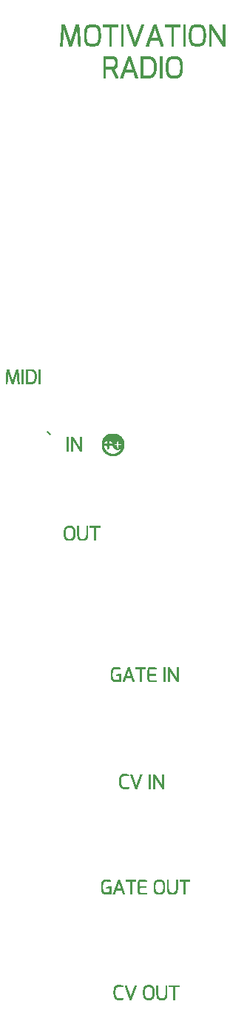
<source format=gto>
G04 DipTrace 3.3.0.0*
G04 ESP_panel.GTO*
%MOIN*%
G04 #@! TF.FileFunction,Legend,Top*
G04 #@! TF.Part,Single*
%ADD12C,0.001*%
%ADD18C,0.006*%
%FSLAX26Y26*%
G04*
G70*
G90*
G75*
G01*
G04 TopSilk*
%LPD*%
X762155Y3356495D2*
D18*
X774850Y3343007D1*
X826925Y5189677D2*
D12*
X838925D1*
X890925D2*
X902925D1*
X952925D2*
X976925D1*
X1013925D2*
X1079925D1*
X1094925D2*
X1103925D1*
X1118925D2*
X1127925D1*
X1186925D2*
X1195925D1*
X1241925D2*
X1250925D1*
X1293925D2*
X1359925D1*
X1374925D2*
X1383925D1*
X1425925D2*
X1449925D1*
X1491925D2*
X1500925D1*
X1552925D2*
X1561925D1*
X826925Y5188677D2*
X839425D1*
X890579D2*
X903387D1*
X949543D2*
X980186D1*
X1013925D2*
X1079925D1*
X1094925D2*
X1103925D1*
X1118963D2*
X1128271D1*
X1186425D2*
X1195770D1*
X1241425D2*
X1251079D1*
X1293925D2*
X1359925D1*
X1374925D2*
X1383925D1*
X1422543D2*
X1453186D1*
X1491925D2*
X1501579D1*
X1552925D2*
X1561925D1*
X826921Y5187677D2*
X839840D1*
X890246D2*
X903674D1*
X946556D2*
X983023D1*
X1013925D2*
X1079925D1*
X1094925D2*
X1103925D1*
X1119091D2*
X1128603D1*
X1186006D2*
X1195519D1*
X1241006D2*
X1251331D1*
X1293925D2*
X1359925D1*
X1374925D2*
X1383925D1*
X1419556D2*
X1456023D1*
X1491925D2*
X1502246D1*
X1552925D2*
X1561925D1*
X826886Y5186677D2*
X840229D1*
X889929D2*
X903819D1*
X944095D2*
X985372D1*
X1013925D2*
X1079925D1*
X1094925D2*
X1103925D1*
X1119335D2*
X1128924D1*
X1185586D2*
X1195224D1*
X1240586D2*
X1251625D1*
X1293925D2*
X1359925D1*
X1374925D2*
X1383925D1*
X1417095D2*
X1458372D1*
X1491925D2*
X1502929D1*
X1552925D2*
X1561925D1*
X826758Y5185677D2*
X840585D1*
X889588D2*
X903884D1*
X942116D2*
X987316D1*
X1013925D2*
X1079925D1*
X1094925D2*
X1103925D1*
X1119626D2*
X1129297D1*
X1185137D2*
X1194922D1*
X1240137D2*
X1251928D1*
X1293925D2*
X1359925D1*
X1374925D2*
X1383925D1*
X1415116D2*
X1460316D1*
X1491925D2*
X1503588D1*
X1552925D2*
X1561925D1*
X826519Y5184677D2*
X840913D1*
X889252D2*
X903910D1*
X940511D2*
X988955D1*
X1013925D2*
X1079925D1*
X1094925D2*
X1103925D1*
X1119928D2*
X1129725D1*
X1184694D2*
X1194586D1*
X1239694D2*
X1252264D1*
X1293925D2*
X1359925D1*
X1374925D2*
X1383925D1*
X1413511D2*
X1461955D1*
X1491925D2*
X1504252D1*
X1552925D2*
X1561925D1*
X826263Y5183677D2*
X841259D1*
X888932D2*
X903920D1*
X939221D2*
X990285D1*
X1013925D2*
X1079925D1*
X1094925D2*
X1103925D1*
X1120264D2*
X1130161D1*
X1184299D2*
X1194252D1*
X1239299D2*
X1252598D1*
X1293925D2*
X1359925D1*
X1374925D2*
X1383925D1*
X1412221D2*
X1463285D1*
X1491925D2*
X1504932D1*
X1552925D2*
X1561925D1*
X826088Y5182677D2*
X841597D1*
X888593D2*
X903923D1*
X938196D2*
X991304D1*
X1013925D2*
X1079925D1*
X1094925D2*
X1103925D1*
X1120598D2*
X1130552D1*
X1183952D2*
X1193928D1*
X1238952D2*
X1252922D1*
X1293925D2*
X1359925D1*
X1374925D2*
X1383925D1*
X1411196D2*
X1464304D1*
X1491925D2*
X1505589D1*
X1552925D2*
X1561925D1*
X825995Y5181677D2*
X841917D1*
X888288D2*
X903924D1*
X937375D2*
X992169D1*
X1013925D2*
X1079925D1*
X1094925D2*
X1103925D1*
X1120918D2*
X1130899D1*
X1183597D2*
X1193554D1*
X1238597D2*
X1253296D1*
X1293925D2*
X1359925D1*
X1374925D2*
X1383925D1*
X1410375D2*
X1465169D1*
X1491925D2*
X1506253D1*
X1552925D2*
X1561925D1*
X825953Y5180677D2*
X842260D1*
X888060D2*
X903925D1*
X936641D2*
X962381D1*
X966156D2*
X993015D1*
X1013925D2*
X1079925D1*
X1094925D2*
X1103925D1*
X1121261D2*
X1131253D1*
X1183255D2*
X1193125D1*
X1238255D2*
X1253725D1*
X1293925D2*
X1359925D1*
X1374925D2*
X1383925D1*
X1409641D2*
X1435381D1*
X1439156D2*
X1466015D1*
X1491925D2*
X1506933D1*
X1552925D2*
X1561925D1*
X825935Y5179677D2*
X842597D1*
X887833D2*
X903929D1*
X935937D2*
X955586D1*
X973416D2*
X993812D1*
X1041925D2*
X1050925D1*
X1094925D2*
X1103925D1*
X1121597D2*
X1131594D1*
X1182933D2*
X1192689D1*
X1237933D2*
X1254161D1*
X1321925D2*
X1330925D1*
X1374925D2*
X1383925D1*
X1408937D2*
X1428586D1*
X1446416D2*
X1466812D1*
X1491925D2*
X1507589D1*
X1552925D2*
X1561925D1*
X825929Y5178677D2*
X842917D1*
X887544D2*
X903964D1*
X935301D2*
X950927D1*
X978391D2*
X994503D1*
X1041925D2*
X1050925D1*
X1094925D2*
X1103925D1*
X1121917D2*
X1131916D1*
X1182590D2*
X1192298D1*
X1237590D2*
X1254552D1*
X1321925D2*
X1330925D1*
X1374925D2*
X1383925D1*
X1408301D2*
X1423927D1*
X1451391D2*
X1467503D1*
X1491925D2*
X1508253D1*
X1552925D2*
X1561925D1*
X825926Y5177677D2*
X843260D1*
X887234D2*
X904091D1*
X934730D2*
X947875D1*
X981682D2*
X995101D1*
X1041925D2*
X1050925D1*
X1094925D2*
X1103925D1*
X1122260D2*
X1132260D1*
X1182253D2*
X1191951D1*
X1237253D2*
X1254899D1*
X1321925D2*
X1330925D1*
X1374925D2*
X1383925D1*
X1407730D2*
X1420875D1*
X1454682D2*
X1468101D1*
X1491925D2*
X1508933D1*
X1552925D2*
X1561925D1*
X825925Y5176677D2*
X843597D1*
X886926D2*
X904331D1*
X934196D2*
X945805D1*
X983873D2*
X995646D1*
X1041925D2*
X1050925D1*
X1094925D2*
X1103925D1*
X1122597D2*
X1132597D1*
X1181929D2*
X1191596D1*
X1236929D2*
X1255253D1*
X1321925D2*
X1330925D1*
X1374925D2*
X1383925D1*
X1407196D2*
X1418805D1*
X1456873D2*
X1468646D1*
X1491925D2*
X1509589D1*
X1552925D2*
X1561925D1*
X825925Y5175677D2*
X843917D1*
X886587D2*
X904587D1*
X933684D2*
X944329D1*
X985331D2*
X996164D1*
X1041925D2*
X1050925D1*
X1094925D2*
X1103925D1*
X1122921D2*
X1132917D1*
X1181554D2*
X1191255D1*
X1236554D2*
X1255594D1*
X1321925D2*
X1330925D1*
X1374925D2*
X1383925D1*
X1406684D2*
X1417329D1*
X1458331D2*
X1469164D1*
X1491925D2*
X1510253D1*
X1552925D2*
X1561925D1*
X825925Y5174677D2*
X844260D1*
X886252D2*
X904762D1*
X933177D2*
X943238D1*
X986314D2*
X996668D1*
X1041925D2*
X1050925D1*
X1094925D2*
X1103925D1*
X1123296D2*
X1133260D1*
X1181125D2*
X1190933D1*
X1236125D2*
X1255916D1*
X1321925D2*
X1330925D1*
X1374925D2*
X1383925D1*
X1406177D2*
X1416238D1*
X1459314D2*
X1469668D1*
X1491925D2*
X1510933D1*
X1552925D2*
X1561925D1*
X825925Y5173677D2*
X844597D1*
X885932D2*
X904854D1*
X932676D2*
X942423D1*
X987031D2*
X997138D1*
X1041925D2*
X1050925D1*
X1094925D2*
X1103925D1*
X1123724D2*
X1133597D1*
X1180689D2*
X1190590D1*
X1235689D2*
X1244770D1*
X1247079D2*
X1256260D1*
X1321925D2*
X1330925D1*
X1374925D2*
X1383925D1*
X1405676D2*
X1415423D1*
X1460031D2*
X1470138D1*
X1491925D2*
X1511589D1*
X1552925D2*
X1561925D1*
X825921Y5172677D2*
X844917D1*
X885589D2*
X904897D1*
X932179D2*
X941777D1*
X987621D2*
X997544D1*
X1041925D2*
X1050925D1*
X1094925D2*
X1103925D1*
X1124161D2*
X1133917D1*
X1180298D2*
X1190253D1*
X1235298D2*
X1244519D1*
X1247331D2*
X1256597D1*
X1321925D2*
X1330925D1*
X1374925D2*
X1383925D1*
X1405179D2*
X1414777D1*
X1460621D2*
X1470544D1*
X1491925D2*
X1512253D1*
X1552925D2*
X1561925D1*
X825886Y5171677D2*
X845260D1*
X885253D2*
X904914D1*
X931715D2*
X941217D1*
X988155D2*
X997896D1*
X1041925D2*
X1050925D1*
X1094925D2*
X1103925D1*
X1124552D2*
X1134260D1*
X1179951D2*
X1189929D1*
X1234951D2*
X1244224D1*
X1247625D2*
X1256917D1*
X1321925D2*
X1330925D1*
X1374925D2*
X1383925D1*
X1404715D2*
X1414217D1*
X1461155D2*
X1470896D1*
X1491925D2*
X1512933D1*
X1552925D2*
X1561925D1*
X825758Y5170677D2*
X845597D1*
X884933D2*
X904921D1*
X931341D2*
X940725D1*
X988665D2*
X998248D1*
X1041925D2*
X1050925D1*
X1094925D2*
X1103925D1*
X1124899D2*
X1134597D1*
X1179596D2*
X1189554D1*
X1234596D2*
X1243922D1*
X1247928D2*
X1257260D1*
X1321925D2*
X1330925D1*
X1374925D2*
X1383925D1*
X1404341D2*
X1413725D1*
X1461665D2*
X1471248D1*
X1491925D2*
X1513589D1*
X1552925D2*
X1561925D1*
X825519Y5169677D2*
X845917D1*
X884593D2*
X893887D1*
X895925D2*
X904924D1*
X931081D2*
X940311D1*
X989137D2*
X998559D1*
X1041925D2*
X1050925D1*
X1094925D2*
X1103925D1*
X1125253D2*
X1134917D1*
X1179255D2*
X1189125D1*
X1234255D2*
X1243586D1*
X1248264D2*
X1257597D1*
X1321925D2*
X1330925D1*
X1374925D2*
X1383925D1*
X1404081D2*
X1413311D1*
X1462137D2*
X1471559D1*
X1491925D2*
X1500925D1*
X1502770D2*
X1514253D1*
X1552925D2*
X1561925D1*
X825263Y5168677D2*
X833925D1*
X836963D2*
X846260D1*
X884288D2*
X893759D1*
X895929D2*
X904925D1*
X930841D2*
X939956D1*
X989543D2*
X998789D1*
X1041925D2*
X1050925D1*
X1094925D2*
X1103925D1*
X1125594D2*
X1135260D1*
X1178933D2*
X1188689D1*
X1233930D2*
X1243252D1*
X1248598D2*
X1257917D1*
X1321925D2*
X1330925D1*
X1374925D2*
X1383925D1*
X1403841D2*
X1412956D1*
X1462543D2*
X1471789D1*
X1491925D2*
X1500925D1*
X1503519D2*
X1514933D1*
X1552925D2*
X1561925D1*
X825088Y5167677D2*
X833925D1*
X837091D2*
X846597D1*
X884060D2*
X893519D1*
X895964D2*
X904925D1*
X930551D2*
X939598D1*
X989896D2*
X999017D1*
X1041925D2*
X1050925D1*
X1094925D2*
X1103925D1*
X1125916D2*
X1135597D1*
X1178590D2*
X1188298D1*
X1233555D2*
X1242932D1*
X1248918D2*
X1258260D1*
X1321925D2*
X1330925D1*
X1374925D2*
X1383925D1*
X1403551D2*
X1412598D1*
X1462896D2*
X1472017D1*
X1491925D2*
X1500925D1*
X1504224D2*
X1515589D1*
X1552925D2*
X1561925D1*
X824995Y5166677D2*
X833925D1*
X837335D2*
X846917D1*
X883833D2*
X893259D1*
X896091D2*
X904929D1*
X930271D2*
X939256D1*
X990248D2*
X999301D1*
X1041925D2*
X1050925D1*
X1094925D2*
X1103925D1*
X1126260D2*
X1135917D1*
X1178253D2*
X1187951D1*
X1233126D2*
X1242589D1*
X1249261D2*
X1258597D1*
X1321925D2*
X1330925D1*
X1374925D2*
X1383925D1*
X1403271D2*
X1412256D1*
X1463248D2*
X1472301D1*
X1491925D2*
X1500925D1*
X1504922D2*
X1516253D1*
X1552925D2*
X1561925D1*
X824953Y5165677D2*
X833925D1*
X837626D2*
X847257D1*
X883544D2*
X893049D1*
X896331D2*
X904964D1*
X930053D2*
X938934D1*
X990555D2*
X999576D1*
X1041925D2*
X1050925D1*
X1094925D2*
X1103925D1*
X1126597D2*
X1136260D1*
X1177929D2*
X1187596D1*
X1232689D2*
X1242253D1*
X1249597D2*
X1258921D1*
X1321925D2*
X1330925D1*
X1374925D2*
X1383925D1*
X1403053D2*
X1411934D1*
X1463555D2*
X1472576D1*
X1491925D2*
X1500925D1*
X1505586D2*
X1516929D1*
X1552925D2*
X1561925D1*
X824935Y5164677D2*
X833925D1*
X837928D2*
X847562D1*
X883234D2*
X892829D1*
X896587D2*
X905091D1*
X929830D2*
X938594D1*
X990754D2*
X999758D1*
X1041925D2*
X1050925D1*
X1094925D2*
X1103925D1*
X1126917D2*
X1136597D1*
X1177554D2*
X1187255D1*
X1232298D2*
X1241933D1*
X1249917D2*
X1259296D1*
X1321925D2*
X1330925D1*
X1374925D2*
X1383925D1*
X1402830D2*
X1411594D1*
X1463754D2*
X1472758D1*
X1491925D2*
X1500925D1*
X1506252D2*
X1517554D1*
X1552925D2*
X1561925D1*
X824929Y5163677D2*
X833925D1*
X838264D2*
X847790D1*
X882926D2*
X892543D1*
X896762D2*
X905331D1*
X929547D2*
X938292D1*
X990889D2*
X999857D1*
X1041925D2*
X1050925D1*
X1094925D2*
X1103925D1*
X1127260D2*
X1136921D1*
X1177125D2*
X1186930D1*
X1231951D2*
X1241589D1*
X1250260D2*
X1259724D1*
X1321925D2*
X1330925D1*
X1374925D2*
X1383925D1*
X1402547D2*
X1411292D1*
X1463889D2*
X1472857D1*
X1491925D2*
X1500925D1*
X1506932D2*
X1518125D1*
X1552925D2*
X1561925D1*
X824926Y5162677D2*
X833925D1*
X838598D2*
X848017D1*
X882587D2*
X892234D1*
X896854D2*
X905587D1*
X929273D2*
X938099D1*
X991062D2*
X999936D1*
X1041925D2*
X1050925D1*
X1094925D2*
X1103925D1*
X1127597D2*
X1137296D1*
X1176689D2*
X1186555D1*
X1231596D2*
X1241253D1*
X1250597D2*
X1260161D1*
X1321925D2*
X1330925D1*
X1374925D2*
X1383925D1*
X1402273D2*
X1411099D1*
X1464062D2*
X1472936D1*
X1491925D2*
X1500925D1*
X1507589D2*
X1518689D1*
X1552925D2*
X1561925D1*
X824925Y5161677D2*
X833925D1*
X838918D2*
X848305D1*
X882252D2*
X891925D1*
X896897D2*
X905762D1*
X929092D2*
X937999D1*
X991320D2*
X1000081D1*
X1041925D2*
X1050925D1*
X1094925D2*
X1103925D1*
X1127917D2*
X1137724D1*
X1176298D2*
X1186126D1*
X1231255D2*
X1240933D1*
X1250917D2*
X1260552D1*
X1321925D2*
X1330925D1*
X1374925D2*
X1383925D1*
X1402092D2*
X1410999D1*
X1464320D2*
X1473081D1*
X1491925D2*
X1500925D1*
X1508253D2*
X1519298D1*
X1552925D2*
X1561925D1*
X824925Y5160677D2*
X833925D1*
X839261D2*
X848615D1*
X881932D2*
X891587D1*
X896914D2*
X905854D1*
X928997D2*
X937954D1*
X991583D2*
X1000327D1*
X1041925D2*
X1050925D1*
X1094925D2*
X1103925D1*
X1128260D2*
X1138161D1*
X1175951D2*
X1185689D1*
X1230933D2*
X1240589D1*
X1251260D2*
X1260899D1*
X1321925D2*
X1330925D1*
X1374925D2*
X1383925D1*
X1401997D2*
X1410954D1*
X1464583D2*
X1473327D1*
X1491925D2*
X1500925D1*
X1508933D2*
X1519951D1*
X1552925D2*
X1561925D1*
X824925Y5159677D2*
X833925D1*
X839597D2*
X848924D1*
X881589D2*
X891252D1*
X896921D2*
X905897D1*
X928950D2*
X937932D1*
X991760D2*
X1000586D1*
X1041925D2*
X1050925D1*
X1094925D2*
X1103925D1*
X1128597D2*
X1138552D1*
X1175596D2*
X1185298D1*
X1230590D2*
X1240253D1*
X1251597D2*
X1261253D1*
X1321925D2*
X1330925D1*
X1374925D2*
X1383925D1*
X1401950D2*
X1410932D1*
X1464760D2*
X1473586D1*
X1491925D2*
X1500925D1*
X1509589D2*
X1520596D1*
X1552925D2*
X1561925D1*
X824925Y5158677D2*
X833925D1*
X839917D2*
X849263D1*
X881253D2*
X890932D1*
X896924D2*
X905914D1*
X928897D2*
X937890D1*
X991854D2*
X1000761D1*
X1041925D2*
X1050925D1*
X1094925D2*
X1103925D1*
X1128921D2*
X1138899D1*
X1175255D2*
X1184951D1*
X1230253D2*
X1239929D1*
X1251917D2*
X1261594D1*
X1321925D2*
X1330925D1*
X1374925D2*
X1383925D1*
X1401897D2*
X1410890D1*
X1464854D2*
X1473761D1*
X1491925D2*
X1500925D1*
X1510253D2*
X1521255D1*
X1552925D2*
X1561925D1*
X824921Y5157677D2*
X833921D1*
X840260D2*
X849598D1*
X880933D2*
X890589D1*
X896925D2*
X905921D1*
X928762D2*
X937760D1*
X991897D2*
X1000854D1*
X1041925D2*
X1050925D1*
X1094925D2*
X1103925D1*
X1129296D2*
X1139253D1*
X1174933D2*
X1184596D1*
X1229929D2*
X1239554D1*
X1252260D2*
X1261916D1*
X1321925D2*
X1330925D1*
X1374925D2*
X1383925D1*
X1401762D2*
X1410760D1*
X1464897D2*
X1473854D1*
X1491925D2*
X1500925D1*
X1510929D2*
X1521933D1*
X1552925D2*
X1561925D1*
X824886Y5156677D2*
X833886D1*
X840597D2*
X849918D1*
X880589D2*
X890253D1*
X896925D2*
X905924D1*
X928520D2*
X937519D1*
X991914D2*
X1000897D1*
X1041925D2*
X1050925D1*
X1094925D2*
X1103925D1*
X1129724D2*
X1139594D1*
X1174590D2*
X1184255D1*
X1229554D2*
X1239125D1*
X1252597D2*
X1262260D1*
X1321925D2*
X1330925D1*
X1374925D2*
X1383925D1*
X1401520D2*
X1410519D1*
X1464914D2*
X1473897D1*
X1491925D2*
X1500925D1*
X1511554D2*
X1522590D1*
X1552925D2*
X1561925D1*
X824758Y5155677D2*
X833758D1*
X840917D2*
X850261D1*
X880253D2*
X889933D1*
X896929D2*
X905925D1*
X928263D2*
X937263D1*
X991921D2*
X1000914D1*
X1041925D2*
X1050925D1*
X1094925D2*
X1103925D1*
X1130161D2*
X1139916D1*
X1174253D2*
X1183933D1*
X1229125D2*
X1238689D1*
X1252917D2*
X1262597D1*
X1321925D2*
X1330925D1*
X1374925D2*
X1383925D1*
X1401263D2*
X1410263D1*
X1464921D2*
X1473914D1*
X1491925D2*
X1500925D1*
X1512125D2*
X1523253D1*
X1552925D2*
X1561925D1*
X824519Y5154677D2*
X833519D1*
X841260D2*
X850597D1*
X879933D2*
X889589D1*
X896964D2*
X905925D1*
X928088D2*
X937088D1*
X991928D2*
X1000921D1*
X1041925D2*
X1050925D1*
X1094925D2*
X1103925D1*
X1130552D2*
X1140260D1*
X1173929D2*
X1183590D1*
X1228689D2*
X1238298D1*
X1253260D2*
X1262917D1*
X1321925D2*
X1330925D1*
X1374925D2*
X1383925D1*
X1401088D2*
X1410088D1*
X1464928D2*
X1473921D1*
X1491925D2*
X1500925D1*
X1512689D2*
X1523933D1*
X1552925D2*
X1561925D1*
X824263Y5153677D2*
X833263D1*
X841597D2*
X850917D1*
X879593D2*
X889253D1*
X897091D2*
X905929D1*
X927995D2*
X936995D1*
X991964D2*
X1000924D1*
X1041925D2*
X1050925D1*
X1094925D2*
X1103925D1*
X1130899D2*
X1140597D1*
X1173554D2*
X1183253D1*
X1228298D2*
X1237951D1*
X1253597D2*
X1263260D1*
X1321925D2*
X1330925D1*
X1374925D2*
X1383925D1*
X1400995D2*
X1409995D1*
X1464964D2*
X1473924D1*
X1491925D2*
X1500925D1*
X1513298D2*
X1524589D1*
X1552925D2*
X1561925D1*
X824088Y5152677D2*
X833088D1*
X841917D2*
X851260D1*
X879288D2*
X888933D1*
X897331D2*
X905964D1*
X927953D2*
X936953D1*
X992091D2*
X1000928D1*
X1041925D2*
X1050925D1*
X1094925D2*
X1103925D1*
X1131253D2*
X1140917D1*
X1173125D2*
X1182929D1*
X1227951D2*
X1237596D1*
X1253921D2*
X1263597D1*
X1321925D2*
X1330925D1*
X1374925D2*
X1383925D1*
X1400953D2*
X1409953D1*
X1465091D2*
X1473928D1*
X1491925D2*
X1500925D1*
X1513951D2*
X1525253D1*
X1552925D2*
X1561925D1*
X823995Y5151677D2*
X832995D1*
X842257D2*
X851597D1*
X879060D2*
X888593D1*
X897587D2*
X906091D1*
X927935D2*
X936935D1*
X992331D2*
X1000964D1*
X1041925D2*
X1050925D1*
X1094925D2*
X1103925D1*
X1131594D2*
X1141260D1*
X1172689D2*
X1182554D1*
X1227596D2*
X1237255D1*
X1254296D2*
X1263917D1*
X1321925D2*
X1330925D1*
X1374925D2*
X1383925D1*
X1400935D2*
X1409935D1*
X1465331D2*
X1473964D1*
X1491925D2*
X1500925D1*
X1514596D2*
X1525933D1*
X1552925D2*
X1561925D1*
X823953Y5150677D2*
X832953D1*
X842562D2*
X851917D1*
X878833D2*
X888288D1*
X897762D2*
X906331D1*
X927929D2*
X936929D1*
X992587D2*
X1001091D1*
X1041925D2*
X1050925D1*
X1094925D2*
X1103925D1*
X1131916D2*
X1141597D1*
X1172298D2*
X1182125D1*
X1227255D2*
X1236933D1*
X1254724D2*
X1264260D1*
X1321925D2*
X1330925D1*
X1374925D2*
X1383925D1*
X1400929D2*
X1409929D1*
X1465587D2*
X1474091D1*
X1491925D2*
X1500925D1*
X1515255D2*
X1526589D1*
X1552925D2*
X1561925D1*
X823935Y5149677D2*
X832935D1*
X842790D2*
X852260D1*
X878544D2*
X888060D1*
X897854D2*
X906587D1*
X927926D2*
X936926D1*
X992762D2*
X1001331D1*
X1041925D2*
X1050925D1*
X1094925D2*
X1103925D1*
X1132260D2*
X1141917D1*
X1171951D2*
X1181689D1*
X1226930D2*
X1236590D1*
X1255161D2*
X1264597D1*
X1321925D2*
X1330925D1*
X1374925D2*
X1383925D1*
X1400926D2*
X1409926D1*
X1465762D2*
X1474331D1*
X1491925D2*
X1500925D1*
X1515933D2*
X1527253D1*
X1552925D2*
X1561925D1*
X823929Y5148677D2*
X832929D1*
X843017D2*
X852597D1*
X878234D2*
X887833D1*
X897897D2*
X906762D1*
X927925D2*
X936925D1*
X992854D2*
X1001587D1*
X1041925D2*
X1050925D1*
X1094925D2*
X1103925D1*
X1132597D2*
X1142260D1*
X1171596D2*
X1181298D1*
X1226555D2*
X1236253D1*
X1255552D2*
X1264917D1*
X1321925D2*
X1330925D1*
X1374925D2*
X1383925D1*
X1400925D2*
X1409925D1*
X1465854D2*
X1474587D1*
X1491925D2*
X1500925D1*
X1516590D2*
X1527933D1*
X1552925D2*
X1561925D1*
X823926Y5147677D2*
X832926D1*
X843305D2*
X852917D1*
X877926D2*
X887544D1*
X897914D2*
X906854D1*
X927925D2*
X936925D1*
X992897D2*
X1001762D1*
X1041925D2*
X1050925D1*
X1094925D2*
X1103925D1*
X1132917D2*
X1142597D1*
X1171255D2*
X1180951D1*
X1226126D2*
X1235933D1*
X1255899D2*
X1265260D1*
X1321925D2*
X1330925D1*
X1374925D2*
X1383925D1*
X1400925D2*
X1409925D1*
X1465897D2*
X1474762D1*
X1491925D2*
X1500925D1*
X1517253D2*
X1528589D1*
X1552925D2*
X1561925D1*
X823925Y5146677D2*
X832925D1*
X843615D2*
X853260D1*
X877587D2*
X887234D1*
X897921D2*
X906897D1*
X927925D2*
X936925D1*
X992914D2*
X1001854D1*
X1041925D2*
X1050925D1*
X1094925D2*
X1103925D1*
X1133260D2*
X1142917D1*
X1170933D2*
X1180596D1*
X1225689D2*
X1235589D1*
X1256253D2*
X1265597D1*
X1321925D2*
X1330925D1*
X1374925D2*
X1383925D1*
X1400925D2*
X1409925D1*
X1465914D2*
X1474854D1*
X1491925D2*
X1500925D1*
X1517933D2*
X1529253D1*
X1552925D2*
X1561925D1*
X823925Y5145677D2*
X832925D1*
X843924D2*
X853597D1*
X877252D2*
X886926D1*
X897924D2*
X906914D1*
X927925D2*
X936925D1*
X992921D2*
X1001897D1*
X1041925D2*
X1050925D1*
X1094925D2*
X1103925D1*
X1133597D2*
X1143260D1*
X1170590D2*
X1180255D1*
X1225298D2*
X1235253D1*
X1256594D2*
X1265921D1*
X1321925D2*
X1330925D1*
X1374925D2*
X1383925D1*
X1400925D2*
X1409925D1*
X1465921D2*
X1474897D1*
X1491925D2*
X1500925D1*
X1518589D2*
X1529933D1*
X1552925D2*
X1561925D1*
X823925Y5144677D2*
X832925D1*
X844263D2*
X853917D1*
X876932D2*
X886587D1*
X897925D2*
X906921D1*
X927925D2*
X936925D1*
X992924D2*
X1001914D1*
X1041925D2*
X1050925D1*
X1094925D2*
X1103925D1*
X1133917D2*
X1143597D1*
X1170253D2*
X1179933D1*
X1224951D2*
X1234929D1*
X1256916D2*
X1266296D1*
X1321925D2*
X1330925D1*
X1374925D2*
X1383925D1*
X1400925D2*
X1409925D1*
X1465924D2*
X1474914D1*
X1491925D2*
X1500925D1*
X1519253D2*
X1530589D1*
X1552925D2*
X1561925D1*
X823925Y5143677D2*
X832925D1*
X844598D2*
X854260D1*
X876589D2*
X886252D1*
X897925D2*
X906924D1*
X927925D2*
X936925D1*
X992925D2*
X1001921D1*
X1041925D2*
X1050925D1*
X1094925D2*
X1103925D1*
X1134260D2*
X1143921D1*
X1169929D2*
X1179590D1*
X1224596D2*
X1234554D1*
X1257260D2*
X1266724D1*
X1321925D2*
X1330925D1*
X1374925D2*
X1383925D1*
X1400925D2*
X1409925D1*
X1465925D2*
X1474921D1*
X1491925D2*
X1500925D1*
X1519933D2*
X1531253D1*
X1552925D2*
X1561925D1*
X823921Y5142677D2*
X832921D1*
X844918D2*
X854597D1*
X876253D2*
X885932D1*
X897929D2*
X906925D1*
X927925D2*
X936925D1*
X992925D2*
X1001924D1*
X1041925D2*
X1050925D1*
X1094925D2*
X1103925D1*
X1134597D2*
X1144296D1*
X1169554D2*
X1179253D1*
X1224255D2*
X1234125D1*
X1257597D2*
X1267161D1*
X1321925D2*
X1330925D1*
X1374925D2*
X1383925D1*
X1400925D2*
X1409925D1*
X1465925D2*
X1474924D1*
X1491925D2*
X1500925D1*
X1520589D2*
X1531933D1*
X1552925D2*
X1561925D1*
X823886Y5141677D2*
X832886D1*
X845261D2*
X854917D1*
X875933D2*
X885589D1*
X897964D2*
X906925D1*
X927925D2*
X936925D1*
X992925D2*
X1001925D1*
X1041925D2*
X1050925D1*
X1094925D2*
X1103925D1*
X1134917D2*
X1144724D1*
X1169125D2*
X1178929D1*
X1223933D2*
X1233689D1*
X1257917D2*
X1267552D1*
X1321925D2*
X1330925D1*
X1374925D2*
X1383925D1*
X1400925D2*
X1409925D1*
X1465925D2*
X1474925D1*
X1491925D2*
X1500925D1*
X1521253D2*
X1532589D1*
X1552925D2*
X1561925D1*
X823758Y5140677D2*
X832758D1*
X845597D2*
X855257D1*
X875593D2*
X885253D1*
X898091D2*
X906929D1*
X927925D2*
X936925D1*
X992925D2*
X1001925D1*
X1041925D2*
X1050925D1*
X1094925D2*
X1103925D1*
X1135260D2*
X1145161D1*
X1168689D2*
X1178554D1*
X1223590D2*
X1233298D1*
X1258260D2*
X1267899D1*
X1321925D2*
X1330925D1*
X1374925D2*
X1383925D1*
X1400925D2*
X1409925D1*
X1465925D2*
X1474925D1*
X1491925D2*
X1500925D1*
X1521933D2*
X1533253D1*
X1552925D2*
X1561925D1*
X823519Y5139677D2*
X832519D1*
X845917D2*
X855562D1*
X875288D2*
X884933D1*
X898331D2*
X906964D1*
X927925D2*
X936925D1*
X992925D2*
X1001925D1*
X1041925D2*
X1050925D1*
X1094925D2*
X1103925D1*
X1135597D2*
X1145552D1*
X1168298D2*
X1178125D1*
X1223253D2*
X1232951D1*
X1258597D2*
X1268253D1*
X1321925D2*
X1330925D1*
X1374925D2*
X1383925D1*
X1400925D2*
X1409925D1*
X1465925D2*
X1474925D1*
X1491925D2*
X1500925D1*
X1522589D2*
X1533933D1*
X1552925D2*
X1561925D1*
X823263Y5138677D2*
X832263D1*
X846260D2*
X855790D1*
X875060D2*
X884589D1*
X898587D2*
X907091D1*
X927925D2*
X936925D1*
X992925D2*
X1001925D1*
X1041925D2*
X1050925D1*
X1094925D2*
X1103925D1*
X1135921D2*
X1145899D1*
X1167951D2*
X1177689D1*
X1222929D2*
X1232596D1*
X1258917D2*
X1268594D1*
X1321925D2*
X1330925D1*
X1374925D2*
X1383925D1*
X1400925D2*
X1409925D1*
X1465925D2*
X1474925D1*
X1491925D2*
X1500925D1*
X1523253D2*
X1534589D1*
X1552925D2*
X1561925D1*
X823088Y5137677D2*
X832088D1*
X846597D2*
X856017D1*
X874833D2*
X884253D1*
X898762D2*
X907331D1*
X927925D2*
X936925D1*
X992925D2*
X1001925D1*
X1041925D2*
X1050925D1*
X1094925D2*
X1103925D1*
X1136296D2*
X1146253D1*
X1167596D2*
X1177298D1*
X1222554D2*
X1232255D1*
X1259260D2*
X1268916D1*
X1321925D2*
X1330925D1*
X1374925D2*
X1383925D1*
X1400925D2*
X1409925D1*
X1465925D2*
X1474925D1*
X1491925D2*
X1500925D1*
X1523933D2*
X1535253D1*
X1552925D2*
X1561925D1*
X822995Y5136677D2*
X831995D1*
X846917D2*
X856305D1*
X874544D2*
X883933D1*
X898854D2*
X907587D1*
X927925D2*
X936925D1*
X992925D2*
X1001925D1*
X1041925D2*
X1050925D1*
X1094925D2*
X1103925D1*
X1136724D2*
X1146594D1*
X1167255D2*
X1176951D1*
X1222125D2*
X1231933D1*
X1259597D2*
X1269260D1*
X1321925D2*
X1330925D1*
X1374925D2*
X1383925D1*
X1400925D2*
X1409925D1*
X1465925D2*
X1474925D1*
X1491925D2*
X1500925D1*
X1524589D2*
X1535933D1*
X1552925D2*
X1561925D1*
X822953Y5135677D2*
X831953D1*
X847260D2*
X856615D1*
X874234D2*
X883589D1*
X898897D2*
X907762D1*
X927925D2*
X936925D1*
X992925D2*
X1001921D1*
X1041925D2*
X1050925D1*
X1094925D2*
X1103925D1*
X1137161D2*
X1146916D1*
X1166930D2*
X1176596D1*
X1221689D2*
X1231590D1*
X1259917D2*
X1269597D1*
X1321925D2*
X1330925D1*
X1374925D2*
X1383925D1*
X1400925D2*
X1409925D1*
X1465925D2*
X1474921D1*
X1491925D2*
X1500925D1*
X1525253D2*
X1536589D1*
X1552925D2*
X1561925D1*
X822935Y5134677D2*
X831935D1*
X847597D2*
X856924D1*
X873926D2*
X883253D1*
X898914D2*
X907854D1*
X927925D2*
X936925D1*
X992921D2*
X1001886D1*
X1041925D2*
X1050925D1*
X1094925D2*
X1103925D1*
X1137552D2*
X1147260D1*
X1166555D2*
X1176255D1*
X1221298D2*
X1231253D1*
X1260260D2*
X1269917D1*
X1321925D2*
X1330925D1*
X1374925D2*
X1383925D1*
X1400925D2*
X1409925D1*
X1465921D2*
X1474886D1*
X1491925D2*
X1500925D1*
X1525933D2*
X1537253D1*
X1552925D2*
X1561925D1*
X822929Y5133677D2*
X831929D1*
X847917D2*
X857263D1*
X873587D2*
X882933D1*
X898921D2*
X907897D1*
X927925D2*
X936925D1*
X992886D2*
X1001758D1*
X1041925D2*
X1050925D1*
X1094925D2*
X1103925D1*
X1137899D2*
X1147597D1*
X1166126D2*
X1175930D1*
X1220951D2*
X1230933D1*
X1260601D2*
X1270260D1*
X1321925D2*
X1330925D1*
X1374925D2*
X1383925D1*
X1400925D2*
X1409925D1*
X1465886D2*
X1474758D1*
X1491925D2*
X1500925D1*
X1526589D2*
X1537929D1*
X1552925D2*
X1561925D1*
X822926Y5132677D2*
X831926D1*
X848260D2*
X857598D1*
X873252D2*
X882593D1*
X898924D2*
X907914D1*
X927925D2*
X936925D1*
X992758D2*
X1001519D1*
X1041925D2*
X1050925D1*
X1094925D2*
X1103925D1*
X1138253D2*
X1147917D1*
X1165689D2*
X1175555D1*
X1220596D2*
X1230593D1*
X1260960D2*
X1270597D1*
X1321925D2*
X1330925D1*
X1374925D2*
X1383925D1*
X1400925D2*
X1409925D1*
X1465758D2*
X1474519D1*
X1491925D2*
X1500925D1*
X1527253D2*
X1538554D1*
X1552925D2*
X1561925D1*
X822925Y5131677D2*
X831925D1*
X848597D2*
X857918D1*
X872932D2*
X882288D1*
X898925D2*
X907921D1*
X927925D2*
X936925D1*
X992519D2*
X1001263D1*
X1041925D2*
X1050925D1*
X1094925D2*
X1103925D1*
X1138594D2*
X1148260D1*
X1165298D2*
X1175126D1*
X1220255D2*
X1230289D1*
X1261462D2*
X1270917D1*
X1321925D2*
X1330925D1*
X1374925D2*
X1383925D1*
X1400925D2*
X1409925D1*
X1465519D2*
X1474263D1*
X1491925D2*
X1500925D1*
X1527933D2*
X1539125D1*
X1552925D2*
X1561925D1*
X822925Y5130677D2*
X831925D1*
X848917D2*
X858261D1*
X872589D2*
X882060D1*
X898925D2*
X907924D1*
X927925D2*
X936925D1*
X992263D2*
X1001088D1*
X1041925D2*
X1050925D1*
X1094925D2*
X1103925D1*
X1138916D2*
X1148597D1*
X1164951D2*
X1174689D1*
X1219933D2*
X1230081D1*
X1262149D2*
X1271260D1*
X1321925D2*
X1330925D1*
X1374925D2*
X1383925D1*
X1400925D2*
X1409925D1*
X1465263D2*
X1474088D1*
X1491925D2*
X1500925D1*
X1528589D2*
X1539689D1*
X1552925D2*
X1561925D1*
X822925Y5129677D2*
X831925D1*
X849260D2*
X858597D1*
X872253D2*
X881833D1*
X898929D2*
X907925D1*
X927925D2*
X936925D1*
X992088D2*
X1000995D1*
X1041925D2*
X1050925D1*
X1094925D2*
X1103925D1*
X1139260D2*
X1148917D1*
X1164596D2*
X1174298D1*
X1219590D2*
X1271597D1*
X1321925D2*
X1330925D1*
X1374925D2*
X1383925D1*
X1400925D2*
X1409925D1*
X1465088D2*
X1473995D1*
X1491925D2*
X1500925D1*
X1529253D2*
X1540298D1*
X1552925D2*
X1561925D1*
X822925Y5128677D2*
X831925D1*
X849597D2*
X858917D1*
X871933D2*
X881544D1*
X898964D2*
X907925D1*
X927929D2*
X936925D1*
X991995D2*
X1000953D1*
X1041925D2*
X1050925D1*
X1094925D2*
X1103925D1*
X1139597D2*
X1149260D1*
X1164255D2*
X1173951D1*
X1219253D2*
X1271917D1*
X1321925D2*
X1330925D1*
X1374925D2*
X1383925D1*
X1400929D2*
X1409925D1*
X1464995D2*
X1473953D1*
X1491925D2*
X1500925D1*
X1529933D2*
X1540951D1*
X1552925D2*
X1561925D1*
X822925Y5127677D2*
X831921D1*
X849917D2*
X859260D1*
X871589D2*
X881234D1*
X899091D2*
X907929D1*
X927964D2*
X936929D1*
X991953D2*
X1000935D1*
X1041925D2*
X1050925D1*
X1094925D2*
X1103925D1*
X1139917D2*
X1149597D1*
X1163933D2*
X1173596D1*
X1218929D2*
X1272260D1*
X1321925D2*
X1330925D1*
X1374925D2*
X1383925D1*
X1400964D2*
X1409929D1*
X1464953D2*
X1473935D1*
X1491925D2*
X1500925D1*
X1530589D2*
X1541596D1*
X1552925D2*
X1561925D1*
X822921Y5126677D2*
X831886D1*
X850260D2*
X859597D1*
X871253D2*
X880926D1*
X899331D2*
X907964D1*
X928091D2*
X936964D1*
X991935D2*
X1000929D1*
X1041925D2*
X1050925D1*
X1094925D2*
X1103925D1*
X1140260D2*
X1149917D1*
X1163590D2*
X1173255D1*
X1218554D2*
X1272597D1*
X1321925D2*
X1330925D1*
X1374925D2*
X1383925D1*
X1401091D2*
X1409964D1*
X1464935D2*
X1473929D1*
X1491925D2*
X1500925D1*
X1531253D2*
X1542255D1*
X1552925D2*
X1561925D1*
X822886Y5125677D2*
X831758D1*
X850597D2*
X859917D1*
X870933D2*
X880587D1*
X899587D2*
X908091D1*
X928331D2*
X937091D1*
X991925D2*
X1000922D1*
X1041925D2*
X1050925D1*
X1094925D2*
X1103925D1*
X1140597D2*
X1150260D1*
X1163253D2*
X1172933D1*
X1218125D2*
X1272921D1*
X1321925D2*
X1330925D1*
X1374925D2*
X1383925D1*
X1401331D2*
X1410091D1*
X1464925D2*
X1473922D1*
X1491925D2*
X1500925D1*
X1531933D2*
X1542933D1*
X1552925D2*
X1561925D1*
X822758Y5124677D2*
X831519D1*
X850917D2*
X860260D1*
X870593D2*
X880252D1*
X899762D2*
X908331D1*
X928587D2*
X937331D1*
X991887D2*
X1000886D1*
X1041925D2*
X1050925D1*
X1094925D2*
X1103925D1*
X1140917D2*
X1150597D1*
X1162929D2*
X1172590D1*
X1217689D2*
X1273296D1*
X1321925D2*
X1330925D1*
X1374925D2*
X1383925D1*
X1401587D2*
X1410331D1*
X1464887D2*
X1473886D1*
X1491925D2*
X1500925D1*
X1532589D2*
X1543590D1*
X1552925D2*
X1561925D1*
X822519Y5123677D2*
X831263D1*
X851260D2*
X860597D1*
X870288D2*
X879932D1*
X899854D2*
X908587D1*
X928762D2*
X937587D1*
X991759D2*
X1000759D1*
X1041925D2*
X1050925D1*
X1094925D2*
X1103925D1*
X1141260D2*
X1150917D1*
X1162554D2*
X1172253D1*
X1217298D2*
X1273724D1*
X1321925D2*
X1330925D1*
X1374925D2*
X1383925D1*
X1401762D2*
X1410587D1*
X1464759D2*
X1473759D1*
X1491925D2*
X1500925D1*
X1533253D2*
X1544253D1*
X1552925D2*
X1561925D1*
X822263Y5122677D2*
X831088D1*
X851597D2*
X860917D1*
X870060D2*
X879589D1*
X899897D2*
X908762D1*
X928854D2*
X937762D1*
X991519D2*
X1000519D1*
X1041925D2*
X1050925D1*
X1094925D2*
X1103925D1*
X1141597D2*
X1151260D1*
X1162125D2*
X1171929D1*
X1216951D2*
X1274161D1*
X1321925D2*
X1330925D1*
X1374925D2*
X1383925D1*
X1401854D2*
X1410762D1*
X1464519D2*
X1473519D1*
X1491925D2*
X1500925D1*
X1533933D2*
X1544933D1*
X1552925D2*
X1561925D1*
X822088Y5121677D2*
X830995D1*
X851917D2*
X861260D1*
X869833D2*
X879253D1*
X899914D2*
X908854D1*
X928901D2*
X937858D1*
X991263D2*
X1000263D1*
X1041925D2*
X1050925D1*
X1094925D2*
X1103925D1*
X1141921D2*
X1151597D1*
X1161689D2*
X1171554D1*
X1216596D2*
X1274552D1*
X1321925D2*
X1330925D1*
X1374925D2*
X1383925D1*
X1401901D2*
X1410858D1*
X1464263D2*
X1473263D1*
X1491925D2*
X1500925D1*
X1534589D2*
X1545589D1*
X1552925D2*
X1561925D1*
X821995Y5120677D2*
X830953D1*
X852260D2*
X861597D1*
X869544D2*
X878933D1*
X899921D2*
X908897D1*
X928953D2*
X937936D1*
X991084D2*
X1000084D1*
X1041925D2*
X1050925D1*
X1094925D2*
X1103925D1*
X1142296D2*
X1151921D1*
X1161298D2*
X1171125D1*
X1216255D2*
X1274899D1*
X1321925D2*
X1330925D1*
X1374925D2*
X1383925D1*
X1401953D2*
X1410936D1*
X1464084D2*
X1473084D1*
X1491925D2*
X1500925D1*
X1535253D2*
X1546253D1*
X1552925D2*
X1561925D1*
X821953Y5119677D2*
X830935D1*
X852597D2*
X861917D1*
X869234D2*
X878589D1*
X899924D2*
X908914D1*
X929088D2*
X938081D1*
X990956D2*
X999956D1*
X1041925D2*
X1050925D1*
X1094925D2*
X1103925D1*
X1142724D2*
X1152296D1*
X1160951D2*
X1170689D1*
X1215930D2*
X1225770D1*
X1265963D2*
X1275253D1*
X1321925D2*
X1330925D1*
X1374925D2*
X1383925D1*
X1402088D2*
X1411081D1*
X1463956D2*
X1472956D1*
X1491925D2*
X1500925D1*
X1535933D2*
X1546933D1*
X1552925D2*
X1561925D1*
X821935Y5118677D2*
X830929D1*
X852917D2*
X862260D1*
X868926D2*
X878253D1*
X899925D2*
X908921D1*
X929330D2*
X938331D1*
X990786D2*
X999786D1*
X1041925D2*
X1050925D1*
X1094925D2*
X1103925D1*
X1143161D2*
X1152724D1*
X1160596D2*
X1170298D1*
X1215555D2*
X1225519D1*
X1266091D2*
X1275594D1*
X1321925D2*
X1330925D1*
X1374925D2*
X1383925D1*
X1402330D2*
X1411331D1*
X1463786D2*
X1472786D1*
X1491925D2*
X1500925D1*
X1536589D2*
X1547589D1*
X1552925D2*
X1561925D1*
X821929Y5117677D2*
X830926D1*
X853260D2*
X862597D1*
X868587D2*
X877933D1*
X899925D2*
X908924D1*
X929591D2*
X938625D1*
X990526D2*
X999529D1*
X1041925D2*
X1050925D1*
X1094925D2*
X1103925D1*
X1143552D2*
X1153161D1*
X1160255D2*
X1169951D1*
X1215126D2*
X1225224D1*
X1266331D2*
X1275916D1*
X1321925D2*
X1330925D1*
X1374925D2*
X1383925D1*
X1402591D2*
X1411625D1*
X1463526D2*
X1472529D1*
X1491925D2*
X1500925D1*
X1537253D2*
X1548253D1*
X1552925D2*
X1561925D1*
X821926Y5116677D2*
X830925D1*
X853597D2*
X862917D1*
X868252D2*
X877589D1*
X899925D2*
X908925D1*
X929801D2*
X938928D1*
X990227D2*
X999262D1*
X1041925D2*
X1050925D1*
X1094925D2*
X1103925D1*
X1143899D2*
X1153552D1*
X1159933D2*
X1169596D1*
X1214689D2*
X1224922D1*
X1266591D2*
X1276260D1*
X1321925D2*
X1330925D1*
X1374925D2*
X1383925D1*
X1402801D2*
X1411928D1*
X1463227D2*
X1472262D1*
X1491925D2*
X1500925D1*
X1537929D2*
X1548936D1*
X1552921D2*
X1561925D1*
X821925Y5115677D2*
X830925D1*
X853917D2*
X863257D1*
X867932D2*
X877253D1*
X899929D2*
X908925D1*
X930021D2*
X939264D1*
X989919D2*
X999050D1*
X1041925D2*
X1050925D1*
X1094925D2*
X1103925D1*
X1144253D2*
X1153899D1*
X1159590D2*
X1169255D1*
X1214298D2*
X1224586D1*
X1266801D2*
X1276597D1*
X1321925D2*
X1330925D1*
X1374925D2*
X1383925D1*
X1403021D2*
X1412264D1*
X1462919D2*
X1472050D1*
X1491925D2*
X1500925D1*
X1538554D2*
X1549635D1*
X1552883D2*
X1561925D1*
X821925Y5114677D2*
X830925D1*
X854257D2*
X863566D1*
X867585D2*
X876933D1*
X899964D2*
X908929D1*
X930307D2*
X939602D1*
X989551D2*
X998829D1*
X1041925D2*
X1050925D1*
X1094925D2*
X1103925D1*
X1144594D2*
X1154253D1*
X1159253D2*
X1168930D1*
X1213951D2*
X1224252D1*
X1267021D2*
X1276917D1*
X1321925D2*
X1330925D1*
X1374925D2*
X1383925D1*
X1403307D2*
X1412602D1*
X1462551D2*
X1471829D1*
X1491925D2*
X1500925D1*
X1539125D2*
X1550486D1*
X1552728D2*
X1561925D1*
X821925Y5113677D2*
X830925D1*
X854562D2*
X863835D1*
X867208D2*
X876593D1*
X900091D2*
X908964D1*
X930616D2*
X939957D1*
X989120D2*
X998543D1*
X1041925D2*
X1050925D1*
X1094925D2*
X1103925D1*
X1144916D2*
X1154602D1*
X1158929D2*
X1168555D1*
X1213596D2*
X1223932D1*
X1267307D2*
X1277260D1*
X1321925D2*
X1330925D1*
X1374925D2*
X1383925D1*
X1403616D2*
X1412957D1*
X1462120D2*
X1471543D1*
X1491925D2*
X1500925D1*
X1539689D2*
X1551619D1*
X1552387D2*
X1561925D1*
X821925Y5112677D2*
X830921D1*
X854790D2*
X864138D1*
X866705D2*
X876288D1*
X900331D2*
X909091D1*
X930924D2*
X940427D1*
X988650D2*
X998234D1*
X1041925D2*
X1050925D1*
X1094925D2*
X1103925D1*
X1145260D2*
X1155001D1*
X1158551D2*
X1168126D1*
X1213255D2*
X1223589D1*
X1267616D2*
X1277597D1*
X1321925D2*
X1330925D1*
X1374925D2*
X1383925D1*
X1403924D2*
X1413427D1*
X1461650D2*
X1471234D1*
X1491925D2*
X1500925D1*
X1540298D2*
X1561925D1*
X821921Y5111677D2*
X830886D1*
X855017D2*
X864948D1*
X865916D2*
X876060D1*
X900587D2*
X909331D1*
X931263D2*
X941007D1*
X988127D2*
X997925D1*
X1041925D2*
X1050925D1*
X1094925D2*
X1103925D1*
X1145597D2*
X1155526D1*
X1158093D2*
X1167689D1*
X1212933D2*
X1223253D1*
X1267924D2*
X1277917D1*
X1321925D2*
X1330925D1*
X1374925D2*
X1383925D1*
X1404263D2*
X1414007D1*
X1461127D2*
X1470925D1*
X1491925D2*
X1500925D1*
X1540951D2*
X1561925D1*
X821886Y5110677D2*
X830758D1*
X855305D2*
X875833D1*
X900762D2*
X909587D1*
X931598D2*
X941623D1*
X987502D2*
X997587D1*
X1041925D2*
X1050925D1*
X1094925D2*
X1103925D1*
X1145917D2*
X1156654D1*
X1157542D2*
X1167298D1*
X1212590D2*
X1222933D1*
X1268263D2*
X1278260D1*
X1321925D2*
X1330925D1*
X1374925D2*
X1383925D1*
X1404598D2*
X1414623D1*
X1460502D2*
X1470587D1*
X1491925D2*
X1500925D1*
X1541596D2*
X1561925D1*
X821758Y5109677D2*
X830519D1*
X855615D2*
X875544D1*
X900854D2*
X909762D1*
X931922D2*
X942307D1*
X986728D2*
X997252D1*
X1041925D2*
X1050925D1*
X1094925D2*
X1103925D1*
X1146260D2*
X1166951D1*
X1212253D2*
X1222589D1*
X1268598D2*
X1278597D1*
X1321925D2*
X1330925D1*
X1374925D2*
X1383925D1*
X1404922D2*
X1415307D1*
X1459728D2*
X1470252D1*
X1491925D2*
X1500925D1*
X1542255D2*
X1561925D1*
X821519Y5108677D2*
X830263D1*
X855924D2*
X875234D1*
X900897D2*
X909854D1*
X932296D2*
X943142D1*
X985838D2*
X996928D1*
X1041925D2*
X1050925D1*
X1094925D2*
X1103925D1*
X1146597D2*
X1166596D1*
X1211929D2*
X1222253D1*
X1268918D2*
X1278921D1*
X1321925D2*
X1330925D1*
X1374925D2*
X1383925D1*
X1405296D2*
X1416142D1*
X1458838D2*
X1469928D1*
X1491925D2*
X1500925D1*
X1542933D2*
X1561925D1*
X821263Y5107677D2*
X830088D1*
X856263D2*
X874926D1*
X900914D2*
X909897D1*
X932728D2*
X944175D1*
X984846D2*
X996550D1*
X1041925D2*
X1050925D1*
X1094925D2*
X1103925D1*
X1146917D2*
X1166255D1*
X1211554D2*
X1221933D1*
X1269261D2*
X1279296D1*
X1321925D2*
X1330925D1*
X1374925D2*
X1383925D1*
X1405728D2*
X1417175D1*
X1457846D2*
X1469550D1*
X1491925D2*
X1500925D1*
X1543590D2*
X1561925D1*
X821088Y5106677D2*
X829995D1*
X856598D2*
X874587D1*
X900921D2*
X909914D1*
X933200D2*
X945458D1*
X983649D2*
X996086D1*
X1041925D2*
X1050925D1*
X1094925D2*
X1103925D1*
X1147260D2*
X1165933D1*
X1211125D2*
X1221589D1*
X1269597D2*
X1279724D1*
X1321925D2*
X1330925D1*
X1374925D2*
X1383925D1*
X1406200D2*
X1418458D1*
X1456649D2*
X1469086D1*
X1491925D2*
X1500925D1*
X1544253D2*
X1561925D1*
X820995Y5105677D2*
X829953D1*
X856918D2*
X874252D1*
X900924D2*
X909921D1*
X933719D2*
X947146D1*
X981967D2*
X995523D1*
X1041925D2*
X1050925D1*
X1094925D2*
X1103925D1*
X1147597D2*
X1165590D1*
X1210689D2*
X1221253D1*
X1269917D2*
X1280161D1*
X1321925D2*
X1330925D1*
X1374925D2*
X1383925D1*
X1406719D2*
X1420146D1*
X1454967D2*
X1468523D1*
X1491925D2*
X1500925D1*
X1544933D2*
X1561925D1*
X820953Y5104677D2*
X829935D1*
X857261D2*
X873932D1*
X900925D2*
X909924D1*
X934309D2*
X949624D1*
X979403D2*
X994888D1*
X1041925D2*
X1050925D1*
X1094925D2*
X1103925D1*
X1147917D2*
X1165253D1*
X1210298D2*
X1220933D1*
X1270257D2*
X1280552D1*
X1321925D2*
X1330925D1*
X1374925D2*
X1383925D1*
X1407309D2*
X1422624D1*
X1452403D2*
X1467888D1*
X1491925D2*
X1500925D1*
X1545589D2*
X1561925D1*
X820935Y5103677D2*
X829929D1*
X857597D2*
X873589D1*
X900925D2*
X909925D1*
X934955D2*
X953245D1*
X975698D2*
X994246D1*
X1041925D2*
X1050925D1*
X1094925D2*
X1103925D1*
X1148260D2*
X1164929D1*
X1209951D2*
X1220589D1*
X1270562D2*
X1280899D1*
X1321925D2*
X1330925D1*
X1374925D2*
X1383925D1*
X1407955D2*
X1426245D1*
X1448698D2*
X1467246D1*
X1491925D2*
X1500925D1*
X1546253D2*
X1561925D1*
X820929Y5102677D2*
X829926D1*
X857917D2*
X873253D1*
X900929D2*
X909925D1*
X935602D2*
X957865D1*
X971024D2*
X993554D1*
X1041925D2*
X1050925D1*
X1094925D2*
X1103925D1*
X1148597D2*
X1164554D1*
X1209596D2*
X1220253D1*
X1270790D2*
X1281253D1*
X1321925D2*
X1330925D1*
X1374925D2*
X1383925D1*
X1408602D2*
X1430865D1*
X1444024D2*
X1466554D1*
X1491925D2*
X1500925D1*
X1546933D2*
X1561925D1*
X820926Y5101677D2*
X829925D1*
X858260D2*
X872933D1*
X900964D2*
X909929D1*
X936299D2*
X992746D1*
X1041925D2*
X1050925D1*
X1094925D2*
X1103925D1*
X1148921D2*
X1164125D1*
X1209255D2*
X1219933D1*
X1271017D2*
X1281594D1*
X1321925D2*
X1330925D1*
X1374925D2*
X1383925D1*
X1409299D2*
X1465746D1*
X1491925D2*
X1500925D1*
X1547589D2*
X1561925D1*
X820925Y5100677D2*
X829925D1*
X858597D2*
X872589D1*
X901091D2*
X909964D1*
X937139D2*
X991811D1*
X1041925D2*
X1050925D1*
X1094925D2*
X1103925D1*
X1149296D2*
X1163689D1*
X1208930D2*
X1219593D1*
X1271305D2*
X1281916D1*
X1321925D2*
X1330925D1*
X1374925D2*
X1383925D1*
X1410139D2*
X1464811D1*
X1491925D2*
X1500925D1*
X1548253D2*
X1561925D1*
X820925Y5099677D2*
X829925D1*
X858917D2*
X872253D1*
X901331D2*
X910091D1*
X938170D2*
X990725D1*
X1041925D2*
X1050925D1*
X1094925D2*
X1103925D1*
X1149724D2*
X1163298D1*
X1208555D2*
X1219288D1*
X1271615D2*
X1282260D1*
X1321925D2*
X1330925D1*
X1374925D2*
X1383925D1*
X1411170D2*
X1463725D1*
X1491925D2*
X1500925D1*
X1548933D2*
X1561925D1*
X820925Y5098677D2*
X829925D1*
X859260D2*
X871933D1*
X901587D2*
X910331D1*
X939407D2*
X989461D1*
X1041925D2*
X1050925D1*
X1094925D2*
X1103925D1*
X1150161D2*
X1162951D1*
X1208126D2*
X1219060D1*
X1271924D2*
X1282597D1*
X1321925D2*
X1330925D1*
X1374925D2*
X1383925D1*
X1412407D2*
X1462461D1*
X1491925D2*
X1500925D1*
X1549589D2*
X1561925D1*
X820925Y5097677D2*
X829921D1*
X859597D2*
X871593D1*
X901762D2*
X910587D1*
X940855D2*
X988002D1*
X1041925D2*
X1050925D1*
X1094925D2*
X1103925D1*
X1150552D2*
X1162596D1*
X1207689D2*
X1218833D1*
X1272263D2*
X1282917D1*
X1321925D2*
X1330925D1*
X1374925D2*
X1383925D1*
X1413855D2*
X1461002D1*
X1491925D2*
X1500925D1*
X1550253D2*
X1561925D1*
X820925Y5096677D2*
X829883D1*
X859918D2*
X871292D1*
X901854D2*
X910762D1*
X942661D2*
X986192D1*
X1041925D2*
X1050925D1*
X1094925D2*
X1103925D1*
X1150900D2*
X1162252D1*
X1207295D2*
X1218548D1*
X1272601D2*
X1283257D1*
X1321925D2*
X1330925D1*
X1374925D2*
X1383925D1*
X1415661D2*
X1459192D1*
X1491925D2*
X1500925D1*
X1550932D2*
X1561925D1*
X820925Y5095677D2*
X829728D1*
X860266D2*
X871098D1*
X901897D2*
X910855D1*
X945252D2*
X983598D1*
X1041925D2*
X1050925D1*
X1094925D2*
X1103925D1*
X1151259D2*
X1161903D1*
X1206920D2*
X1218271D1*
X1272948D2*
X1283561D1*
X1321925D2*
X1330925D1*
X1374925D2*
X1383925D1*
X1418252D2*
X1456598D1*
X1491925D2*
X1500925D1*
X1551584D2*
X1561925D1*
X820925Y5094677D2*
X829387D1*
X860610D2*
X870993D1*
X901915D2*
X910899D1*
X949276D2*
X979574D1*
X1041925D2*
X1050925D1*
X1094925D2*
X1103925D1*
X1151608D2*
X1161455D1*
X1206461D2*
X1218074D1*
X1273395D2*
X1283769D1*
X1321925D2*
X1330925D1*
X1374925D2*
X1383925D1*
X1422276D2*
X1452574D1*
X1491925D2*
X1500925D1*
X1552240D2*
X1561925D1*
X820925Y5093677D2*
X828925D1*
X860925D2*
X870925D1*
X901925D2*
X910925D1*
X955082D2*
X973768D1*
X1041925D2*
X1050925D1*
X1094925D2*
X1103925D1*
X1151925D2*
X1160925D1*
X1205925D2*
X1217925D1*
X1273925D2*
X1283925D1*
X1321925D2*
X1330925D1*
X1374925D2*
X1383925D1*
X1428082D2*
X1446768D1*
X1491925D2*
X1500925D1*
X1552925D2*
X1561925D1*
X961925Y5092677D2*
X966925D1*
X1434925D2*
X1439925D1*
X854821Y2932318D2*
X867821D1*
X851478Y2931318D2*
X871164D1*
X896821D2*
X902821D1*
X937821D2*
X943821D1*
X953821D2*
X997821D1*
X848784Y2930318D2*
X873858D1*
X896821D2*
X902821D1*
X937821D2*
X943821D1*
X953821D2*
X997821D1*
X846754Y2929318D2*
X875888D1*
X896821D2*
X902821D1*
X937821D2*
X943821D1*
X953821D2*
X997821D1*
X845227Y2928318D2*
X877419D1*
X896821D2*
X902821D1*
X937821D2*
X943821D1*
X953821D2*
X997821D1*
X844021Y2927318D2*
X878657D1*
X896821D2*
X902821D1*
X937821D2*
X943821D1*
X953821D2*
X997821D1*
X843052Y2926318D2*
X879722D1*
X896821D2*
X902821D1*
X937821D2*
X943821D1*
X953821D2*
X997821D1*
X842288Y2925318D2*
X851863D1*
X870428D2*
X880629D1*
X896821D2*
X902821D1*
X937821D2*
X943821D1*
X972821D2*
X978821D1*
X841662Y2924318D2*
X850034D1*
X872594D2*
X881365D1*
X896821D2*
X902821D1*
X937821D2*
X943821D1*
X972821D2*
X978821D1*
X841106Y2923318D2*
X848476D1*
X874229D2*
X881951D1*
X896821D2*
X902821D1*
X937821D2*
X943821D1*
X972821D2*
X978821D1*
X840584Y2922318D2*
X847270D1*
X875422D2*
X882407D1*
X896821D2*
X902821D1*
X937821D2*
X943821D1*
X972821D2*
X978821D1*
X840079Y2921318D2*
X846381D1*
X876288D2*
X882780D1*
X896821D2*
X902821D1*
X937821D2*
X943821D1*
X972821D2*
X978821D1*
X839608Y2920318D2*
X845698D1*
X876956D2*
X883141D1*
X896821D2*
X902821D1*
X937821D2*
X943821D1*
X972821D2*
X978821D1*
X839203Y2919318D2*
X845123D1*
X877524D2*
X883454D1*
X896821D2*
X902821D1*
X937821D2*
X943821D1*
X972821D2*
X978821D1*
X838850Y2918318D2*
X844628D1*
X878016D2*
X883685D1*
X896821D2*
X902821D1*
X937821D2*
X943821D1*
X972821D2*
X978821D1*
X838498Y2917318D2*
X844247D1*
X878396D2*
X883913D1*
X896821D2*
X902821D1*
X937821D2*
X943821D1*
X972821D2*
X978821D1*
X838191Y2916318D2*
X844015D1*
X878628D2*
X884198D1*
X896821D2*
X902821D1*
X937821D2*
X943821D1*
X972821D2*
X978821D1*
X837996Y2915318D2*
X843865D1*
X878777D2*
X884473D1*
X896821D2*
X902821D1*
X937821D2*
X943821D1*
X972821D2*
X978821D1*
X837892Y2914318D2*
X843687D1*
X878955D2*
X884654D1*
X896821D2*
X902821D1*
X937821D2*
X943821D1*
X972821D2*
X978821D1*
X837812Y2913318D2*
X843427D1*
X879215D2*
X884753D1*
X896821D2*
X902821D1*
X937821D2*
X943821D1*
X972821D2*
X978821D1*
X837666Y2912318D2*
X843163D1*
X879479D2*
X884832D1*
X896821D2*
X902821D1*
X937821D2*
X943821D1*
X972821D2*
X978821D1*
X837419Y2911318D2*
X842986D1*
X879657D2*
X884977D1*
X896821D2*
X902821D1*
X937821D2*
X943821D1*
X972821D2*
X978821D1*
X837160Y2910318D2*
X842892D1*
X879750D2*
X885223D1*
X896821D2*
X902821D1*
X937821D2*
X943821D1*
X972821D2*
X978821D1*
X836985Y2909318D2*
X842849D1*
X879793D2*
X885482D1*
X896821D2*
X902821D1*
X937821D2*
X943821D1*
X972821D2*
X978821D1*
X836892Y2908318D2*
X842832D1*
X879811D2*
X885658D1*
X896821D2*
X902821D1*
X937821D2*
X943821D1*
X972821D2*
X978821D1*
X836849Y2907318D2*
X842825D1*
X879817D2*
X885751D1*
X896821D2*
X902821D1*
X937821D2*
X943821D1*
X972821D2*
X978821D1*
X836832Y2906318D2*
X842823D1*
X879820D2*
X885793D1*
X896821D2*
X902821D1*
X937821D2*
X943821D1*
X972821D2*
X978821D1*
X836825Y2905318D2*
X842822D1*
X879821D2*
X885811D1*
X896821D2*
X902821D1*
X937821D2*
X943821D1*
X972821D2*
X978821D1*
X836823Y2904318D2*
X842821D1*
X879821D2*
X885818D1*
X896821D2*
X902821D1*
X937821D2*
X943821D1*
X972821D2*
X978821D1*
X836822Y2903318D2*
X842821D1*
X879821D2*
X885820D1*
X896821D2*
X902821D1*
X937821D2*
X943821D1*
X972821D2*
X978821D1*
X836821Y2902318D2*
X842821D1*
X879821D2*
X885821D1*
X896821D2*
X902821D1*
X937821D2*
X943821D1*
X972821D2*
X978821D1*
X836821Y2901318D2*
X842821D1*
X879821D2*
X885821D1*
X896821D2*
X902821D1*
X937821D2*
X943821D1*
X972821D2*
X978821D1*
X836821Y2900318D2*
X842821D1*
X879821D2*
X885821D1*
X896821D2*
X902821D1*
X937821D2*
X943821D1*
X972821D2*
X978821D1*
X836821Y2899318D2*
X842821D1*
X879821D2*
X885821D1*
X896821D2*
X902821D1*
X937821D2*
X943821D1*
X972821D2*
X978821D1*
X836821Y2898318D2*
X842821D1*
X879821D2*
X885821D1*
X896821D2*
X902821D1*
X937821D2*
X943821D1*
X972821D2*
X978821D1*
X836821Y2897318D2*
X842821D1*
X879821D2*
X885821D1*
X896821D2*
X902821D1*
X937821D2*
X943821D1*
X972821D2*
X978821D1*
X836821Y2896318D2*
X842821D1*
X879821D2*
X885821D1*
X896821D2*
X902821D1*
X937821D2*
X943821D1*
X972821D2*
X978821D1*
X836821Y2895318D2*
X842821D1*
X879821D2*
X885821D1*
X896821D2*
X902821D1*
X937821D2*
X943821D1*
X972821D2*
X978821D1*
X836821Y2894318D2*
X842821D1*
X879821D2*
X885821D1*
X896821D2*
X902821D1*
X937821D2*
X943821D1*
X972821D2*
X978821D1*
X836821Y2893318D2*
X842821D1*
X879821D2*
X885817D1*
X896825D2*
X902821D1*
X937821D2*
X943817D1*
X972821D2*
X978821D1*
X836825Y2892318D2*
X842821D1*
X879821D2*
X885782D1*
X896860D2*
X902821D1*
X937821D2*
X943782D1*
X972821D2*
X978821D1*
X836860Y2891318D2*
X842821D1*
X879817D2*
X885655D1*
X896988D2*
X902821D1*
X937817D2*
X943655D1*
X972821D2*
X978821D1*
X836988Y2890318D2*
X842821D1*
X879782D2*
X885415D1*
X897227D2*
X902825D1*
X937782D2*
X943415D1*
X972821D2*
X978821D1*
X837227Y2889318D2*
X842825D1*
X879655D2*
X885159D1*
X897484D2*
X902860D1*
X937655D2*
X943159D1*
X972821D2*
X978821D1*
X837484Y2888318D2*
X842860D1*
X879415D2*
X884984D1*
X897658D2*
X902988D1*
X937415D2*
X942984D1*
X972821D2*
X978821D1*
X837658Y2887318D2*
X842988D1*
X879159D2*
X884888D1*
X897751D2*
X903227D1*
X937159D2*
X942892D1*
X972821D2*
X978821D1*
X837755Y2886318D2*
X843227D1*
X878981D2*
X884810D1*
X897797D2*
X903484D1*
X936981D2*
X942845D1*
X972821D2*
X978821D1*
X837832Y2885318D2*
X843488D1*
X878853D2*
X884665D1*
X897850D2*
X903662D1*
X936853D2*
X942793D1*
X972821D2*
X978821D1*
X837977Y2884318D2*
X843697D1*
X878679D2*
X884419D1*
X897984D2*
X903790D1*
X936679D2*
X942659D1*
X972821D2*
X978821D1*
X838224Y2883318D2*
X843921D1*
X878387D2*
X884156D1*
X898226D2*
X903964D1*
X936387D2*
X942413D1*
X972821D2*
X978821D1*
X838486Y2882318D2*
X844242D1*
X877992D2*
X883946D1*
X898487D2*
X904256D1*
X935992D2*
X942120D1*
X972821D2*
X978821D1*
X838697Y2881318D2*
X844683D1*
X877537D2*
X883721D1*
X898697D2*
X904650D1*
X935537D2*
X941818D1*
X972821D2*
X978821D1*
X838921Y2880318D2*
X845270D1*
X877020D2*
X883404D1*
X898917D2*
X905106D1*
X935020D2*
X941482D1*
X972821D2*
X978821D1*
X839238Y2879318D2*
X846031D1*
X876393D2*
X882999D1*
X899203D2*
X905622D1*
X934397D2*
X941148D1*
X972821D2*
X978821D1*
X839644Y2878318D2*
X846958D1*
X875574D2*
X882543D1*
X899512D2*
X906257D1*
X933617D2*
X940825D1*
X972821D2*
X978821D1*
X840103Y2877318D2*
X848150D1*
X874443D2*
X882060D1*
X899825D2*
X907147D1*
X932652D2*
X940446D1*
X972821D2*
X978821D1*
X840621Y2876318D2*
X849868D1*
X872755D2*
X881564D1*
X900198D2*
X908532D1*
X931370D2*
X939979D1*
X972821D2*
X978821D1*
X841245Y2875318D2*
X852326D1*
X870309D2*
X881030D1*
X900665D2*
X910689D1*
X929586D2*
X939380D1*
X972821D2*
X978821D1*
X842018Y2874318D2*
X855431D1*
X867209D2*
X880397D1*
X901263D2*
X913586D1*
X927315D2*
X938618D1*
X972821D2*
X978821D1*
X842908Y2873318D2*
X879583D1*
X902029D2*
X937732D1*
X972821D2*
X978821D1*
X843904Y2872318D2*
X878525D1*
X902953D2*
X936745D1*
X972821D2*
X978821D1*
X845126Y2871318D2*
X877132D1*
X904106D2*
X935600D1*
X972821D2*
X978821D1*
X846830Y2870318D2*
X875336D1*
X905642D2*
X934205D1*
X972821D2*
X978821D1*
X849151Y2869318D2*
X873173D1*
X907615D2*
X932569D1*
X972821D2*
X978821D1*
X851821Y2868318D2*
X870821D1*
X909821D2*
X930821D1*
X972821D2*
X978821D1*
X850321Y3332499D2*
X856321D1*
X869321D2*
X876321D1*
X910321D2*
X916321D1*
X850321Y3331499D2*
X856321D1*
X869321D2*
X876822D1*
X910321D2*
X916321D1*
X850321Y3330499D2*
X856321D1*
X869321D2*
X877406D1*
X910321D2*
X916321D1*
X850321Y3329499D2*
X856321D1*
X869321D2*
X878017D1*
X910321D2*
X916321D1*
X850321Y3328499D2*
X856321D1*
X869321D2*
X878661D1*
X910321D2*
X916321D1*
X850321Y3327499D2*
X856321D1*
X869321D2*
X879333D1*
X910321D2*
X916321D1*
X850321Y3326499D2*
X856321D1*
X869321D2*
X879987D1*
X910321D2*
X916321D1*
X850321Y3325499D2*
X856321D1*
X869321D2*
X880650D1*
X910321D2*
X916321D1*
X850321Y3324499D2*
X856321D1*
X869321D2*
X881329D1*
X910321D2*
X916321D1*
X850321Y3323499D2*
X856321D1*
X869321D2*
X881986D1*
X910321D2*
X916321D1*
X850321Y3322499D2*
X856321D1*
X869321D2*
X882649D1*
X910321D2*
X916321D1*
X850321Y3321499D2*
X856321D1*
X869321D2*
X883329D1*
X910321D2*
X916321D1*
X850321Y3320499D2*
X856321D1*
X869321D2*
X883986D1*
X910321D2*
X916321D1*
X850321Y3319499D2*
X856321D1*
X869321D2*
X875321D1*
X877167D2*
X884649D1*
X910321D2*
X916321D1*
X850321Y3318499D2*
X856321D1*
X869321D2*
X875321D1*
X877915D2*
X885329D1*
X910321D2*
X916321D1*
X850321Y3317499D2*
X856321D1*
X869321D2*
X875321D1*
X878621D2*
X885986D1*
X910321D2*
X916321D1*
X850321Y3316499D2*
X856321D1*
X869321D2*
X875321D1*
X879318D2*
X886649D1*
X910321D2*
X916321D1*
X850321Y3315499D2*
X856321D1*
X869321D2*
X875321D1*
X879982D2*
X887329D1*
X910321D2*
X916321D1*
X850321Y3314499D2*
X856321D1*
X869321D2*
X875321D1*
X880648D2*
X887986D1*
X910321D2*
X916321D1*
X850321Y3313499D2*
X856321D1*
X869321D2*
X875321D1*
X881328D2*
X888649D1*
X910321D2*
X916321D1*
X850321Y3312499D2*
X856321D1*
X869321D2*
X875321D1*
X881986D2*
X889329D1*
X910321D2*
X916321D1*
X850321Y3311499D2*
X856321D1*
X869321D2*
X875321D1*
X882649D2*
X889986D1*
X910321D2*
X916321D1*
X850321Y3310499D2*
X856321D1*
X869321D2*
X875321D1*
X883329D2*
X890649D1*
X910321D2*
X916321D1*
X850321Y3309499D2*
X856321D1*
X869321D2*
X875321D1*
X883986D2*
X891325D1*
X910321D2*
X916321D1*
X850321Y3308499D2*
X856321D1*
X869321D2*
X875321D1*
X884649D2*
X891951D1*
X910321D2*
X916321D1*
X850321Y3307499D2*
X856321D1*
X869321D2*
X875321D1*
X885329D2*
X892522D1*
X910321D2*
X916321D1*
X850321Y3306499D2*
X856321D1*
X869321D2*
X875321D1*
X885986D2*
X893085D1*
X910321D2*
X916321D1*
X850321Y3305499D2*
X856321D1*
X869321D2*
X875321D1*
X886649D2*
X893694D1*
X910321D2*
X916321D1*
X850321Y3304499D2*
X856321D1*
X869321D2*
X875321D1*
X887329D2*
X894347D1*
X910321D2*
X916321D1*
X850321Y3303499D2*
X856321D1*
X869321D2*
X875321D1*
X887986D2*
X894993D1*
X910321D2*
X916321D1*
X850321Y3302499D2*
X856321D1*
X869321D2*
X875321D1*
X888649D2*
X895652D1*
X910321D2*
X916321D1*
X850321Y3301499D2*
X856321D1*
X869321D2*
X875321D1*
X889329D2*
X896330D1*
X910321D2*
X916321D1*
X850321Y3300499D2*
X856321D1*
X869321D2*
X875321D1*
X889986D2*
X896986D1*
X910321D2*
X916321D1*
X850321Y3299499D2*
X856321D1*
X869321D2*
X875321D1*
X890649D2*
X897649D1*
X910321D2*
X916321D1*
X850321Y3298499D2*
X856321D1*
X869321D2*
X875321D1*
X891329D2*
X898329D1*
X910321D2*
X916321D1*
X850321Y3297499D2*
X856321D1*
X869321D2*
X875321D1*
X891986D2*
X898986D1*
X910321D2*
X916321D1*
X850321Y3296499D2*
X856321D1*
X869321D2*
X875321D1*
X892649D2*
X899649D1*
X910321D2*
X916321D1*
X850321Y3295499D2*
X856321D1*
X869321D2*
X875321D1*
X893325D2*
X900329D1*
X910321D2*
X916321D1*
X850321Y3294499D2*
X856321D1*
X869321D2*
X875321D1*
X893951D2*
X900986D1*
X910321D2*
X916321D1*
X850321Y3293499D2*
X856321D1*
X869321D2*
X875321D1*
X894522D2*
X901649D1*
X910321D2*
X916321D1*
X850321Y3292499D2*
X856321D1*
X869321D2*
X875321D1*
X895085D2*
X902329D1*
X910321D2*
X916321D1*
X850321Y3291499D2*
X856321D1*
X869321D2*
X875321D1*
X895694D2*
X902986D1*
X910321D2*
X916321D1*
X850321Y3290499D2*
X856321D1*
X869321D2*
X875321D1*
X896347D2*
X903649D1*
X910321D2*
X916321D1*
X850321Y3289499D2*
X856321D1*
X869321D2*
X875321D1*
X896993D2*
X904329D1*
X910321D2*
X916321D1*
X850321Y3288499D2*
X856321D1*
X869321D2*
X875321D1*
X897652D2*
X904986D1*
X910321D2*
X916321D1*
X850321Y3287499D2*
X856321D1*
X869321D2*
X875321D1*
X898330D2*
X905649D1*
X910321D2*
X916321D1*
X850321Y3286499D2*
X856321D1*
X869321D2*
X875321D1*
X898986D2*
X906333D1*
X910317D2*
X916321D1*
X850321Y3285499D2*
X856321D1*
X869321D2*
X875321D1*
X899649D2*
X907031D1*
X910279D2*
X916321D1*
X850321Y3284499D2*
X856321D1*
X869321D2*
X875321D1*
X900329D2*
X907882D1*
X910125D2*
X916321D1*
X850321Y3283499D2*
X856321D1*
X869321D2*
X875321D1*
X900986D2*
X909015D1*
X909783D2*
X916321D1*
X850321Y3282499D2*
X856321D1*
X869321D2*
X875321D1*
X901649D2*
X916321D1*
X850321Y3281499D2*
X856321D1*
X869321D2*
X875321D1*
X902329D2*
X916321D1*
X850321Y3280499D2*
X856321D1*
X869321D2*
X875321D1*
X902986D2*
X916321D1*
X850321Y3279499D2*
X856321D1*
X869321D2*
X875321D1*
X903649D2*
X916321D1*
X850321Y3278499D2*
X856321D1*
X869321D2*
X875321D1*
X904329D2*
X916321D1*
X850321Y3277499D2*
X856321D1*
X869321D2*
X875321D1*
X904986D2*
X916321D1*
X850321Y3276499D2*
X856321D1*
X869321D2*
X875321D1*
X905649D2*
X916321D1*
X850321Y3275499D2*
X856321D1*
X869321D2*
X875321D1*
X906329D2*
X916321D1*
X850321Y3274499D2*
X856321D1*
X869321D2*
X875321D1*
X906986D2*
X916321D1*
X850321Y3273499D2*
X856321D1*
X869321D2*
X875321D1*
X907649D2*
X916321D1*
X850321Y3272499D2*
X856321D1*
X869321D2*
X875321D1*
X908328D2*
X916321D1*
X850321Y3271499D2*
X856321D1*
X869321D2*
X875321D1*
X908980D2*
X916321D1*
X850321Y3270499D2*
X856321D1*
X869321D2*
X875321D1*
X909636D2*
X916321D1*
X850321Y3269499D2*
X856321D1*
X869321D2*
X875321D1*
X910321D2*
X916321D1*
X1075807Y864749D2*
X1092807D1*
X1211807D2*
X1224807D1*
X1073387Y863749D2*
X1097064D1*
X1111807D2*
X1117807D1*
X1156807D2*
X1162807D1*
X1208464D2*
X1228150D1*
X1253807D2*
X1259807D1*
X1294807D2*
X1300807D1*
X1310807D2*
X1354807D1*
X1071271Y862749D2*
X1100459D1*
X1111961D2*
X1118153D1*
X1156191D2*
X1162307D1*
X1205770D2*
X1230844D1*
X1253807D2*
X1259807D1*
X1294807D2*
X1300807D1*
X1310807D2*
X1354807D1*
X1069567Y861749D2*
X1101886D1*
X1112213D2*
X1118485D1*
X1155652D2*
X1161892D1*
X1203740D2*
X1232874D1*
X1253807D2*
X1259807D1*
X1294807D2*
X1300807D1*
X1310807D2*
X1354807D1*
X1068293Y860749D2*
X1102383D1*
X1112507D2*
X1118802D1*
X1155212D2*
X1161503D1*
X1202213D2*
X1234405D1*
X1253807D2*
X1259807D1*
X1294807D2*
X1300807D1*
X1310807D2*
X1354807D1*
X1067347Y859749D2*
X1102646D1*
X1112810D2*
X1119144D1*
X1154845D2*
X1161147D1*
X1201006D2*
X1235642D1*
X1253807D2*
X1259807D1*
X1294807D2*
X1300807D1*
X1310807D2*
X1354807D1*
X1066558Y858749D2*
X1079242D1*
X1088807D2*
X1102807D1*
X1113146D2*
X1119479D1*
X1154483D2*
X1160819D1*
X1200038D2*
X1236707D1*
X1253807D2*
X1259807D1*
X1294807D2*
X1300807D1*
X1310807D2*
X1354807D1*
X1065832Y857749D2*
X1076239D1*
X1113480D2*
X1119799D1*
X1154139D2*
X1160473D1*
X1199274D2*
X1208849D1*
X1227414D2*
X1237615D1*
X1253807D2*
X1259807D1*
X1294807D2*
X1300807D1*
X1329807D2*
X1335807D1*
X1065192Y856749D2*
X1073980D1*
X1113800D2*
X1120142D1*
X1153816D2*
X1160135D1*
X1198647D2*
X1207020D1*
X1229580D2*
X1238350D1*
X1253807D2*
X1259807D1*
X1294807D2*
X1300807D1*
X1329807D2*
X1335807D1*
X1064649Y855749D2*
X1072353D1*
X1114143D2*
X1120479D1*
X1153472D2*
X1159811D1*
X1198091D2*
X1205461D1*
X1231214D2*
X1238936D1*
X1253807D2*
X1259807D1*
X1294807D2*
X1300807D1*
X1329807D2*
X1335807D1*
X1064210Y854749D2*
X1071180D1*
X1114479D2*
X1120799D1*
X1153135D2*
X1159436D1*
X1197570D2*
X1204255D1*
X1232408D2*
X1239393D1*
X1253807D2*
X1259807D1*
X1294807D2*
X1300807D1*
X1329807D2*
X1335807D1*
X1063844Y853749D2*
X1070332D1*
X1114799D2*
X1121142D1*
X1152811D2*
X1159007D1*
X1197065D2*
X1203367D1*
X1233273D2*
X1239766D1*
X1253807D2*
X1259807D1*
X1294807D2*
X1300807D1*
X1329807D2*
X1335807D1*
X1063486Y852749D2*
X1069702D1*
X1115142D2*
X1121479D1*
X1152436D2*
X1158571D1*
X1196594D2*
X1202684D1*
X1233942D2*
X1240126D1*
X1253807D2*
X1259807D1*
X1294807D2*
X1300807D1*
X1329807D2*
X1335807D1*
X1063174Y851749D2*
X1069230D1*
X1115479D2*
X1121799D1*
X1152007D2*
X1158180D1*
X1196188D2*
X1202109D1*
X1234510D2*
X1240439D1*
X1253807D2*
X1259807D1*
X1294807D2*
X1300807D1*
X1329807D2*
X1335807D1*
X1062943Y850749D2*
X1068851D1*
X1115799D2*
X1122142D1*
X1151571D2*
X1157833D1*
X1195836D2*
X1201614D1*
X1235002D2*
X1240670D1*
X1253807D2*
X1259807D1*
X1294807D2*
X1300807D1*
X1329807D2*
X1335807D1*
X1062715Y849749D2*
X1068489D1*
X1116142D2*
X1122479D1*
X1151180D2*
X1157478D1*
X1195483D2*
X1201233D1*
X1235381D2*
X1240898D1*
X1253807D2*
X1259807D1*
X1294807D2*
X1300807D1*
X1329807D2*
X1335807D1*
X1062430Y848749D2*
X1068175D1*
X1116479D2*
X1122799D1*
X1150833D2*
X1157137D1*
X1195177D2*
X1201000D1*
X1235613D2*
X1241183D1*
X1253807D2*
X1259807D1*
X1294807D2*
X1300807D1*
X1329807D2*
X1335807D1*
X1062155Y847749D2*
X1067943D1*
X1116803D2*
X1123142D1*
X1150478D2*
X1156811D1*
X1194982D2*
X1200851D1*
X1235763D2*
X1241458D1*
X1253807D2*
X1259807D1*
X1294807D2*
X1300807D1*
X1329807D2*
X1335807D1*
X1061974Y846749D2*
X1067715D1*
X1117178D2*
X1123479D1*
X1150137D2*
X1156436D1*
X1194878D2*
X1200673D1*
X1235941D2*
X1241640D1*
X1253807D2*
X1259807D1*
X1294807D2*
X1300807D1*
X1329807D2*
X1335807D1*
X1061875Y845749D2*
X1067430D1*
X1117606D2*
X1123799D1*
X1149815D2*
X1156007D1*
X1194797D2*
X1200413D1*
X1236201D2*
X1241739D1*
X1253807D2*
X1259807D1*
X1294807D2*
X1300807D1*
X1329807D2*
X1335807D1*
X1061796Y844749D2*
X1067155D1*
X1118043D2*
X1124142D1*
X1149472D2*
X1155571D1*
X1194651D2*
X1200149D1*
X1236465D2*
X1241817D1*
X1253807D2*
X1259807D1*
X1294807D2*
X1300807D1*
X1329807D2*
X1335807D1*
X1061651Y843749D2*
X1066974D1*
X1118434D2*
X1124479D1*
X1149135D2*
X1155180D1*
X1194405D2*
X1199971D1*
X1236642D2*
X1241963D1*
X1253807D2*
X1259807D1*
X1294807D2*
X1300807D1*
X1329807D2*
X1335807D1*
X1061405Y842749D2*
X1066879D1*
X1118781D2*
X1124803D1*
X1148811D2*
X1154833D1*
X1194146D2*
X1199878D1*
X1236736D2*
X1242209D1*
X1253807D2*
X1259807D1*
X1294807D2*
X1300807D1*
X1329807D2*
X1335807D1*
X1061146Y841749D2*
X1066835D1*
X1119135D2*
X1125178D1*
X1148436D2*
X1154478D1*
X1193970D2*
X1199835D1*
X1236779D2*
X1242468D1*
X1253807D2*
X1259807D1*
X1294807D2*
X1300807D1*
X1329807D2*
X1335807D1*
X1060970Y840749D2*
X1066817D1*
X1119476D2*
X1125606D1*
X1148007D2*
X1154137D1*
X1193877D2*
X1199817D1*
X1236796D2*
X1242643D1*
X1253807D2*
X1259807D1*
X1294807D2*
X1300807D1*
X1329807D2*
X1335807D1*
X1060877Y839749D2*
X1066811D1*
X1119798D2*
X1126043D1*
X1147571D2*
X1153815D1*
X1193835D2*
X1199811D1*
X1236803D2*
X1242736D1*
X1253807D2*
X1259807D1*
X1294807D2*
X1300807D1*
X1329807D2*
X1335807D1*
X1060835Y838749D2*
X1066808D1*
X1120142D2*
X1126434D1*
X1147180D2*
X1153472D1*
X1193817D2*
X1199808D1*
X1236806D2*
X1242779D1*
X1253807D2*
X1259807D1*
X1294807D2*
X1300807D1*
X1329807D2*
X1335807D1*
X1060817Y837749D2*
X1066807D1*
X1120479D2*
X1126781D1*
X1146833D2*
X1153135D1*
X1193811D2*
X1199807D1*
X1236806D2*
X1242796D1*
X1253807D2*
X1259807D1*
X1294807D2*
X1300807D1*
X1329807D2*
X1335807D1*
X1060811Y836749D2*
X1066807D1*
X1120799D2*
X1127135D1*
X1146478D2*
X1152811D1*
X1193808D2*
X1199807D1*
X1236807D2*
X1242803D1*
X1253807D2*
X1259807D1*
X1294807D2*
X1300807D1*
X1329807D2*
X1335807D1*
X1060808Y835749D2*
X1066807D1*
X1121142D2*
X1127476D1*
X1146137D2*
X1152436D1*
X1193807D2*
X1199807D1*
X1236807D2*
X1242806D1*
X1253807D2*
X1259807D1*
X1294807D2*
X1300807D1*
X1329807D2*
X1335807D1*
X1060807Y834749D2*
X1066807D1*
X1121479D2*
X1127798D1*
X1145815D2*
X1152007D1*
X1193807D2*
X1199807D1*
X1236807D2*
X1242806D1*
X1253807D2*
X1259807D1*
X1294807D2*
X1300807D1*
X1329807D2*
X1335807D1*
X1060807Y833749D2*
X1066807D1*
X1121799D2*
X1128142D1*
X1145472D2*
X1151571D1*
X1193807D2*
X1199807D1*
X1236807D2*
X1242807D1*
X1253807D2*
X1259807D1*
X1294807D2*
X1300807D1*
X1329807D2*
X1335807D1*
X1060807Y832749D2*
X1066807D1*
X1122142D2*
X1128479D1*
X1145135D2*
X1151180D1*
X1193807D2*
X1199807D1*
X1236807D2*
X1242807D1*
X1253807D2*
X1259807D1*
X1294807D2*
X1300807D1*
X1329807D2*
X1335807D1*
X1060807Y831749D2*
X1066807D1*
X1122479D2*
X1128799D1*
X1144811D2*
X1150833D1*
X1193807D2*
X1199807D1*
X1236807D2*
X1242807D1*
X1253807D2*
X1259807D1*
X1294807D2*
X1300807D1*
X1329807D2*
X1335807D1*
X1060807Y830749D2*
X1066807D1*
X1122803D2*
X1129142D1*
X1144436D2*
X1150478D1*
X1193807D2*
X1199807D1*
X1236807D2*
X1242807D1*
X1253807D2*
X1259807D1*
X1294807D2*
X1300807D1*
X1329807D2*
X1335807D1*
X1060807Y829749D2*
X1066807D1*
X1123178D2*
X1129479D1*
X1144007D2*
X1150137D1*
X1193807D2*
X1199807D1*
X1236807D2*
X1242807D1*
X1253807D2*
X1259807D1*
X1294807D2*
X1300807D1*
X1329807D2*
X1335807D1*
X1060807Y828749D2*
X1066807D1*
X1123606D2*
X1129799D1*
X1143571D2*
X1149815D1*
X1193807D2*
X1199807D1*
X1236807D2*
X1242807D1*
X1253807D2*
X1259807D1*
X1294807D2*
X1300807D1*
X1329807D2*
X1335807D1*
X1060811Y827749D2*
X1066807D1*
X1124043D2*
X1130142D1*
X1143180D2*
X1149472D1*
X1193807D2*
X1199807D1*
X1236807D2*
X1242807D1*
X1253807D2*
X1259807D1*
X1294807D2*
X1300807D1*
X1329807D2*
X1335807D1*
X1060846Y826749D2*
X1066807D1*
X1124434D2*
X1130479D1*
X1142833D2*
X1149135D1*
X1193807D2*
X1199807D1*
X1236807D2*
X1242807D1*
X1253807D2*
X1259807D1*
X1294807D2*
X1300807D1*
X1329807D2*
X1335807D1*
X1060973Y825749D2*
X1066811D1*
X1124781D2*
X1130799D1*
X1142478D2*
X1148811D1*
X1193807D2*
X1199807D1*
X1236807D2*
X1242803D1*
X1253811D2*
X1259807D1*
X1294807D2*
X1300803D1*
X1329807D2*
X1335807D1*
X1061213Y824749D2*
X1066846D1*
X1125135D2*
X1131142D1*
X1142137D2*
X1148436D1*
X1193811D2*
X1199807D1*
X1236807D2*
X1242768D1*
X1253846D2*
X1259807D1*
X1294807D2*
X1300768D1*
X1329807D2*
X1335807D1*
X1061469Y823749D2*
X1066973D1*
X1125476D2*
X1131479D1*
X1141811D2*
X1148007D1*
X1193846D2*
X1199807D1*
X1236803D2*
X1242640D1*
X1253973D2*
X1259807D1*
X1294803D2*
X1300640D1*
X1329807D2*
X1335807D1*
X1061644Y822749D2*
X1067213D1*
X1125798D2*
X1131803D1*
X1141436D2*
X1147571D1*
X1193973D2*
X1199807D1*
X1236768D2*
X1242401D1*
X1254213D2*
X1259811D1*
X1294768D2*
X1300401D1*
X1329807D2*
X1335807D1*
X1061740Y821749D2*
X1067469D1*
X1126142D2*
X1132178D1*
X1141007D2*
X1147180D1*
X1194213D2*
X1199811D1*
X1236640D2*
X1242144D1*
X1254469D2*
X1259846D1*
X1294640D2*
X1300144D1*
X1329807D2*
X1335807D1*
X1061818Y820749D2*
X1067648D1*
X1126479D2*
X1132606D1*
X1140571D2*
X1146833D1*
X1194469D2*
X1199846D1*
X1236401D2*
X1241970D1*
X1254644D2*
X1259973D1*
X1294401D2*
X1299970D1*
X1329807D2*
X1335807D1*
X1061963Y819749D2*
X1067775D1*
X1126799D2*
X1133043D1*
X1140180D2*
X1146478D1*
X1194644D2*
X1199973D1*
X1236144D2*
X1241873D1*
X1254736D2*
X1260213D1*
X1294144D2*
X1299877D1*
X1329807D2*
X1335807D1*
X1062209Y818749D2*
X1067949D1*
X1127142D2*
X1133434D1*
X1139833D2*
X1146137D1*
X1194740D2*
X1200213D1*
X1235966D2*
X1241796D1*
X1254783D2*
X1260469D1*
X1293966D2*
X1299831D1*
X1329807D2*
X1335807D1*
X1062472Y817749D2*
X1068241D1*
X1127479D2*
X1133781D1*
X1139478D2*
X1145811D1*
X1194818D2*
X1200473D1*
X1235838D2*
X1241651D1*
X1254835D2*
X1260648D1*
X1293838D2*
X1299778D1*
X1329807D2*
X1335807D1*
X1062682Y816749D2*
X1068636D1*
X1127799D2*
X1134135D1*
X1139137D2*
X1145436D1*
X1194963D2*
X1200683D1*
X1235664D2*
X1241405D1*
X1254970D2*
X1260775D1*
X1293664D2*
X1299644D1*
X1329807D2*
X1335807D1*
X1062903Y815749D2*
X1069087D1*
X1128142D2*
X1134476D1*
X1138815D2*
X1145007D1*
X1195209D2*
X1200907D1*
X1235372D2*
X1241142D1*
X1255212D2*
X1260949D1*
X1293372D2*
X1299398D1*
X1329807D2*
X1335807D1*
X1063189Y814749D2*
X1069569D1*
X1128479D2*
X1134802D1*
X1138472D2*
X1144571D1*
X1195472D2*
X1201228D1*
X1234978D2*
X1240931D1*
X1255473D2*
X1261241D1*
X1292978D2*
X1299106D1*
X1329807D2*
X1335807D1*
X1063498Y813749D2*
X1070064D1*
X1128799D2*
X1135180D1*
X1138132D2*
X1144180D1*
X1195682D2*
X1201668D1*
X1234522D2*
X1240707D1*
X1255683D2*
X1261636D1*
X1292522D2*
X1298804D1*
X1329807D2*
X1335807D1*
X1063810Y812749D2*
X1070598D1*
X1129142D2*
X1135639D1*
X1137784D2*
X1143833D1*
X1195907D2*
X1202255D1*
X1234006D2*
X1240390D1*
X1255903D2*
X1262091D1*
X1292006D2*
X1298467D1*
X1329807D2*
X1335807D1*
X1064184Y811749D2*
X1071227D1*
X1129479D2*
X1136190D1*
X1137337D2*
X1143478D1*
X1196224D2*
X1203017D1*
X1233379D2*
X1239985D1*
X1256189D2*
X1262608D1*
X1291383D2*
X1298133D1*
X1329807D2*
X1335807D1*
X1064646Y810749D2*
X1072010D1*
X1129803D2*
X1143137D1*
X1196629D2*
X1203944D1*
X1232559D2*
X1239529D1*
X1256498D2*
X1263243D1*
X1290602D2*
X1297810D1*
X1329807D2*
X1335807D1*
X1065209Y809749D2*
X1072975D1*
X1130178D2*
X1142815D1*
X1197089D2*
X1205136D1*
X1231429D2*
X1239046D1*
X1256810D2*
X1264133D1*
X1289638D2*
X1297432D1*
X1329807D2*
X1335807D1*
X1065844Y808749D2*
X1074258D1*
X1130606D2*
X1142472D1*
X1197607D2*
X1206853D1*
X1229741D2*
X1238550D1*
X1257184D2*
X1265517D1*
X1288356D2*
X1296964D1*
X1329807D2*
X1335807D1*
X1066486Y807749D2*
X1076042D1*
X1131043D2*
X1142135D1*
X1198231D2*
X1209311D1*
X1227295D2*
X1238016D1*
X1257650D2*
X1267674D1*
X1286571D2*
X1296365D1*
X1329807D2*
X1335807D1*
X1067182Y806749D2*
X1078313D1*
X1100807D2*
X1102807D1*
X1131434D2*
X1141811D1*
X1199004D2*
X1212416D1*
X1224195D2*
X1237382D1*
X1258248D2*
X1270572D1*
X1284300D2*
X1295603D1*
X1329807D2*
X1335807D1*
X1068021Y805749D2*
X1102807D1*
X1131781D2*
X1141436D1*
X1199894D2*
X1236568D1*
X1259014D2*
X1294718D1*
X1329807D2*
X1335807D1*
X1069056Y804749D2*
X1102807D1*
X1132135D2*
X1141007D1*
X1200890D2*
X1235511D1*
X1259939D2*
X1293731D1*
X1329807D2*
X1335807D1*
X1070336Y803749D2*
X1102807D1*
X1132479D2*
X1140575D1*
X1202112D2*
X1234117D1*
X1261091D2*
X1292585D1*
X1329807D2*
X1335807D1*
X1071983Y802749D2*
X1102807D1*
X1132829D2*
X1140216D1*
X1203816D2*
X1232322D1*
X1262627D2*
X1291191D1*
X1329807D2*
X1335807D1*
X1074265Y801749D2*
X1102807D1*
X1133277D2*
X1139980D1*
X1206136D2*
X1230159D1*
X1264601D2*
X1289554D1*
X1329807D2*
X1335807D1*
X1077323Y800749D2*
X1097807D1*
X1133807D2*
X1139807D1*
X1208807D2*
X1227807D1*
X1266807D2*
X1287807D1*
X1329807D2*
X1335807D1*
X1080807Y799749D2*
X1084807D1*
X578597Y3636412D2*
X587597D1*
X621597D2*
X629597D1*
X646597D2*
X652597D1*
X665597D2*
X695597D1*
X723597D2*
X729597D1*
X578597Y3635412D2*
X587751D1*
X621131D2*
X629635D1*
X646597D2*
X652597D1*
X665597D2*
X697900D1*
X723597D2*
X729597D1*
X578597Y3634412D2*
X588003D1*
X620809D2*
X629763D1*
X646597D2*
X652597D1*
X665597D2*
X699900D1*
X723597D2*
X729597D1*
X578597Y3633412D2*
X588297D1*
X620536D2*
X630003D1*
X646597D2*
X652597D1*
X665597D2*
X701616D1*
X723597D2*
X729597D1*
X578597Y3632412D2*
X588600D1*
X620228D2*
X630259D1*
X646597D2*
X652597D1*
X665597D2*
X703064D1*
X723597D2*
X729597D1*
X578597Y3631412D2*
X588936D1*
X619911D2*
X630434D1*
X646597D2*
X652597D1*
X665597D2*
X704208D1*
X723597D2*
X729597D1*
X578597Y3630412D2*
X589270D1*
X619599D2*
X630526D1*
X646597D2*
X652597D1*
X665597D2*
X671597D1*
X693358D2*
X705095D1*
X723597D2*
X729597D1*
X578597Y3629412D2*
X589590D1*
X619259D2*
X630569D1*
X646597D2*
X652597D1*
X665597D2*
X671597D1*
X695776D2*
X705860D1*
X723597D2*
X729597D1*
X578593Y3628412D2*
X589933D1*
X618924D2*
X630586D1*
X646597D2*
X652597D1*
X665597D2*
X671597D1*
X697705D2*
X706577D1*
X723597D2*
X729597D1*
X578558Y3627412D2*
X590269D1*
X618604D2*
X630593D1*
X646597D2*
X652597D1*
X665597D2*
X671597D1*
X699201D2*
X707214D1*
X723597D2*
X729597D1*
X578430Y3626412D2*
X590589D1*
X618261D2*
X630596D1*
X646597D2*
X652597D1*
X665597D2*
X671597D1*
X700399D2*
X707755D1*
X723597D2*
X729597D1*
X578191Y3625412D2*
X590932D1*
X617925D2*
X630596D1*
X646597D2*
X652597D1*
X665597D2*
X671597D1*
X701366D2*
X708194D1*
X723597D2*
X729597D1*
X577934Y3624412D2*
X591269D1*
X617604D2*
X630597D1*
X646597D2*
X652597D1*
X665597D2*
X671597D1*
X702130D2*
X708560D1*
X723597D2*
X729597D1*
X577760Y3623412D2*
X583597D1*
X585635D2*
X591589D1*
X617265D2*
X623442D1*
X625597D2*
X630601D1*
X646597D2*
X652597D1*
X665597D2*
X671597D1*
X702756D2*
X708921D1*
X723597D2*
X729597D1*
X577667Y3622412D2*
X583597D1*
X585763D2*
X591932D1*
X616960D2*
X623190D1*
X625597D2*
X630636D1*
X646597D2*
X652597D1*
X665597D2*
X671597D1*
X703309D2*
X709265D1*
X723597D2*
X729597D1*
X577625Y3621412D2*
X583597D1*
X586007D2*
X592269D1*
X616732D2*
X622896D1*
X625597D2*
X630763D1*
X646597D2*
X652597D1*
X665597D2*
X671597D1*
X703795D2*
X709588D1*
X723597D2*
X729597D1*
X577607Y3620412D2*
X583597D1*
X586298D2*
X592589D1*
X616505D2*
X622594D1*
X625597D2*
X631003D1*
X646597D2*
X652597D1*
X665597D2*
X671597D1*
X704176D2*
X709928D1*
X723597D2*
X729597D1*
X577601Y3619412D2*
X583597D1*
X586600D2*
X592928D1*
X616216D2*
X622257D1*
X625597D2*
X631259D1*
X646597D2*
X652597D1*
X665597D2*
X671597D1*
X704439D2*
X710234D1*
X723597D2*
X729597D1*
X577598Y3618412D2*
X583597D1*
X586936D2*
X593234D1*
X615906D2*
X621923D1*
X625597D2*
X631434D1*
X646597D2*
X652597D1*
X665597D2*
X671597D1*
X704680D2*
X710462D1*
X723597D2*
X729597D1*
X577597Y3617412D2*
X583593D1*
X587270D2*
X593462D1*
X615597D2*
X621604D1*
X625597D2*
X631526D1*
X646597D2*
X652597D1*
X665597D2*
X671597D1*
X704970D2*
X710689D1*
X723597D2*
X729597D1*
X577597Y3616412D2*
X583558D1*
X587590D2*
X593689D1*
X615259D2*
X621261D1*
X625597D2*
X631569D1*
X646597D2*
X652597D1*
X665597D2*
X671597D1*
X705247D2*
X710973D1*
X723597D2*
X729597D1*
X577597Y3615412D2*
X583430D1*
X587933D2*
X593977D1*
X614924D2*
X620925D1*
X625597D2*
X631586D1*
X646597D2*
X652597D1*
X665597D2*
X671597D1*
X705429D2*
X711248D1*
X723597D2*
X729597D1*
X577597Y3614412D2*
X583191D1*
X588269D2*
X594287D1*
X614604D2*
X620604D1*
X625601D2*
X631593D1*
X646597D2*
X652597D1*
X665597D2*
X671597D1*
X705525D2*
X711430D1*
X723597D2*
X729597D1*
X577593Y3613412D2*
X582934D1*
X588589D2*
X594596D1*
X614261D2*
X620265D1*
X625636D2*
X631596D1*
X646597D2*
X652597D1*
X665597D2*
X671597D1*
X705568D2*
X711525D1*
X723597D2*
X729597D1*
X577558Y3612412D2*
X582760D1*
X588932D2*
X594935D1*
X613925D2*
X619960D1*
X625763D2*
X631596D1*
X646597D2*
X652597D1*
X665597D2*
X671597D1*
X705590D2*
X711568D1*
X723597D2*
X729597D1*
X577430Y3611412D2*
X582667D1*
X589269D2*
X595270D1*
X613604D2*
X619732D1*
X626003D2*
X631597D1*
X646597D2*
X652597D1*
X665597D2*
X671597D1*
X705632D2*
X711586D1*
X723597D2*
X729597D1*
X577191Y3610412D2*
X582625D1*
X589589D2*
X595590D1*
X613261D2*
X619505D1*
X626259D2*
X631597D1*
X646597D2*
X652597D1*
X665597D2*
X671597D1*
X705762D2*
X711593D1*
X723597D2*
X729597D1*
X576934Y3609412D2*
X582607D1*
X589932D2*
X595933D1*
X612925D2*
X619216D1*
X626434D2*
X631601D1*
X646597D2*
X652597D1*
X665597D2*
X671597D1*
X706002D2*
X711596D1*
X723597D2*
X729597D1*
X576760Y3608412D2*
X582601D1*
X590269D2*
X596269D1*
X612604D2*
X618906D1*
X626526D2*
X631636D1*
X646597D2*
X652597D1*
X665597D2*
X671597D1*
X706259D2*
X711596D1*
X723597D2*
X729597D1*
X576667Y3607412D2*
X582598D1*
X590589D2*
X596589D1*
X612265D2*
X618597D1*
X626569D2*
X631763D1*
X646597D2*
X652597D1*
X665597D2*
X671597D1*
X706434D2*
X711597D1*
X723597D2*
X729597D1*
X576625Y3606412D2*
X582597D1*
X590932D2*
X596932D1*
X611960D2*
X618259D1*
X626586D2*
X632003D1*
X646597D2*
X652597D1*
X665597D2*
X671597D1*
X706526D2*
X711597D1*
X723597D2*
X729597D1*
X576607Y3605412D2*
X582597D1*
X591269D2*
X597269D1*
X611732D2*
X617924D1*
X626593D2*
X632259D1*
X646597D2*
X652597D1*
X665597D2*
X671597D1*
X706565D2*
X711597D1*
X723597D2*
X729597D1*
X576601Y3604412D2*
X582597D1*
X591589D2*
X597589D1*
X611505D2*
X617604D1*
X626596D2*
X632434D1*
X646597D2*
X652597D1*
X665597D2*
X671597D1*
X706547D2*
X711597D1*
X723597D2*
X729597D1*
X576598Y3603412D2*
X582597D1*
X591932D2*
X597932D1*
X611216D2*
X617261D1*
X626596D2*
X632526D1*
X646597D2*
X652597D1*
X665597D2*
X671597D1*
X706427D2*
X711597D1*
X723597D2*
X729597D1*
X576597Y3602412D2*
X582593D1*
X592269D2*
X598269D1*
X610906D2*
X616925D1*
X626597D2*
X632569D1*
X646597D2*
X652597D1*
X665597D2*
X671597D1*
X706190D2*
X711597D1*
X723597D2*
X729597D1*
X576597Y3601412D2*
X582558D1*
X592589D2*
X598589D1*
X610597D2*
X616604D1*
X626601D2*
X632586D1*
X646597D2*
X652597D1*
X665597D2*
X671597D1*
X705934D2*
X711597D1*
X723597D2*
X729597D1*
X576597Y3600412D2*
X582430D1*
X592932D2*
X598932D1*
X610259D2*
X616261D1*
X626636D2*
X632593D1*
X646597D2*
X652597D1*
X665597D2*
X671597D1*
X705760D2*
X711597D1*
X723597D2*
X729597D1*
X576597Y3599412D2*
X582191D1*
X593269D2*
X599269D1*
X609924D2*
X615925D1*
X626763D2*
X632596D1*
X646597D2*
X652597D1*
X665597D2*
X671597D1*
X705667D2*
X711593D1*
X723597D2*
X729597D1*
X576597Y3598412D2*
X581934D1*
X593589D2*
X599589D1*
X609604D2*
X615604D1*
X627003D2*
X632596D1*
X646597D2*
X652597D1*
X665597D2*
X671597D1*
X705625D2*
X711558D1*
X723597D2*
X729597D1*
X576593Y3597412D2*
X581760D1*
X593932D2*
X599932D1*
X609261D2*
X615261D1*
X627259D2*
X632597D1*
X646597D2*
X652597D1*
X665597D2*
X671597D1*
X705603D2*
X711430D1*
X723597D2*
X729597D1*
X576558Y3596412D2*
X581667D1*
X594269D2*
X600269D1*
X608925D2*
X614925D1*
X627434D2*
X632601D1*
X646597D2*
X652597D1*
X665597D2*
X671597D1*
X705562D2*
X711191D1*
X723597D2*
X729597D1*
X576430Y3595412D2*
X581625D1*
X594589D2*
X600589D1*
X608604D2*
X614604D1*
X627526D2*
X632636D1*
X646597D2*
X652597D1*
X665597D2*
X671597D1*
X705432D2*
X710931D1*
X723597D2*
X729597D1*
X576191Y3594412D2*
X581607D1*
X594932D2*
X600928D1*
X608265D2*
X614265D1*
X627569D2*
X632763D1*
X646597D2*
X652597D1*
X665597D2*
X671597D1*
X705187D2*
X710721D1*
X723597D2*
X729597D1*
X575934Y3593412D2*
X581601D1*
X595269D2*
X601234D1*
X607960D2*
X613960D1*
X627586D2*
X633003D1*
X646597D2*
X652597D1*
X665597D2*
X671597D1*
X704896D2*
X710501D1*
X723597D2*
X729597D1*
X575760Y3592412D2*
X581598D1*
X595589D2*
X601462D1*
X607732D2*
X613732D1*
X627593D2*
X633259D1*
X646597D2*
X652597D1*
X665597D2*
X671597D1*
X704590D2*
X710215D1*
X723597D2*
X729597D1*
X575667Y3591412D2*
X581597D1*
X595928D2*
X601689D1*
X607505D2*
X613505D1*
X627596D2*
X633434D1*
X646597D2*
X652597D1*
X665597D2*
X671597D1*
X704222D2*
X709906D1*
X723597D2*
X729597D1*
X575625Y3590412D2*
X581597D1*
X596234D2*
X601977D1*
X607216D2*
X613216D1*
X627596D2*
X633526D1*
X646597D2*
X652597D1*
X665597D2*
X671597D1*
X703792D2*
X709597D1*
X723597D2*
X729597D1*
X575607Y3589412D2*
X581597D1*
X596462D2*
X602287D1*
X606906D2*
X612906D1*
X627597D2*
X633569D1*
X646597D2*
X652597D1*
X665597D2*
X671597D1*
X703325D2*
X709259D1*
X723597D2*
X729597D1*
X575601Y3588412D2*
X581597D1*
X596689D2*
X602600D1*
X606594D2*
X612597D1*
X627601D2*
X633586D1*
X646597D2*
X652597D1*
X665597D2*
X671597D1*
X702838D2*
X708924D1*
X723597D2*
X729597D1*
X575598Y3587412D2*
X581593D1*
X596977D2*
X602973D1*
X606220D2*
X612259D1*
X627636D2*
X633593D1*
X646597D2*
X652597D1*
X665597D2*
X671597D1*
X702340D2*
X708600D1*
X723597D2*
X729597D1*
X575597Y3586412D2*
X581558D1*
X597287D2*
X603430D1*
X605764D2*
X611924D1*
X627763D2*
X633596D1*
X646597D2*
X652597D1*
X665597D2*
X671597D1*
X701806D2*
X708226D1*
X723597D2*
X729597D1*
X575597Y3585412D2*
X581430D1*
X597596D2*
X603980D1*
X605214D2*
X611604D1*
X628003D2*
X633596D1*
X646597D2*
X652597D1*
X665597D2*
X671597D1*
X701173D2*
X707793D1*
X723597D2*
X729597D1*
X575597Y3584412D2*
X581191D1*
X597935D2*
X611261D1*
X628259D2*
X633597D1*
X646597D2*
X652597D1*
X665597D2*
X671597D1*
X700358D2*
X707322D1*
X723597D2*
X729597D1*
X575597Y3583412D2*
X580934D1*
X598270D2*
X610925D1*
X628434D2*
X633601D1*
X646597D2*
X652597D1*
X665597D2*
X671597D1*
X699305D2*
X706799D1*
X723597D2*
X729597D1*
X575593Y3582412D2*
X580760D1*
X598590D2*
X610604D1*
X628526D2*
X633636D1*
X646597D2*
X652597D1*
X665597D2*
X671597D1*
X697949D2*
X706174D1*
X723597D2*
X729597D1*
X575558Y3581412D2*
X580667D1*
X598933D2*
X610261D1*
X628569D2*
X633763D1*
X646597D2*
X652597D1*
X665597D2*
X671597D1*
X696308D2*
X705400D1*
X723597D2*
X729597D1*
X575430Y3580412D2*
X580625D1*
X599269D2*
X609925D1*
X628586D2*
X634003D1*
X646597D2*
X652597D1*
X665597D2*
X671597D1*
X694487D2*
X704514D1*
X723597D2*
X729597D1*
X575191Y3579412D2*
X580607D1*
X599589D2*
X609604D1*
X628593D2*
X634259D1*
X646597D2*
X652597D1*
X665597D2*
X703561D1*
X723597D2*
X729597D1*
X574934Y3578412D2*
X580601D1*
X599932D2*
X609265D1*
X628596D2*
X634434D1*
X646597D2*
X652597D1*
X665597D2*
X702542D1*
X723597D2*
X729597D1*
X574760Y3577412D2*
X580598D1*
X600269D2*
X608960D1*
X628596D2*
X634526D1*
X646597D2*
X652597D1*
X665597D2*
X701379D1*
X723597D2*
X729597D1*
X574667Y3576412D2*
X580597D1*
X600590D2*
X608729D1*
X628597D2*
X634569D1*
X646597D2*
X652597D1*
X665597D2*
X699938D1*
X723597D2*
X729597D1*
X574625Y3575412D2*
X580597D1*
X600938D2*
X608474D1*
X628597D2*
X634586D1*
X646597D2*
X652597D1*
X665597D2*
X698123D1*
X723597D2*
X729597D1*
X574607Y3574412D2*
X580597D1*
X601282D2*
X608086D1*
X628597D2*
X634593D1*
X646597D2*
X652597D1*
X665597D2*
X695952D1*
X723597D2*
X729597D1*
X574597Y3573412D2*
X580597D1*
X601597D2*
X607597D1*
X628597D2*
X634597D1*
X646597D2*
X652597D1*
X665597D2*
X693597D1*
X723597D2*
X729597D1*
X1019557Y1339751D2*
X1033557D1*
X1259557D2*
X1272557D1*
X1017138Y1338751D2*
X1040214D1*
X1081557D2*
X1087557D1*
X1116557D2*
X1160557D1*
X1176557D2*
X1199557D1*
X1256215D2*
X1275900D1*
X1301557D2*
X1307557D1*
X1342557D2*
X1348557D1*
X1358557D2*
X1402557D1*
X1015022Y1337751D2*
X1046557D1*
X1080941D2*
X1087903D1*
X1116557D2*
X1160557D1*
X1175134D2*
X1208557D1*
X1253520D2*
X1278595D1*
X1301557D2*
X1307557D1*
X1342557D2*
X1348557D1*
X1358557D2*
X1402557D1*
X1013318Y1336751D2*
X1046557D1*
X1080402D2*
X1088236D1*
X1116557D2*
X1160557D1*
X1173979D2*
X1208557D1*
X1251490D2*
X1280625D1*
X1301557D2*
X1307557D1*
X1342557D2*
X1348557D1*
X1358557D2*
X1402557D1*
X1012043Y1335751D2*
X1046557D1*
X1079963D2*
X1088553D1*
X1116557D2*
X1160557D1*
X1173112D2*
X1208557D1*
X1249963D2*
X1282155D1*
X1301557D2*
X1307557D1*
X1342557D2*
X1348557D1*
X1358557D2*
X1402557D1*
X1011097Y1334751D2*
X1046557D1*
X1079596D2*
X1088894D1*
X1116557D2*
X1160557D1*
X1172467D2*
X1208557D1*
X1248757D2*
X1283393D1*
X1301557D2*
X1307557D1*
X1342557D2*
X1348557D1*
X1358557D2*
X1402557D1*
X1010309Y1333751D2*
X1022993D1*
X1030557D2*
X1046557D1*
X1079233D2*
X1089230D1*
X1116557D2*
X1160557D1*
X1171986D2*
X1208557D1*
X1247788D2*
X1284458D1*
X1301557D2*
X1307557D1*
X1342557D2*
X1348557D1*
X1358557D2*
X1402557D1*
X1009583Y1332751D2*
X1019990D1*
X1078889D2*
X1089550D1*
X1135557D2*
X1141557D1*
X1171604D2*
X1178599D1*
X1247024D2*
X1256599D1*
X1275164D2*
X1285365D1*
X1301557D2*
X1307557D1*
X1342557D2*
X1348557D1*
X1377557D2*
X1383557D1*
X1008942Y1331751D2*
X1017730D1*
X1078563D2*
X1089893D1*
X1135557D2*
X1141557D1*
X1171240D2*
X1177767D1*
X1246398D2*
X1254771D1*
X1277330D2*
X1286101D1*
X1301557D2*
X1307557D1*
X1342557D2*
X1348557D1*
X1377557D2*
X1383557D1*
X1008400Y1330751D2*
X1016103D1*
X1078187D2*
X1090230D1*
X1135557D2*
X1141557D1*
X1170929D2*
X1177173D1*
X1245842D2*
X1253212D1*
X1278965D2*
X1286687D1*
X1301557D2*
X1307557D1*
X1342557D2*
X1348557D1*
X1377557D2*
X1383557D1*
X1007961Y1329751D2*
X1014931D1*
X1077758D2*
X1090550D1*
X1135557D2*
X1141557D1*
X1170733D2*
X1176835D1*
X1245321D2*
X1252006D1*
X1280158D2*
X1287143D1*
X1301557D2*
X1307557D1*
X1342557D2*
X1348557D1*
X1377557D2*
X1383557D1*
X1007595Y1328751D2*
X1014083D1*
X1077322D2*
X1090893D1*
X1135557D2*
X1141557D1*
X1170632D2*
X1176672D1*
X1244815D2*
X1251117D1*
X1281024D2*
X1287516D1*
X1301557D2*
X1307557D1*
X1342557D2*
X1348557D1*
X1377557D2*
X1383557D1*
X1007237Y1327751D2*
X1013453D1*
X1076930D2*
X1083716D1*
X1085596D2*
X1091230D1*
X1135557D2*
X1141557D1*
X1170587D2*
X1176602D1*
X1244345D2*
X1250435D1*
X1281692D2*
X1287877D1*
X1301557D2*
X1307557D1*
X1342557D2*
X1348557D1*
X1377557D2*
X1383557D1*
X1006924Y1326751D2*
X1012980D1*
X1076584D2*
X1083003D1*
X1085724D2*
X1091554D1*
X1135557D2*
X1141557D1*
X1170568D2*
X1176574D1*
X1243939D2*
X1249859D1*
X1282260D2*
X1288190D1*
X1301557D2*
X1307557D1*
X1342557D2*
X1348557D1*
X1377557D2*
X1383557D1*
X1006694Y1325751D2*
X1012602D1*
X1076229D2*
X1082424D1*
X1085967D2*
X1091928D1*
X1135557D2*
X1141557D1*
X1170561D2*
X1176563D1*
X1243587D2*
X1249365D1*
X1282752D2*
X1288421D1*
X1301557D2*
X1307557D1*
X1342557D2*
X1348557D1*
X1377557D2*
X1383557D1*
X1006466Y1324751D2*
X1012239D1*
X1075888D2*
X1081970D1*
X1086259D2*
X1092357D1*
X1135557D2*
X1141557D1*
X1170559D2*
X1176559D1*
X1243234D2*
X1248984D1*
X1283132D2*
X1288649D1*
X1301557D2*
X1307557D1*
X1342557D2*
X1348557D1*
X1377557D2*
X1383557D1*
X1006181Y1323751D2*
X1011925D1*
X1075566D2*
X1081598D1*
X1086561D2*
X1092793D1*
X1135557D2*
X1141557D1*
X1170558D2*
X1176558D1*
X1242927D2*
X1248751D1*
X1283364D2*
X1288934D1*
X1301557D2*
X1307557D1*
X1342557D2*
X1348557D1*
X1377557D2*
X1383557D1*
X1005906Y1322751D2*
X1011694D1*
X1075222D2*
X1081234D1*
X1086897D2*
X1093185D1*
X1135557D2*
X1141557D1*
X1170558D2*
X1176558D1*
X1242733D2*
X1248602D1*
X1283514D2*
X1289209D1*
X1301557D2*
X1307557D1*
X1342557D2*
X1348557D1*
X1377557D2*
X1383557D1*
X1005725Y1321751D2*
X1011466D1*
X1074885D2*
X1080890D1*
X1087231D2*
X1093531D1*
X1135557D2*
X1141557D1*
X1170558D2*
X1176558D1*
X1242628D2*
X1248423D1*
X1283692D2*
X1289390D1*
X1301557D2*
X1307557D1*
X1342557D2*
X1348557D1*
X1377557D2*
X1383557D1*
X1005625Y1320751D2*
X1011181D1*
X1074561D2*
X1080567D1*
X1087554D2*
X1093886D1*
X1135557D2*
X1141557D1*
X1170557D2*
X1176558D1*
X1242548D2*
X1248163D1*
X1283951D2*
X1289490D1*
X1301557D2*
X1307557D1*
X1342557D2*
X1348557D1*
X1377557D2*
X1383557D1*
X1005547Y1319751D2*
X1010906D1*
X1074187D2*
X1080222D1*
X1087928D2*
X1094227D1*
X1135557D2*
X1141557D1*
X1170557D2*
X1176557D1*
X1242402D2*
X1247899D1*
X1284216D2*
X1289568D1*
X1301557D2*
X1307557D1*
X1342557D2*
X1348557D1*
X1377557D2*
X1383557D1*
X1005402Y1318751D2*
X1010725D1*
X1073758D2*
X1079886D1*
X1088357D2*
X1094549D1*
X1135557D2*
X1141557D1*
X1170557D2*
X1176557D1*
X1242155D2*
X1247722D1*
X1284393D2*
X1289713D1*
X1301557D2*
X1307557D1*
X1342557D2*
X1348557D1*
X1377557D2*
X1383557D1*
X1005155Y1317751D2*
X1010629D1*
X1073322D2*
X1079565D1*
X1088793D2*
X1094893D1*
X1135557D2*
X1141557D1*
X1170557D2*
X1176557D1*
X1241896D2*
X1247628D1*
X1284487D2*
X1289960D1*
X1301557D2*
X1307557D1*
X1342557D2*
X1348557D1*
X1377557D2*
X1383557D1*
X1004896Y1316751D2*
X1010586D1*
X1072930D2*
X1079222D1*
X1089185D2*
X1095229D1*
X1135557D2*
X1141557D1*
X1170557D2*
X1176557D1*
X1241721D2*
X1247586D1*
X1284529D2*
X1290219D1*
X1301557D2*
X1307557D1*
X1342557D2*
X1348557D1*
X1377557D2*
X1383557D1*
X1004721Y1315751D2*
X1010568D1*
X1072584D2*
X1078885D1*
X1089531D2*
X1095550D1*
X1135557D2*
X1141557D1*
X1170557D2*
X1176557D1*
X1241628D2*
X1247568D1*
X1284547D2*
X1290394D1*
X1301557D2*
X1307557D1*
X1342557D2*
X1348557D1*
X1377557D2*
X1383557D1*
X1004628Y1314751D2*
X1010561D1*
X1072229D2*
X1078561D1*
X1089886D2*
X1095893D1*
X1135557D2*
X1141557D1*
X1170557D2*
X1176557D1*
X1241586D2*
X1247561D1*
X1284554D2*
X1290487D1*
X1301557D2*
X1307557D1*
X1342557D2*
X1348557D1*
X1377557D2*
X1383557D1*
X1004586Y1313751D2*
X1010559D1*
X1071888D2*
X1078187D1*
X1090227D2*
X1096230D1*
X1135557D2*
X1141557D1*
X1170557D2*
X1176557D1*
X1241568D2*
X1247559D1*
X1284556D2*
X1290529D1*
X1301557D2*
X1307557D1*
X1342557D2*
X1348557D1*
X1377557D2*
X1383557D1*
X1004568Y1312751D2*
X1010558D1*
X1071566D2*
X1077758D1*
X1090549D2*
X1096550D1*
X1135557D2*
X1141557D1*
X1170557D2*
X1176557D1*
X1241561D2*
X1247558D1*
X1284557D2*
X1290547D1*
X1301557D2*
X1307557D1*
X1342557D2*
X1348557D1*
X1377557D2*
X1383557D1*
X1004561Y1311751D2*
X1010558D1*
X1071222D2*
X1077322D1*
X1090893D2*
X1096893D1*
X1135557D2*
X1141557D1*
X1170557D2*
X1176557D1*
X1241559D2*
X1247558D1*
X1284557D2*
X1290554D1*
X1301557D2*
X1307557D1*
X1342557D2*
X1348557D1*
X1377557D2*
X1383557D1*
X1004559Y1310751D2*
X1010558D1*
X1070885D2*
X1076930D1*
X1091229D2*
X1097230D1*
X1135557D2*
X1141557D1*
X1170557D2*
X1176557D1*
X1241558D2*
X1247558D1*
X1284557D2*
X1290556D1*
X1301557D2*
X1307557D1*
X1342557D2*
X1348557D1*
X1377557D2*
X1383557D1*
X1004558Y1309751D2*
X1010557D1*
X1070561D2*
X1076584D1*
X1091550D2*
X1097550D1*
X1135557D2*
X1141557D1*
X1170557D2*
X1205557D1*
X1241558D2*
X1247557D1*
X1284557D2*
X1290557D1*
X1301557D2*
X1307557D1*
X1342557D2*
X1348557D1*
X1377557D2*
X1383557D1*
X1004558Y1308751D2*
X1010557D1*
X1034557D2*
X1048557D1*
X1070187D2*
X1076229D1*
X1091893D2*
X1097893D1*
X1135557D2*
X1141557D1*
X1170557D2*
X1205557D1*
X1241558D2*
X1247557D1*
X1284557D2*
X1290557D1*
X1301557D2*
X1307557D1*
X1342557D2*
X1348557D1*
X1377557D2*
X1383557D1*
X1004558Y1307751D2*
X1010557D1*
X1031566D2*
X1048557D1*
X1069758D2*
X1075888D1*
X1092230D2*
X1098230D1*
X1135557D2*
X1141557D1*
X1170557D2*
X1205557D1*
X1241557D2*
X1247557D1*
X1284557D2*
X1290557D1*
X1301557D2*
X1307557D1*
X1342557D2*
X1348557D1*
X1377557D2*
X1383557D1*
X1004557Y1306751D2*
X1010557D1*
X1029188D2*
X1048557D1*
X1069322D2*
X1075566D1*
X1092550D2*
X1098554D1*
X1135557D2*
X1141557D1*
X1170557D2*
X1205557D1*
X1241557D2*
X1247557D1*
X1284557D2*
X1290557D1*
X1301557D2*
X1307557D1*
X1342557D2*
X1348557D1*
X1377557D2*
X1383557D1*
X1004557Y1305751D2*
X1010557D1*
X1028195D2*
X1048557D1*
X1068930D2*
X1075222D1*
X1092893D2*
X1098928D1*
X1135557D2*
X1141557D1*
X1170557D2*
X1205557D1*
X1241557D2*
X1247557D1*
X1284557D2*
X1290557D1*
X1301557D2*
X1307557D1*
X1342557D2*
X1348557D1*
X1377557D2*
X1383557D1*
X1004557Y1304751D2*
X1010557D1*
X1027827D2*
X1048557D1*
X1068584D2*
X1074885D1*
X1093230D2*
X1099357D1*
X1135557D2*
X1141557D1*
X1170557D2*
X1205557D1*
X1241557D2*
X1247557D1*
X1284557D2*
X1290557D1*
X1301557D2*
X1307557D1*
X1342557D2*
X1348557D1*
X1377557D2*
X1383557D1*
X1004557Y1303751D2*
X1010557D1*
X1027557D2*
X1048557D1*
X1068229D2*
X1074565D1*
X1093550D2*
X1099793D1*
X1135557D2*
X1141557D1*
X1170557D2*
X1180147D1*
X1241557D2*
X1247557D1*
X1284557D2*
X1290557D1*
X1301557D2*
X1307557D1*
X1342557D2*
X1348557D1*
X1377557D2*
X1383557D1*
X1004557Y1302751D2*
X1010557D1*
X1042557D2*
X1048557D1*
X1067888D2*
X1074226D1*
X1093889D2*
X1100185D1*
X1135557D2*
X1141557D1*
X1170557D2*
X1178119D1*
X1241557D2*
X1247557D1*
X1284557D2*
X1290557D1*
X1301557D2*
X1307557D1*
X1342557D2*
X1348557D1*
X1377557D2*
X1383557D1*
X1004557Y1301751D2*
X1010557D1*
X1042557D2*
X1048557D1*
X1067562D2*
X1073924D1*
X1094191D2*
X1100531D1*
X1135557D2*
X1141557D1*
X1170557D2*
X1177185D1*
X1241557D2*
X1247557D1*
X1284557D2*
X1290557D1*
X1301557D2*
X1307557D1*
X1342557D2*
X1348557D1*
X1377557D2*
X1383557D1*
X1004561Y1300751D2*
X1010557D1*
X1042557D2*
X1048557D1*
X1067187D2*
X1073731D1*
X1094384D2*
X1100886D1*
X1135557D2*
X1141557D1*
X1170557D2*
X1176850D1*
X1241557D2*
X1247557D1*
X1284557D2*
X1290554D1*
X1301561D2*
X1307557D1*
X1342557D2*
X1348554D1*
X1377557D2*
X1383557D1*
X1004597Y1299751D2*
X1010557D1*
X1042557D2*
X1048557D1*
X1066758D2*
X1073626D1*
X1094489D2*
X1101227D1*
X1135557D2*
X1141557D1*
X1170557D2*
X1176677D1*
X1241561D2*
X1247557D1*
X1284557D2*
X1290518D1*
X1301597D2*
X1307557D1*
X1342557D2*
X1348518D1*
X1377557D2*
X1383557D1*
X1004724Y1298751D2*
X1010561D1*
X1042557D2*
X1048557D1*
X1066322D2*
X1101549D1*
X1135557D2*
X1141557D1*
X1170557D2*
X1176603D1*
X1241597D2*
X1247557D1*
X1284554D2*
X1290391D1*
X1301724D2*
X1307557D1*
X1342554D2*
X1348391D1*
X1377557D2*
X1383557D1*
X1004963Y1297751D2*
X1010597D1*
X1042557D2*
X1048557D1*
X1065930D2*
X1101893D1*
X1135557D2*
X1141557D1*
X1170557D2*
X1176574D1*
X1241724D2*
X1247557D1*
X1284518D2*
X1290151D1*
X1301963D2*
X1307561D1*
X1342518D2*
X1348151D1*
X1377557D2*
X1383557D1*
X1005220Y1296751D2*
X1010724D1*
X1042557D2*
X1048557D1*
X1065584D2*
X1102229D1*
X1135557D2*
X1141557D1*
X1170557D2*
X1176563D1*
X1241963D2*
X1247561D1*
X1284391D2*
X1289895D1*
X1302220D2*
X1307597D1*
X1342391D2*
X1347895D1*
X1377557D2*
X1383557D1*
X1005394Y1295751D2*
X1010963D1*
X1042557D2*
X1048557D1*
X1065229D2*
X1102550D1*
X1135557D2*
X1141557D1*
X1170557D2*
X1176559D1*
X1242220D2*
X1247597D1*
X1284151D2*
X1289721D1*
X1302394D2*
X1307724D1*
X1342151D2*
X1347721D1*
X1377557D2*
X1383557D1*
X1005491Y1294751D2*
X1011224D1*
X1042557D2*
X1048557D1*
X1064888D2*
X1102893D1*
X1135557D2*
X1141557D1*
X1170557D2*
X1176558D1*
X1242394D2*
X1247724D1*
X1283895D2*
X1289624D1*
X1302487D2*
X1307963D1*
X1341895D2*
X1347628D1*
X1377557D2*
X1383557D1*
X1005568Y1293751D2*
X1011433D1*
X1042557D2*
X1048557D1*
X1064566D2*
X1103230D1*
X1135557D2*
X1141557D1*
X1170557D2*
X1176558D1*
X1242491D2*
X1247963D1*
X1283717D2*
X1289546D1*
X1302533D2*
X1308220D1*
X1341717D2*
X1347582D1*
X1377557D2*
X1383557D1*
X1005713Y1292751D2*
X1011654D1*
X1042557D2*
X1048557D1*
X1064222D2*
X1070403D1*
X1097596D2*
X1103550D1*
X1135557D2*
X1141557D1*
X1170557D2*
X1176558D1*
X1242568D2*
X1248224D1*
X1283589D2*
X1289401D1*
X1302586D2*
X1308398D1*
X1341589D2*
X1347529D1*
X1377557D2*
X1383557D1*
X1005960Y1291751D2*
X1011939D1*
X1042557D2*
X1048557D1*
X1063885D2*
X1070151D1*
X1097724D2*
X1103893D1*
X1135557D2*
X1141557D1*
X1170557D2*
X1176557D1*
X1242713D2*
X1248433D1*
X1283415D2*
X1289155D1*
X1302720D2*
X1308526D1*
X1341415D2*
X1347395D1*
X1377557D2*
X1383557D1*
X1006222Y1290751D2*
X1012248D1*
X1042557D2*
X1048557D1*
X1063561D2*
X1069857D1*
X1097967D2*
X1104230D1*
X1135557D2*
X1141557D1*
X1170557D2*
X1176557D1*
X1242960D2*
X1248657D1*
X1283123D2*
X1288892D1*
X1302962D2*
X1308700D1*
X1341123D2*
X1347149D1*
X1377557D2*
X1383557D1*
X1006433Y1289751D2*
X1012561D1*
X1042557D2*
X1048557D1*
X1063187D2*
X1069554D1*
X1098259D2*
X1104550D1*
X1135557D2*
X1141557D1*
X1170557D2*
X1176557D1*
X1243222D2*
X1248978D1*
X1282728D2*
X1288682D1*
X1303223D2*
X1308992D1*
X1340728D2*
X1346856D1*
X1377557D2*
X1383557D1*
X1006653Y1288751D2*
X1012935D1*
X1042554D2*
X1048557D1*
X1062758D2*
X1069218D1*
X1098561D2*
X1104893D1*
X1135557D2*
X1141557D1*
X1170557D2*
X1176557D1*
X1243433D2*
X1249419D1*
X1282273D2*
X1288458D1*
X1303433D2*
X1309387D1*
X1340273D2*
X1346554D1*
X1377557D2*
X1383557D1*
X1006939Y1287751D2*
X1013401D1*
X1042507D2*
X1048557D1*
X1062322D2*
X1068884D1*
X1098897D2*
X1105230D1*
X1135557D2*
X1141557D1*
X1170557D2*
X1176557D1*
X1243657D2*
X1250006D1*
X1281757D2*
X1288141D1*
X1303653D2*
X1309842D1*
X1339757D2*
X1346218D1*
X1377557D2*
X1383557D1*
X1007248Y1286751D2*
X1013999D1*
X1042390D2*
X1048557D1*
X1061930D2*
X1068565D1*
X1099231D2*
X1105554D1*
X1135557D2*
X1141557D1*
X1170561D2*
X1176561D1*
X1243974D2*
X1250768D1*
X1281129D2*
X1287735D1*
X1303939D2*
X1310358D1*
X1339133D2*
X1345884D1*
X1377557D2*
X1383557D1*
X1007561Y1285751D2*
X1014769D1*
X1041747D2*
X1048557D1*
X1061584D2*
X1068222D1*
X1099550D2*
X1105928D1*
X1135557D2*
X1141557D1*
X1170597D2*
X1176604D1*
X1244380D2*
X1251694D1*
X1280310D2*
X1287279D1*
X1304248D2*
X1310993D1*
X1338353D2*
X1345561D1*
X1377557D2*
X1383557D1*
X1007935Y1284751D2*
X1015764D1*
X1039871D2*
X1048557D1*
X1061229D2*
X1067885D1*
X1099893D2*
X1106357D1*
X1135557D2*
X1141557D1*
X1170724D2*
X1176710D1*
X1244840D2*
X1252886D1*
X1279179D2*
X1286796D1*
X1304561D2*
X1311883D1*
X1337389D2*
X1345183D1*
X1377557D2*
X1383557D1*
X1008401Y1283751D2*
X1016992D1*
X1036910D2*
X1048557D1*
X1060888D2*
X1067565D1*
X1100230D2*
X1106793D1*
X1135557D2*
X1141557D1*
X1170967D2*
X1177216D1*
X1245358D2*
X1254604D1*
X1277491D2*
X1286300D1*
X1304935D2*
X1313268D1*
X1336107D2*
X1344715D1*
X1377557D2*
X1383557D1*
X1008999Y1282751D2*
X1020463D1*
X1032243D2*
X1048557D1*
X1060562D2*
X1067226D1*
X1100550D2*
X1107185D1*
X1135557D2*
X1141557D1*
X1171259D2*
X1178404D1*
X1245981D2*
X1257062D1*
X1275045D2*
X1285767D1*
X1305401D2*
X1315425D1*
X1334322D2*
X1344116D1*
X1377557D2*
X1383557D1*
X1009761Y1281751D2*
X1025885D1*
X1025509D2*
X1048557D1*
X1060187D2*
X1066921D1*
X1100889D2*
X1107531D1*
X1135557D2*
X1141557D1*
X1171565D2*
X1179904D1*
X1246754D2*
X1260167D1*
X1271945D2*
X1285133D1*
X1305999D2*
X1318322D1*
X1332051D2*
X1343354D1*
X1377557D2*
X1383557D1*
X1010647Y1280751D2*
X1048557D1*
X1059758D2*
X1066693D1*
X1101194D2*
X1107886D1*
X1135557D2*
X1141557D1*
X1171936D2*
X1208557D1*
X1247644D2*
X1284319D1*
X1306765D2*
X1342468D1*
X1377557D2*
X1383557D1*
X1011638Y1279751D2*
X1048557D1*
X1059322D2*
X1066465D1*
X1101422D2*
X1108227D1*
X1135557D2*
X1141557D1*
X1172405D2*
X1208557D1*
X1248641D2*
X1283262D1*
X1307690D2*
X1341481D1*
X1377557D2*
X1383557D1*
X1012821Y1278751D2*
X1040361D1*
X1042361D2*
X1048557D1*
X1058927D2*
X1066181D1*
X1101650D2*
X1108550D1*
X1135557D2*
X1141557D1*
X1173041D2*
X1208557D1*
X1249863D2*
X1281868D1*
X1308842D2*
X1340336D1*
X1377557D2*
X1383557D1*
X1014370Y1277751D2*
X1037950D1*
X1042950D2*
X1048557D1*
X1058553D2*
X1065903D1*
X1101943D2*
X1108898D1*
X1135557D2*
X1141557D1*
X1173957D2*
X1208557D1*
X1251566D2*
X1280072D1*
X1310378D2*
X1338941D1*
X1377557D2*
X1383557D1*
X1016348Y1276751D2*
X1035307D1*
X1043307D2*
X1048557D1*
X1058094D2*
X1065707D1*
X1102260D2*
X1109243D1*
X1135557D2*
X1141557D1*
X1175174D2*
X1208557D1*
X1253887D2*
X1277909D1*
X1312351D2*
X1337305D1*
X1377557D2*
X1383557D1*
X1018557Y1275751D2*
X1032557D1*
X1043557D2*
X1048557D1*
X1057557D2*
X1065557D1*
X1102557D2*
X1109557D1*
X1135557D2*
X1141557D1*
X1176557D2*
X1195557D1*
X1256557D2*
X1275557D1*
X1314557D2*
X1335557D1*
X1377557D2*
X1383557D1*
X1100813Y1814751D2*
X1117813D1*
X1098394Y1813751D2*
X1122070D1*
X1136813D2*
X1142813D1*
X1181813D2*
X1187813D1*
X1219813D2*
X1225813D1*
X1238813D2*
X1245813D1*
X1279813D2*
X1285813D1*
X1096278Y1812751D2*
X1125466D1*
X1136968D2*
X1143159D1*
X1181197D2*
X1187314D1*
X1219813D2*
X1225813D1*
X1238813D2*
X1246314D1*
X1279813D2*
X1285813D1*
X1094574Y1811751D2*
X1126892D1*
X1137220D2*
X1143492D1*
X1180658D2*
X1186898D1*
X1219813D2*
X1225813D1*
X1238813D2*
X1246898D1*
X1279813D2*
X1285813D1*
X1093299Y1810751D2*
X1127389D1*
X1137514D2*
X1143809D1*
X1180219D2*
X1186509D1*
X1219813D2*
X1225813D1*
X1238813D2*
X1247509D1*
X1279813D2*
X1285813D1*
X1092353Y1809751D2*
X1127652D1*
X1137816D2*
X1144150D1*
X1179852D2*
X1186153D1*
X1219813D2*
X1225813D1*
X1238813D2*
X1248153D1*
X1279813D2*
X1285813D1*
X1091564Y1808751D2*
X1104248D1*
X1113813D2*
X1127813D1*
X1138153D2*
X1144486D1*
X1179489D2*
X1185825D1*
X1219813D2*
X1225813D1*
X1238813D2*
X1248825D1*
X1279813D2*
X1285813D1*
X1090839Y1807751D2*
X1101246D1*
X1138487D2*
X1144806D1*
X1179145D2*
X1185479D1*
X1219813D2*
X1225813D1*
X1238813D2*
X1249479D1*
X1279813D2*
X1285813D1*
X1090198Y1806751D2*
X1098986D1*
X1138806D2*
X1145149D1*
X1178822D2*
X1185142D1*
X1219813D2*
X1225813D1*
X1238813D2*
X1250142D1*
X1279813D2*
X1285813D1*
X1089655Y1805751D2*
X1097359D1*
X1139149D2*
X1145485D1*
X1178478D2*
X1184817D1*
X1219813D2*
X1225813D1*
X1238813D2*
X1250821D1*
X1279813D2*
X1285813D1*
X1089217Y1804751D2*
X1096187D1*
X1139486D2*
X1145806D1*
X1178141D2*
X1184443D1*
X1219813D2*
X1225813D1*
X1238813D2*
X1251478D1*
X1279813D2*
X1285813D1*
X1088851Y1803751D2*
X1095339D1*
X1139806D2*
X1146149D1*
X1177817D2*
X1184014D1*
X1219813D2*
X1225813D1*
X1238813D2*
X1252141D1*
X1279813D2*
X1285813D1*
X1088493Y1802751D2*
X1094709D1*
X1140149D2*
X1146485D1*
X1177443D2*
X1183578D1*
X1219813D2*
X1225813D1*
X1238813D2*
X1252821D1*
X1279813D2*
X1285813D1*
X1088180Y1801751D2*
X1094236D1*
X1140485D2*
X1146806D1*
X1177014D2*
X1183186D1*
X1219813D2*
X1225813D1*
X1238813D2*
X1253478D1*
X1279813D2*
X1285813D1*
X1087950Y1800751D2*
X1093857D1*
X1140806D2*
X1147149D1*
X1176578D2*
X1182839D1*
X1219813D2*
X1225813D1*
X1238813D2*
X1244813D1*
X1246659D2*
X1254141D1*
X1279813D2*
X1285813D1*
X1087722Y1799751D2*
X1093495D1*
X1141149D2*
X1147485D1*
X1176186D2*
X1182485D1*
X1219813D2*
X1225813D1*
X1238813D2*
X1244813D1*
X1247407D2*
X1254821D1*
X1279813D2*
X1285813D1*
X1087437Y1798751D2*
X1093181D1*
X1141485D2*
X1147806D1*
X1175839D2*
X1182144D1*
X1219813D2*
X1225813D1*
X1238813D2*
X1244813D1*
X1248113D2*
X1255478D1*
X1279813D2*
X1285813D1*
X1087162Y1797751D2*
X1092950D1*
X1141810D2*
X1148149D1*
X1175485D2*
X1181818D1*
X1219813D2*
X1225813D1*
X1238813D2*
X1244813D1*
X1248810D2*
X1256141D1*
X1279813D2*
X1285813D1*
X1086980Y1796751D2*
X1092722D1*
X1142184D2*
X1148485D1*
X1175144D2*
X1181443D1*
X1219813D2*
X1225813D1*
X1238813D2*
X1244813D1*
X1249474D2*
X1256821D1*
X1279813D2*
X1285813D1*
X1086881Y1795751D2*
X1092437D1*
X1142613D2*
X1148806D1*
X1174822D2*
X1181014D1*
X1219813D2*
X1225813D1*
X1238813D2*
X1244813D1*
X1250140D2*
X1257478D1*
X1279813D2*
X1285813D1*
X1086803Y1794751D2*
X1092162D1*
X1143049D2*
X1149149D1*
X1174478D2*
X1180578D1*
X1219813D2*
X1225813D1*
X1238813D2*
X1244813D1*
X1250821D2*
X1258141D1*
X1279813D2*
X1285813D1*
X1086658Y1793751D2*
X1091980D1*
X1143440D2*
X1149485D1*
X1174141D2*
X1180186D1*
X1219813D2*
X1225813D1*
X1238813D2*
X1244813D1*
X1251478D2*
X1258821D1*
X1279813D2*
X1285813D1*
X1086411Y1792751D2*
X1091885D1*
X1143787D2*
X1149810D1*
X1173817D2*
X1179839D1*
X1219813D2*
X1225813D1*
X1238813D2*
X1244813D1*
X1252141D2*
X1259478D1*
X1279813D2*
X1285813D1*
X1086152Y1791751D2*
X1091842D1*
X1144142D2*
X1150184D1*
X1173443D2*
X1179485D1*
X1219813D2*
X1225813D1*
X1238813D2*
X1244813D1*
X1252821D2*
X1260141D1*
X1279813D2*
X1285813D1*
X1085977Y1790751D2*
X1091824D1*
X1144483D2*
X1150613D1*
X1173014D2*
X1179144D1*
X1219813D2*
X1225813D1*
X1238813D2*
X1244813D1*
X1253478D2*
X1260817D1*
X1279813D2*
X1285813D1*
X1085884Y1789751D2*
X1091817D1*
X1144805D2*
X1151049D1*
X1172578D2*
X1178822D1*
X1219813D2*
X1225813D1*
X1238813D2*
X1244813D1*
X1254141D2*
X1261443D1*
X1279813D2*
X1285813D1*
X1085841Y1788751D2*
X1091815D1*
X1145149D2*
X1151440D1*
X1172186D2*
X1178478D1*
X1219813D2*
X1225813D1*
X1238813D2*
X1244813D1*
X1254821D2*
X1262014D1*
X1279813D2*
X1285813D1*
X1085824Y1787751D2*
X1091814D1*
X1145485D2*
X1151787D1*
X1171839D2*
X1178141D1*
X1219813D2*
X1225813D1*
X1238813D2*
X1244813D1*
X1255478D2*
X1262578D1*
X1279813D2*
X1285813D1*
X1085817Y1786751D2*
X1091814D1*
X1145806D2*
X1152142D1*
X1171485D2*
X1177817D1*
X1219813D2*
X1225813D1*
X1238813D2*
X1244813D1*
X1256141D2*
X1263186D1*
X1279813D2*
X1285813D1*
X1085815Y1785751D2*
X1091813D1*
X1146149D2*
X1152483D1*
X1171144D2*
X1177443D1*
X1219813D2*
X1225813D1*
X1238813D2*
X1244813D1*
X1256821D2*
X1263839D1*
X1279813D2*
X1285813D1*
X1085814Y1784751D2*
X1091813D1*
X1146485D2*
X1152805D1*
X1170822D2*
X1177014D1*
X1219813D2*
X1225813D1*
X1238813D2*
X1244813D1*
X1257478D2*
X1264485D1*
X1279813D2*
X1285813D1*
X1085814Y1783751D2*
X1091813D1*
X1146806D2*
X1153149D1*
X1170478D2*
X1176578D1*
X1219813D2*
X1225813D1*
X1238813D2*
X1244813D1*
X1258141D2*
X1265144D1*
X1279813D2*
X1285813D1*
X1085813Y1782751D2*
X1091813D1*
X1147149D2*
X1153485D1*
X1170141D2*
X1176186D1*
X1219813D2*
X1225813D1*
X1238813D2*
X1244813D1*
X1258821D2*
X1265822D1*
X1279813D2*
X1285813D1*
X1085813Y1781751D2*
X1091813D1*
X1147485D2*
X1153806D1*
X1169817D2*
X1175839D1*
X1219813D2*
X1225813D1*
X1238813D2*
X1244813D1*
X1259478D2*
X1266478D1*
X1279813D2*
X1285813D1*
X1085813Y1780751D2*
X1091813D1*
X1147810D2*
X1154149D1*
X1169443D2*
X1175485D1*
X1219813D2*
X1225813D1*
X1238813D2*
X1244813D1*
X1260141D2*
X1267141D1*
X1279813D2*
X1285813D1*
X1085813Y1779751D2*
X1091813D1*
X1148184D2*
X1154485D1*
X1169014D2*
X1175144D1*
X1219813D2*
X1225813D1*
X1238813D2*
X1244813D1*
X1260821D2*
X1267821D1*
X1279813D2*
X1285813D1*
X1085813Y1778751D2*
X1091813D1*
X1148613D2*
X1154806D1*
X1168578D2*
X1174822D1*
X1219813D2*
X1225813D1*
X1238813D2*
X1244813D1*
X1261478D2*
X1268478D1*
X1279813D2*
X1285813D1*
X1085817Y1777751D2*
X1091813D1*
X1149049D2*
X1155149D1*
X1168186D2*
X1174478D1*
X1219813D2*
X1225813D1*
X1238813D2*
X1244813D1*
X1262141D2*
X1269141D1*
X1279813D2*
X1285813D1*
X1085852Y1776751D2*
X1091813D1*
X1149440D2*
X1155485D1*
X1167839D2*
X1174141D1*
X1219813D2*
X1225813D1*
X1238813D2*
X1244813D1*
X1262817D2*
X1269821D1*
X1279813D2*
X1285813D1*
X1085980Y1775751D2*
X1091817D1*
X1149787D2*
X1155806D1*
X1167485D2*
X1173817D1*
X1219813D2*
X1225813D1*
X1238813D2*
X1244813D1*
X1263443D2*
X1270478D1*
X1279813D2*
X1285813D1*
X1086219Y1774751D2*
X1091852D1*
X1150142D2*
X1156149D1*
X1167144D2*
X1173443D1*
X1219813D2*
X1225813D1*
X1238813D2*
X1244813D1*
X1264014D2*
X1271141D1*
X1279813D2*
X1285813D1*
X1086476Y1773751D2*
X1091980D1*
X1150483D2*
X1156485D1*
X1166818D2*
X1173014D1*
X1219813D2*
X1225813D1*
X1238813D2*
X1244813D1*
X1264578D2*
X1271821D1*
X1279813D2*
X1285813D1*
X1086650Y1772751D2*
X1092219D1*
X1150805D2*
X1156810D1*
X1166443D2*
X1172578D1*
X1219813D2*
X1225813D1*
X1238813D2*
X1244813D1*
X1265186D2*
X1272478D1*
X1279813D2*
X1285813D1*
X1086747Y1771751D2*
X1092476D1*
X1151149D2*
X1157184D1*
X1166014D2*
X1172186D1*
X1219813D2*
X1225813D1*
X1238813D2*
X1244813D1*
X1265839D2*
X1273141D1*
X1279813D2*
X1285813D1*
X1086824Y1770751D2*
X1092654D1*
X1151485D2*
X1157613D1*
X1165578D2*
X1171839D1*
X1219813D2*
X1225813D1*
X1238813D2*
X1244813D1*
X1266485D2*
X1273821D1*
X1279813D2*
X1285813D1*
X1086969Y1769751D2*
X1092782D1*
X1151806D2*
X1158049D1*
X1165186D2*
X1171485D1*
X1219813D2*
X1225813D1*
X1238813D2*
X1244813D1*
X1267144D2*
X1274478D1*
X1279813D2*
X1285813D1*
X1087216Y1768751D2*
X1092956D1*
X1152149D2*
X1158440D1*
X1164839D2*
X1171144D1*
X1219813D2*
X1225813D1*
X1238813D2*
X1244813D1*
X1267822D2*
X1275141D1*
X1279813D2*
X1285813D1*
X1087478Y1767751D2*
X1093248D1*
X1152485D2*
X1158787D1*
X1164485D2*
X1170818D1*
X1219813D2*
X1225813D1*
X1238813D2*
X1244813D1*
X1268478D2*
X1275825D1*
X1279809D2*
X1285813D1*
X1087689Y1766751D2*
X1093642D1*
X1152806D2*
X1159142D1*
X1164144D2*
X1170443D1*
X1219813D2*
X1225813D1*
X1238813D2*
X1244813D1*
X1269141D2*
X1276524D1*
X1279771D2*
X1285813D1*
X1087909Y1765751D2*
X1094094D1*
X1153149D2*
X1159483D1*
X1163822D2*
X1170014D1*
X1219813D2*
X1225813D1*
X1238813D2*
X1244813D1*
X1269821D2*
X1277374D1*
X1279617D2*
X1285813D1*
X1088195Y1764751D2*
X1094575D1*
X1153485D2*
X1159809D1*
X1163478D2*
X1169578D1*
X1219813D2*
X1225813D1*
X1238813D2*
X1244813D1*
X1270478D2*
X1278507D1*
X1279275D2*
X1285813D1*
X1088504Y1763751D2*
X1095071D1*
X1153806D2*
X1160187D1*
X1163138D2*
X1169186D1*
X1219813D2*
X1225813D1*
X1238813D2*
X1244813D1*
X1271141D2*
X1285813D1*
X1088817Y1762751D2*
X1095604D1*
X1154149D2*
X1160646D1*
X1162790D2*
X1168839D1*
X1219813D2*
X1225813D1*
X1238813D2*
X1244813D1*
X1271821D2*
X1285813D1*
X1089191Y1761751D2*
X1096234D1*
X1154485D2*
X1161196D1*
X1162343D2*
X1168485D1*
X1219813D2*
X1225813D1*
X1238813D2*
X1244813D1*
X1272478D2*
X1285813D1*
X1089653Y1760751D2*
X1097017D1*
X1154810D2*
X1168144D1*
X1219813D2*
X1225813D1*
X1238813D2*
X1244813D1*
X1273141D2*
X1285813D1*
X1090216Y1759751D2*
X1097982D1*
X1155184D2*
X1167822D1*
X1219813D2*
X1225813D1*
X1238813D2*
X1244813D1*
X1273821D2*
X1285813D1*
X1090851Y1758751D2*
X1099264D1*
X1155613D2*
X1167478D1*
X1219813D2*
X1225813D1*
X1238813D2*
X1244813D1*
X1274478D2*
X1285813D1*
X1091493Y1757751D2*
X1101049D1*
X1156049D2*
X1167141D1*
X1219813D2*
X1225813D1*
X1238813D2*
X1244813D1*
X1275141D2*
X1285813D1*
X1092188Y1756751D2*
X1103320D1*
X1125813D2*
X1127813D1*
X1156440D2*
X1166817D1*
X1219813D2*
X1225813D1*
X1238813D2*
X1244813D1*
X1275821D2*
X1285813D1*
X1093028Y1755751D2*
X1127813D1*
X1156787D2*
X1166443D1*
X1219813D2*
X1225813D1*
X1238813D2*
X1244813D1*
X1276478D2*
X1285813D1*
X1094063Y1754751D2*
X1127813D1*
X1157142D2*
X1166014D1*
X1219813D2*
X1225813D1*
X1238813D2*
X1244813D1*
X1277141D2*
X1285813D1*
X1095343Y1753751D2*
X1127813D1*
X1157486D2*
X1165581D1*
X1219813D2*
X1225813D1*
X1238813D2*
X1244813D1*
X1277820D2*
X1285813D1*
X1096989Y1752751D2*
X1127813D1*
X1157836D2*
X1165222D1*
X1219813D2*
X1225813D1*
X1238813D2*
X1244813D1*
X1278472D2*
X1285813D1*
X1099271Y1751751D2*
X1127813D1*
X1158283D2*
X1164986D1*
X1219813D2*
X1225813D1*
X1238813D2*
X1244813D1*
X1279128D2*
X1285813D1*
X1102329Y1750751D2*
X1122813D1*
X1158813D2*
X1164813D1*
X1219813D2*
X1225813D1*
X1238813D2*
X1244813D1*
X1279813D2*
X1285813D1*
X1105813Y1749751D2*
X1109813D1*
X1063321Y2295999D2*
X1077321D1*
X1060902Y2294999D2*
X1083978D1*
X1125321D2*
X1131321D1*
X1160321D2*
X1204321D1*
X1220321D2*
X1243321D1*
X1286321D2*
X1292321D1*
X1305321D2*
X1312321D1*
X1346321D2*
X1352321D1*
X1058786Y2293999D2*
X1090321D1*
X1124705D2*
X1131667D1*
X1160321D2*
X1204321D1*
X1218898D2*
X1252321D1*
X1286321D2*
X1292321D1*
X1305321D2*
X1312822D1*
X1346321D2*
X1352321D1*
X1057082Y2292999D2*
X1090321D1*
X1124166D2*
X1132000D1*
X1160321D2*
X1204321D1*
X1217743D2*
X1252321D1*
X1286321D2*
X1292321D1*
X1305321D2*
X1313406D1*
X1346321D2*
X1352321D1*
X1055807Y2291999D2*
X1090321D1*
X1123727D2*
X1132317D1*
X1160321D2*
X1204321D1*
X1216876D2*
X1252321D1*
X1286321D2*
X1292321D1*
X1305321D2*
X1314017D1*
X1346321D2*
X1352321D1*
X1054861Y2290999D2*
X1090321D1*
X1123360D2*
X1132658D1*
X1160321D2*
X1204321D1*
X1216231D2*
X1252321D1*
X1286321D2*
X1292321D1*
X1305321D2*
X1314661D1*
X1346321D2*
X1352321D1*
X1054072Y2289999D2*
X1066756D1*
X1074321D2*
X1090321D1*
X1122997D2*
X1132994D1*
X1160321D2*
X1204321D1*
X1215750D2*
X1252321D1*
X1286321D2*
X1292321D1*
X1305321D2*
X1315333D1*
X1346321D2*
X1352321D1*
X1053347Y2288999D2*
X1063754D1*
X1122653D2*
X1133314D1*
X1179321D2*
X1185321D1*
X1215368D2*
X1222363D1*
X1286321D2*
X1292321D1*
X1305321D2*
X1315987D1*
X1346321D2*
X1352321D1*
X1052706Y2287999D2*
X1061494D1*
X1122326D2*
X1133657D1*
X1179321D2*
X1185321D1*
X1215004D2*
X1221530D1*
X1286321D2*
X1292321D1*
X1305321D2*
X1316650D1*
X1346321D2*
X1352321D1*
X1052163Y2286999D2*
X1059867D1*
X1121951D2*
X1133993D1*
X1179321D2*
X1185321D1*
X1214693D2*
X1220937D1*
X1286321D2*
X1292321D1*
X1305321D2*
X1317329D1*
X1346321D2*
X1352321D1*
X1051725Y2285999D2*
X1058695D1*
X1121522D2*
X1134314D1*
X1179321D2*
X1185321D1*
X1214497D2*
X1220599D1*
X1286321D2*
X1292321D1*
X1305321D2*
X1317986D1*
X1346321D2*
X1352321D1*
X1051359Y2284999D2*
X1057847D1*
X1121086D2*
X1134657D1*
X1179321D2*
X1185321D1*
X1214396D2*
X1220436D1*
X1286321D2*
X1292321D1*
X1305321D2*
X1318649D1*
X1346321D2*
X1352321D1*
X1051001Y2283999D2*
X1057217D1*
X1120694D2*
X1127480D1*
X1129359D2*
X1134993D1*
X1179321D2*
X1185321D1*
X1214351D2*
X1220365D1*
X1286321D2*
X1292321D1*
X1305321D2*
X1319329D1*
X1346321D2*
X1352321D1*
X1050688Y2282999D2*
X1056744D1*
X1120347D2*
X1126767D1*
X1129488D2*
X1135318D1*
X1179321D2*
X1185321D1*
X1214332D2*
X1220337D1*
X1286321D2*
X1292321D1*
X1305321D2*
X1319986D1*
X1346321D2*
X1352321D1*
X1050458Y2281999D2*
X1056365D1*
X1119993D2*
X1126188D1*
X1129731D2*
X1135692D1*
X1179321D2*
X1185321D1*
X1214325D2*
X1220327D1*
X1286321D2*
X1292321D1*
X1305321D2*
X1311321D1*
X1313167D2*
X1320649D1*
X1346321D2*
X1352321D1*
X1050230Y2280999D2*
X1056003D1*
X1119652D2*
X1125734D1*
X1130023D2*
X1136121D1*
X1179321D2*
X1185321D1*
X1214323D2*
X1220323D1*
X1286321D2*
X1292321D1*
X1305321D2*
X1311321D1*
X1313915D2*
X1321329D1*
X1346321D2*
X1352321D1*
X1049945Y2279999D2*
X1055689D1*
X1119330D2*
X1125362D1*
X1130325D2*
X1136557D1*
X1179321D2*
X1185321D1*
X1214322D2*
X1220322D1*
X1286321D2*
X1292321D1*
X1305321D2*
X1311321D1*
X1314621D2*
X1321986D1*
X1346321D2*
X1352321D1*
X1049670Y2278999D2*
X1055458D1*
X1118986D2*
X1124998D1*
X1130661D2*
X1136948D1*
X1179321D2*
X1185321D1*
X1214321D2*
X1220321D1*
X1286321D2*
X1292321D1*
X1305321D2*
X1311321D1*
X1315318D2*
X1322649D1*
X1346321D2*
X1352321D1*
X1049488Y2277999D2*
X1055230D1*
X1118649D2*
X1124654D1*
X1130995D2*
X1137295D1*
X1179321D2*
X1185321D1*
X1214321D2*
X1220321D1*
X1286321D2*
X1292321D1*
X1305321D2*
X1311321D1*
X1315982D2*
X1323329D1*
X1346321D2*
X1352321D1*
X1049389Y2276999D2*
X1054945D1*
X1118325D2*
X1124330D1*
X1131318D2*
X1137650D1*
X1179321D2*
X1185321D1*
X1214321D2*
X1220321D1*
X1286321D2*
X1292321D1*
X1305321D2*
X1311321D1*
X1316648D2*
X1323986D1*
X1346321D2*
X1352321D1*
X1049311Y2275999D2*
X1054670D1*
X1117951D2*
X1123986D1*
X1131692D2*
X1137991D1*
X1179321D2*
X1185321D1*
X1214321D2*
X1220321D1*
X1286321D2*
X1292321D1*
X1305321D2*
X1311321D1*
X1317328D2*
X1324649D1*
X1346321D2*
X1352321D1*
X1049165Y2274999D2*
X1054488D1*
X1117522D2*
X1123649D1*
X1132121D2*
X1138313D1*
X1179321D2*
X1185321D1*
X1214321D2*
X1220321D1*
X1286321D2*
X1292321D1*
X1305321D2*
X1311321D1*
X1317986D2*
X1325329D1*
X1346321D2*
X1352321D1*
X1048919Y2273999D2*
X1054393D1*
X1117085D2*
X1123329D1*
X1132557D2*
X1138657D1*
X1179321D2*
X1185321D1*
X1214321D2*
X1220321D1*
X1286321D2*
X1292321D1*
X1305321D2*
X1311321D1*
X1318649D2*
X1325986D1*
X1346321D2*
X1352321D1*
X1048660Y2272999D2*
X1054350D1*
X1116694D2*
X1122986D1*
X1132948D2*
X1138993D1*
X1179321D2*
X1185321D1*
X1214321D2*
X1220321D1*
X1286321D2*
X1292321D1*
X1305321D2*
X1311321D1*
X1319329D2*
X1326649D1*
X1346321D2*
X1352321D1*
X1048485Y2271999D2*
X1054332D1*
X1116347D2*
X1122649D1*
X1133295D2*
X1139314D1*
X1179321D2*
X1185321D1*
X1214321D2*
X1220321D1*
X1286321D2*
X1292321D1*
X1305321D2*
X1311321D1*
X1319986D2*
X1327325D1*
X1346321D2*
X1352321D1*
X1048392Y2270999D2*
X1054325D1*
X1115993D2*
X1122325D1*
X1133650D2*
X1139657D1*
X1179321D2*
X1185321D1*
X1214321D2*
X1220321D1*
X1286321D2*
X1292321D1*
X1305321D2*
X1311321D1*
X1320649D2*
X1327951D1*
X1346321D2*
X1352321D1*
X1048349Y2269999D2*
X1054323D1*
X1115652D2*
X1121951D1*
X1133991D2*
X1139993D1*
X1179321D2*
X1185321D1*
X1214321D2*
X1220321D1*
X1286321D2*
X1292321D1*
X1305321D2*
X1311321D1*
X1321329D2*
X1328522D1*
X1346321D2*
X1352321D1*
X1048332Y2268999D2*
X1054322D1*
X1115330D2*
X1121522D1*
X1134313D2*
X1140314D1*
X1179321D2*
X1185321D1*
X1214321D2*
X1220321D1*
X1286321D2*
X1292321D1*
X1305321D2*
X1311321D1*
X1321986D2*
X1329085D1*
X1346321D2*
X1352321D1*
X1048325Y2267999D2*
X1054321D1*
X1114986D2*
X1121085D1*
X1134657D2*
X1140657D1*
X1179321D2*
X1185321D1*
X1214321D2*
X1220321D1*
X1286321D2*
X1292321D1*
X1305321D2*
X1311321D1*
X1322649D2*
X1329694D1*
X1346321D2*
X1352321D1*
X1048323Y2266999D2*
X1054321D1*
X1114649D2*
X1120694D1*
X1134993D2*
X1140993D1*
X1179321D2*
X1185321D1*
X1214321D2*
X1220321D1*
X1286321D2*
X1292321D1*
X1305321D2*
X1311321D1*
X1323329D2*
X1330347D1*
X1346321D2*
X1352321D1*
X1048322Y2265999D2*
X1054321D1*
X1114325D2*
X1120347D1*
X1135314D2*
X1141314D1*
X1179321D2*
X1185321D1*
X1214321D2*
X1249321D1*
X1286321D2*
X1292321D1*
X1305321D2*
X1311321D1*
X1323986D2*
X1330993D1*
X1346321D2*
X1352321D1*
X1048321Y2264999D2*
X1054321D1*
X1078321D2*
X1092321D1*
X1113951D2*
X1119993D1*
X1135657D2*
X1141657D1*
X1179321D2*
X1185321D1*
X1214321D2*
X1249321D1*
X1286321D2*
X1292321D1*
X1305321D2*
X1311321D1*
X1324649D2*
X1331652D1*
X1346321D2*
X1352321D1*
X1048321Y2263999D2*
X1054321D1*
X1075329D2*
X1092321D1*
X1113522D2*
X1119652D1*
X1135993D2*
X1141993D1*
X1179321D2*
X1185321D1*
X1214321D2*
X1249321D1*
X1286321D2*
X1292321D1*
X1305321D2*
X1311321D1*
X1325329D2*
X1332330D1*
X1346321D2*
X1352321D1*
X1048321Y2262999D2*
X1054321D1*
X1072952D2*
X1092321D1*
X1113085D2*
X1119330D1*
X1136314D2*
X1142318D1*
X1179321D2*
X1185321D1*
X1214321D2*
X1249321D1*
X1286321D2*
X1292321D1*
X1305321D2*
X1311321D1*
X1325986D2*
X1332986D1*
X1346321D2*
X1352321D1*
X1048321Y2261999D2*
X1054321D1*
X1071959D2*
X1092321D1*
X1112694D2*
X1118986D1*
X1136657D2*
X1142692D1*
X1179321D2*
X1185321D1*
X1214321D2*
X1249321D1*
X1286321D2*
X1292321D1*
X1305321D2*
X1311321D1*
X1326649D2*
X1333649D1*
X1346321D2*
X1352321D1*
X1048321Y2260999D2*
X1054321D1*
X1071591D2*
X1092321D1*
X1112347D2*
X1118649D1*
X1136993D2*
X1143121D1*
X1179321D2*
X1185321D1*
X1214321D2*
X1249321D1*
X1286321D2*
X1292321D1*
X1305321D2*
X1311321D1*
X1327329D2*
X1334329D1*
X1346321D2*
X1352321D1*
X1048321Y2259999D2*
X1054321D1*
X1071321D2*
X1092321D1*
X1111993D2*
X1118329D1*
X1137314D2*
X1143557D1*
X1179321D2*
X1185321D1*
X1214321D2*
X1223911D1*
X1286321D2*
X1292321D1*
X1305321D2*
X1311321D1*
X1327986D2*
X1334986D1*
X1346321D2*
X1352321D1*
X1048321Y2258999D2*
X1054321D1*
X1086321D2*
X1092321D1*
X1111652D2*
X1117990D1*
X1137653D2*
X1143948D1*
X1179321D2*
X1185321D1*
X1214321D2*
X1221883D1*
X1286321D2*
X1292321D1*
X1305321D2*
X1311321D1*
X1328649D2*
X1335649D1*
X1346321D2*
X1352321D1*
X1048321Y2257999D2*
X1054321D1*
X1086321D2*
X1092321D1*
X1111326D2*
X1117688D1*
X1137954D2*
X1144295D1*
X1179321D2*
X1185321D1*
X1214321D2*
X1220949D1*
X1286321D2*
X1292321D1*
X1305321D2*
X1311321D1*
X1329325D2*
X1336329D1*
X1346321D2*
X1352321D1*
X1048325Y2256999D2*
X1054321D1*
X1086321D2*
X1092321D1*
X1110951D2*
X1117495D1*
X1138148D2*
X1144650D1*
X1179321D2*
X1185321D1*
X1214321D2*
X1220614D1*
X1286321D2*
X1292321D1*
X1305321D2*
X1311321D1*
X1329951D2*
X1336986D1*
X1346321D2*
X1352321D1*
X1048360Y2255999D2*
X1054321D1*
X1086321D2*
X1092321D1*
X1110522D2*
X1117389D1*
X1138253D2*
X1144991D1*
X1179321D2*
X1185321D1*
X1214321D2*
X1220441D1*
X1286321D2*
X1292321D1*
X1305321D2*
X1311321D1*
X1330522D2*
X1337649D1*
X1346321D2*
X1352321D1*
X1048488Y2254999D2*
X1054325D1*
X1086321D2*
X1092321D1*
X1110086D2*
X1145313D1*
X1179321D2*
X1185321D1*
X1214321D2*
X1220367D1*
X1286321D2*
X1292321D1*
X1305321D2*
X1311321D1*
X1331085D2*
X1338329D1*
X1346321D2*
X1352321D1*
X1048727Y2253999D2*
X1054360D1*
X1086321D2*
X1092321D1*
X1109694D2*
X1145657D1*
X1179321D2*
X1185321D1*
X1214321D2*
X1220337D1*
X1286321D2*
X1292321D1*
X1305321D2*
X1311321D1*
X1331694D2*
X1338986D1*
X1346321D2*
X1352321D1*
X1048984Y2252999D2*
X1054488D1*
X1086321D2*
X1092321D1*
X1109347D2*
X1145993D1*
X1179321D2*
X1185321D1*
X1214321D2*
X1220327D1*
X1286321D2*
X1292321D1*
X1305321D2*
X1311321D1*
X1332347D2*
X1339649D1*
X1346321D2*
X1352321D1*
X1049158Y2251999D2*
X1054727D1*
X1086321D2*
X1092321D1*
X1108993D2*
X1146314D1*
X1179321D2*
X1185321D1*
X1214321D2*
X1220323D1*
X1286321D2*
X1292321D1*
X1305321D2*
X1311321D1*
X1332993D2*
X1340329D1*
X1346321D2*
X1352321D1*
X1049255Y2250999D2*
X1054988D1*
X1086321D2*
X1092321D1*
X1108652D2*
X1146657D1*
X1179321D2*
X1185321D1*
X1214321D2*
X1220322D1*
X1286321D2*
X1292321D1*
X1305321D2*
X1311321D1*
X1333652D2*
X1340986D1*
X1346321D2*
X1352321D1*
X1049332Y2249999D2*
X1055197D1*
X1086321D2*
X1092321D1*
X1108330D2*
X1146993D1*
X1179321D2*
X1185321D1*
X1214321D2*
X1220321D1*
X1286321D2*
X1292321D1*
X1305321D2*
X1311321D1*
X1334330D2*
X1341649D1*
X1346321D2*
X1352321D1*
X1049477Y2248999D2*
X1055417D1*
X1086321D2*
X1092321D1*
X1107986D2*
X1114167D1*
X1141359D2*
X1147314D1*
X1179321D2*
X1185321D1*
X1214321D2*
X1220321D1*
X1286321D2*
X1292321D1*
X1305321D2*
X1311321D1*
X1334986D2*
X1342333D1*
X1346317D2*
X1352321D1*
X1049724Y2247999D2*
X1055703D1*
X1086321D2*
X1092321D1*
X1107649D2*
X1113915D1*
X1141488D2*
X1147657D1*
X1179321D2*
X1185321D1*
X1214321D2*
X1220321D1*
X1286321D2*
X1292321D1*
X1305321D2*
X1311321D1*
X1335649D2*
X1343031D1*
X1346279D2*
X1352321D1*
X1049986Y2246999D2*
X1056012D1*
X1086321D2*
X1092321D1*
X1107325D2*
X1113621D1*
X1141731D2*
X1147993D1*
X1179321D2*
X1185321D1*
X1214321D2*
X1220321D1*
X1286321D2*
X1292321D1*
X1305321D2*
X1311321D1*
X1336329D2*
X1343882D1*
X1346125D2*
X1352321D1*
X1050197Y2245999D2*
X1056325D1*
X1086321D2*
X1092321D1*
X1106951D2*
X1113318D1*
X1142023D2*
X1148314D1*
X1179321D2*
X1185321D1*
X1214321D2*
X1220321D1*
X1286321D2*
X1292321D1*
X1305321D2*
X1311321D1*
X1336986D2*
X1345015D1*
X1345783D2*
X1352321D1*
X1050417Y2244999D2*
X1056698D1*
X1086317D2*
X1092321D1*
X1106522D2*
X1112982D1*
X1142325D2*
X1148657D1*
X1179321D2*
X1185321D1*
X1214321D2*
X1220321D1*
X1286321D2*
X1292321D1*
X1305321D2*
X1311321D1*
X1337649D2*
X1352321D1*
X1050703Y2243999D2*
X1057165D1*
X1086270D2*
X1092321D1*
X1106085D2*
X1112648D1*
X1142661D2*
X1148993D1*
X1179321D2*
X1185321D1*
X1214321D2*
X1220321D1*
X1286321D2*
X1292321D1*
X1305321D2*
X1311321D1*
X1338329D2*
X1352321D1*
X1051012Y2242999D2*
X1057763D1*
X1086153D2*
X1092321D1*
X1105694D2*
X1112328D1*
X1142995D2*
X1149318D1*
X1179321D2*
X1185321D1*
X1214325D2*
X1220325D1*
X1286321D2*
X1292321D1*
X1305321D2*
X1311321D1*
X1338986D2*
X1352321D1*
X1051325Y2241999D2*
X1058533D1*
X1085511D2*
X1092321D1*
X1105347D2*
X1111986D1*
X1143314D2*
X1149692D1*
X1179321D2*
X1185321D1*
X1214360D2*
X1220368D1*
X1286321D2*
X1292321D1*
X1305321D2*
X1311321D1*
X1339649D2*
X1352321D1*
X1051698Y2240999D2*
X1059528D1*
X1083635D2*
X1092321D1*
X1104993D2*
X1111649D1*
X1143657D2*
X1150121D1*
X1179321D2*
X1185321D1*
X1214488D2*
X1220474D1*
X1286321D2*
X1292321D1*
X1305321D2*
X1311321D1*
X1340329D2*
X1352321D1*
X1052165Y2239999D2*
X1060756D1*
X1080674D2*
X1092321D1*
X1104652D2*
X1111329D1*
X1143993D2*
X1150557D1*
X1179321D2*
X1185321D1*
X1214731D2*
X1220979D1*
X1286321D2*
X1292321D1*
X1305321D2*
X1311321D1*
X1340986D2*
X1352321D1*
X1052763Y2238999D2*
X1064227D1*
X1076007D2*
X1092321D1*
X1104326D2*
X1110990D1*
X1144314D2*
X1150948D1*
X1179321D2*
X1185321D1*
X1215023D2*
X1222168D1*
X1286321D2*
X1292321D1*
X1305321D2*
X1311321D1*
X1341649D2*
X1352321D1*
X1053525Y2237999D2*
X1069649D1*
X1069273D2*
X1092321D1*
X1103951D2*
X1110684D1*
X1144653D2*
X1151295D1*
X1179321D2*
X1185321D1*
X1215328D2*
X1223668D1*
X1286321D2*
X1292321D1*
X1305321D2*
X1311321D1*
X1342329D2*
X1352321D1*
X1054411Y2236999D2*
X1092321D1*
X1103522D2*
X1110456D1*
X1144958D2*
X1151650D1*
X1179321D2*
X1185321D1*
X1215700D2*
X1252321D1*
X1286321D2*
X1292321D1*
X1305321D2*
X1311321D1*
X1342986D2*
X1352321D1*
X1055401Y2235999D2*
X1092321D1*
X1103086D2*
X1110229D1*
X1145186D2*
X1151991D1*
X1179321D2*
X1185321D1*
X1216169D2*
X1252321D1*
X1286321D2*
X1292321D1*
X1305321D2*
X1311321D1*
X1343649D2*
X1352321D1*
X1056585Y2234999D2*
X1084125D1*
X1086125D2*
X1092321D1*
X1102691D2*
X1109944D1*
X1145414D2*
X1152313D1*
X1179321D2*
X1185321D1*
X1216805D2*
X1252321D1*
X1286321D2*
X1292321D1*
X1305321D2*
X1311321D1*
X1344328D2*
X1352321D1*
X1058134Y2233999D2*
X1081713D1*
X1086713D2*
X1092321D1*
X1102316D2*
X1109667D1*
X1145707D2*
X1152662D1*
X1179321D2*
X1185321D1*
X1217721D2*
X1252321D1*
X1286321D2*
X1292321D1*
X1305321D2*
X1311321D1*
X1344980D2*
X1352321D1*
X1060112Y2232999D2*
X1079071D1*
X1087071D2*
X1092321D1*
X1101858D2*
X1109470D1*
X1146024D2*
X1153007D1*
X1179321D2*
X1185321D1*
X1218938D2*
X1252321D1*
X1286321D2*
X1292321D1*
X1305321D2*
X1311321D1*
X1345636D2*
X1352321D1*
X1062321Y2231999D2*
X1076321D1*
X1087321D2*
X1092321D1*
X1101321D2*
X1109321D1*
X1146321D2*
X1153321D1*
X1179321D2*
X1185321D1*
X1220321D2*
X1239321D1*
X1286321D2*
X1292321D1*
X1305321D2*
X1311321D1*
X1346321D2*
X1352321D1*
X1014676Y5045927D2*
X1058676D1*
X1126676D2*
X1135676D1*
X1183676D2*
X1221676D1*
X1270676D2*
X1279676D1*
X1321676D2*
X1345676D1*
X1014676Y5044927D2*
X1062018D1*
X1126176D2*
X1135830D1*
X1183676D2*
X1226015D1*
X1270676D2*
X1279676D1*
X1318294D2*
X1348937D1*
X1014676Y5043927D2*
X1064713D1*
X1125757D2*
X1136082D1*
X1183676D2*
X1229674D1*
X1270676D2*
X1279676D1*
X1315306D2*
X1351774D1*
X1014676Y5042927D2*
X1066743D1*
X1125336D2*
X1136376D1*
X1183676D2*
X1232572D1*
X1270676D2*
X1279676D1*
X1312846D2*
X1354123D1*
X1014676Y5041927D2*
X1068274D1*
X1124888D2*
X1136679D1*
X1183676D2*
X1234825D1*
X1270676D2*
X1279676D1*
X1310867D2*
X1356067D1*
X1014676Y5040927D2*
X1069515D1*
X1124444D2*
X1137015D1*
X1183676D2*
X1236643D1*
X1270676D2*
X1279676D1*
X1309262D2*
X1357705D1*
X1014676Y5039927D2*
X1070611D1*
X1124050D2*
X1137349D1*
X1183676D2*
X1238163D1*
X1270676D2*
X1279676D1*
X1307972D2*
X1359035D1*
X1014676Y5038927D2*
X1071615D1*
X1123702D2*
X1137672D1*
X1183676D2*
X1239446D1*
X1270676D2*
X1279676D1*
X1306947D2*
X1360055D1*
X1014676Y5037927D2*
X1072498D1*
X1123347D2*
X1138046D1*
X1183676D2*
X1240578D1*
X1270676D2*
X1279676D1*
X1306126D2*
X1360920D1*
X1014676Y5036927D2*
X1073224D1*
X1123006D2*
X1138475D1*
X1183676D2*
X1241600D1*
X1270676D2*
X1279676D1*
X1305392D2*
X1331131D1*
X1334907D2*
X1361765D1*
X1014676Y5035927D2*
X1023676D1*
X1058437D2*
X1073807D1*
X1122684D2*
X1138911D1*
X1183676D2*
X1192676D1*
X1223283D2*
X1242496D1*
X1270676D2*
X1279676D1*
X1304688D2*
X1324337D1*
X1342166D2*
X1362563D1*
X1014676Y5034927D2*
X1023676D1*
X1060851D2*
X1074262D1*
X1122340D2*
X1139303D1*
X1183676D2*
X1192676D1*
X1226448D2*
X1243261D1*
X1270676D2*
X1279676D1*
X1304052D2*
X1319677D1*
X1347141D2*
X1363254D1*
X1014676Y5033927D2*
X1023676D1*
X1062744D2*
X1074635D1*
X1122004D2*
X1139650D1*
X1183676D2*
X1192676D1*
X1229079D2*
X1243973D1*
X1270676D2*
X1279676D1*
X1303481D2*
X1316626D1*
X1350433D2*
X1363852D1*
X1014676Y5032927D2*
X1023676D1*
X1064113D2*
X1074999D1*
X1121679D2*
X1140004D1*
X1183676D2*
X1192676D1*
X1231237D2*
X1244668D1*
X1270676D2*
X1279676D1*
X1302947D2*
X1314555D1*
X1352624D2*
X1364397D1*
X1014676Y5031927D2*
X1023676D1*
X1065072D2*
X1075343D1*
X1121305D2*
X1140345D1*
X1183676D2*
X1192676D1*
X1232968D2*
X1245301D1*
X1270676D2*
X1279676D1*
X1302434D2*
X1313079D1*
X1354082D2*
X1364914D1*
X1014676Y5030927D2*
X1023676D1*
X1065782D2*
X1075666D1*
X1120876D2*
X1140667D1*
X1183676D2*
X1192676D1*
X1234326D2*
X1245871D1*
X1270676D2*
X1279676D1*
X1301928D2*
X1311989D1*
X1355065D2*
X1365418D1*
X1014676Y5029927D2*
X1023676D1*
X1066368D2*
X1076007D1*
X1120440D2*
X1129521D1*
X1131830D2*
X1141011D1*
X1183676D2*
X1192676D1*
X1235383D2*
X1246404D1*
X1270676D2*
X1279676D1*
X1301427D2*
X1311174D1*
X1355781D2*
X1365889D1*
X1014676Y5028927D2*
X1023676D1*
X1066867D2*
X1076308D1*
X1120048D2*
X1129269D1*
X1132082D2*
X1141348D1*
X1183676D2*
X1192676D1*
X1236218D2*
X1246917D1*
X1270676D2*
X1279676D1*
X1300929D2*
X1310527D1*
X1356372D2*
X1366294D1*
X1014676Y5027927D2*
X1023676D1*
X1067249D2*
X1076501D1*
X1119702D2*
X1128975D1*
X1132376D2*
X1141668D1*
X1183676D2*
X1192676D1*
X1236957D2*
X1247419D1*
X1270676D2*
X1279676D1*
X1300465D2*
X1309968D1*
X1356906D2*
X1366646D1*
X1014676Y5026927D2*
X1023676D1*
X1067478D2*
X1076605D1*
X1119347D2*
X1128673D1*
X1132679D2*
X1142011D1*
X1183676D2*
X1192676D1*
X1237662D2*
X1247889D1*
X1270676D2*
X1279676D1*
X1300092D2*
X1309475D1*
X1357415D2*
X1366999D1*
X1014676Y5025927D2*
X1023676D1*
X1067596D2*
X1076685D1*
X1119006D2*
X1128336D1*
X1133015D2*
X1142348D1*
X1183676D2*
X1192676D1*
X1238299D2*
X1248294D1*
X1270676D2*
X1279676D1*
X1299832D2*
X1309061D1*
X1357888D2*
X1367310D1*
X1014676Y5024927D2*
X1023676D1*
X1067682D2*
X1076831D1*
X1118680D2*
X1128002D1*
X1133349D2*
X1142668D1*
X1183676D2*
X1192676D1*
X1238870D2*
X1248647D1*
X1270676D2*
X1279676D1*
X1299591D2*
X1308706D1*
X1358294D2*
X1367540D1*
X1014676Y5023927D2*
X1023676D1*
X1067830D2*
X1077078D1*
X1118305D2*
X1127683D1*
X1133668D2*
X1143011D1*
X1183676D2*
X1192676D1*
X1239400D2*
X1249003D1*
X1270676D2*
X1279676D1*
X1299302D2*
X1308349D1*
X1358646D2*
X1367767D1*
X1014676Y5022927D2*
X1023676D1*
X1068077D2*
X1077337D1*
X1117876D2*
X1127340D1*
X1134011D2*
X1143348D1*
X1183676D2*
X1192676D1*
X1239882D2*
X1249345D1*
X1270676D2*
X1279676D1*
X1299021D2*
X1308007D1*
X1358999D2*
X1368052D1*
X1014676Y5021927D2*
X1023676D1*
X1068337D2*
X1077512D1*
X1117440D2*
X1127003D1*
X1134348D2*
X1143672D1*
X1183676D2*
X1192676D1*
X1240292D2*
X1249667D1*
X1270676D2*
X1279676D1*
X1298804D2*
X1307684D1*
X1359306D2*
X1368327D1*
X1014676Y5020927D2*
X1023676D1*
X1068512D2*
X1077605D1*
X1117048D2*
X1126683D1*
X1134668D2*
X1144046D1*
X1183676D2*
X1192676D1*
X1240646D2*
X1250007D1*
X1270676D2*
X1279676D1*
X1298581D2*
X1307344D1*
X1359504D2*
X1368508D1*
X1014676Y5019927D2*
X1023676D1*
X1068605D2*
X1077648D1*
X1116702D2*
X1126340D1*
X1135011D2*
X1144475D1*
X1183676D2*
X1192676D1*
X1241003D2*
X1250312D1*
X1270676D2*
X1279676D1*
X1298298D2*
X1307043D1*
X1359640D2*
X1368608D1*
X1014676Y5018927D2*
X1023676D1*
X1068647D2*
X1077665D1*
X1116347D2*
X1126004D1*
X1135348D2*
X1144911D1*
X1183676D2*
X1192676D1*
X1241345D2*
X1250540D1*
X1270676D2*
X1279676D1*
X1298024D2*
X1306850D1*
X1359813D2*
X1368686D1*
X1014676Y5017927D2*
X1023676D1*
X1068665D2*
X1077672D1*
X1116006D2*
X1125683D1*
X1135668D2*
X1145303D1*
X1183676D2*
X1192676D1*
X1241667D2*
X1250768D1*
X1270676D2*
X1279676D1*
X1297843D2*
X1306750D1*
X1360071D2*
X1368831D1*
X1014676Y5016927D2*
X1023676D1*
X1068672D2*
X1077674D1*
X1115684D2*
X1125340D1*
X1136011D2*
X1145650D1*
X1183676D2*
X1192676D1*
X1242007D2*
X1251052D1*
X1270676D2*
X1279676D1*
X1297747D2*
X1306705D1*
X1360334D2*
X1369078D1*
X1014676Y5015927D2*
X1023676D1*
X1068674D2*
X1077675D1*
X1115340D2*
X1125004D1*
X1136348D2*
X1146004D1*
X1183676D2*
X1192676D1*
X1242308D2*
X1251327D1*
X1270676D2*
X1279676D1*
X1297700D2*
X1306683D1*
X1360511D2*
X1369337D1*
X1014676Y5014927D2*
X1023676D1*
X1068671D2*
X1077675D1*
X1115004D2*
X1124679D1*
X1136668D2*
X1146345D1*
X1183676D2*
X1192676D1*
X1242501D2*
X1251509D1*
X1270676D2*
X1279676D1*
X1297647D2*
X1306640D1*
X1360605D2*
X1369512D1*
X1014676Y5013927D2*
X1023676D1*
X1068636D2*
X1077672D1*
X1114679D2*
X1124305D1*
X1137011D2*
X1146667D1*
X1183676D2*
X1192676D1*
X1242605D2*
X1251608D1*
X1270676D2*
X1279676D1*
X1297513D2*
X1306510D1*
X1360647D2*
X1369605D1*
X1014676Y5012927D2*
X1023676D1*
X1068509D2*
X1077637D1*
X1114305D2*
X1123876D1*
X1137348D2*
X1147011D1*
X1183676D2*
X1192676D1*
X1242685D2*
X1251686D1*
X1270676D2*
X1279676D1*
X1297271D2*
X1306270D1*
X1360665D2*
X1369648D1*
X1014676Y5011927D2*
X1023676D1*
X1068270D2*
X1077509D1*
X1113876D2*
X1123440D1*
X1137668D2*
X1147348D1*
X1183676D2*
X1192676D1*
X1242831D2*
X1251831D1*
X1270676D2*
X1279676D1*
X1297014D2*
X1306013D1*
X1360672D2*
X1369665D1*
X1014676Y5010927D2*
X1023676D1*
X1068013D2*
X1077270D1*
X1113440D2*
X1123048D1*
X1138011D2*
X1147668D1*
X1183676D2*
X1192676D1*
X1243078D2*
X1252078D1*
X1270676D2*
X1279676D1*
X1296839D2*
X1305839D1*
X1360678D2*
X1369672D1*
X1014676Y5009927D2*
X1023676D1*
X1067835D2*
X1077013D1*
X1113048D2*
X1122702D1*
X1138348D2*
X1148011D1*
X1183676D2*
X1192676D1*
X1243337D2*
X1252337D1*
X1270676D2*
X1279676D1*
X1296746D2*
X1305746D1*
X1360714D2*
X1369674D1*
X1014676Y5008927D2*
X1023676D1*
X1067707D2*
X1076839D1*
X1112702D2*
X1122347D1*
X1138672D2*
X1148348D1*
X1183676D2*
X1192676D1*
X1243512D2*
X1252512D1*
X1270676D2*
X1279676D1*
X1296704D2*
X1305704D1*
X1360842D2*
X1369679D1*
X1014676Y5007927D2*
X1023676D1*
X1067537D2*
X1076742D1*
X1112347D2*
X1122006D1*
X1139046D2*
X1148668D1*
X1183676D2*
X1192676D1*
X1243605D2*
X1252605D1*
X1270676D2*
X1279676D1*
X1296686D2*
X1305686D1*
X1361082D2*
X1369715D1*
X1014676Y5006927D2*
X1023676D1*
X1067276D2*
X1076665D1*
X1112006D2*
X1121684D1*
X1139475D2*
X1149011D1*
X1183676D2*
X1192676D1*
X1243648D2*
X1252648D1*
X1270676D2*
X1279676D1*
X1296679D2*
X1305679D1*
X1361338D2*
X1369842D1*
X1014676Y5005927D2*
X1023676D1*
X1066974D2*
X1076520D1*
X1111680D2*
X1121340D1*
X1139911D2*
X1149348D1*
X1183676D2*
X1192676D1*
X1243665D2*
X1252665D1*
X1270676D2*
X1279676D1*
X1296677D2*
X1305677D1*
X1361512D2*
X1370082D1*
X1014676Y5004927D2*
X1023676D1*
X1066631D2*
X1076269D1*
X1111305D2*
X1121004D1*
X1140303D2*
X1149668D1*
X1183676D2*
X1192676D1*
X1243672D2*
X1252672D1*
X1270676D2*
X1279676D1*
X1296676D2*
X1305676D1*
X1361605D2*
X1370338D1*
X1014676Y5003927D2*
X1023676D1*
X1066123D2*
X1075975D1*
X1110876D2*
X1120683D1*
X1140650D2*
X1150011D1*
X1183676D2*
X1192676D1*
X1243674D2*
X1252674D1*
X1270676D2*
X1279676D1*
X1296676D2*
X1305676D1*
X1361648D2*
X1370512D1*
X1014676Y5002927D2*
X1023676D1*
X1065340D2*
X1075669D1*
X1110440D2*
X1120340D1*
X1141004D2*
X1150348D1*
X1183676D2*
X1192676D1*
X1243675D2*
X1252675D1*
X1270676D2*
X1279676D1*
X1296676D2*
X1305676D1*
X1361665D2*
X1370605D1*
X1014676Y5001927D2*
X1023676D1*
X1064153D2*
X1075301D1*
X1110048D2*
X1120004D1*
X1141345D2*
X1150672D1*
X1183676D2*
X1192676D1*
X1243675D2*
X1252675D1*
X1270676D2*
X1279676D1*
X1296676D2*
X1305676D1*
X1361672D2*
X1370648D1*
X1014676Y5000927D2*
X1023676D1*
X1062412D2*
X1074871D1*
X1109702D2*
X1119679D1*
X1141667D2*
X1151046D1*
X1183676D2*
X1192676D1*
X1243676D2*
X1252676D1*
X1270676D2*
X1279676D1*
X1296676D2*
X1305676D1*
X1361674D2*
X1370665D1*
X1014676Y4999927D2*
X1023676D1*
X1060159D2*
X1074404D1*
X1109347D2*
X1119305D1*
X1142011D2*
X1151475D1*
X1183676D2*
X1192676D1*
X1243676D2*
X1252676D1*
X1270676D2*
X1279676D1*
X1296676D2*
X1305676D1*
X1361675D2*
X1370672D1*
X1014676Y4998927D2*
X1073917D1*
X1109006D2*
X1118876D1*
X1142348D2*
X1151911D1*
X1183676D2*
X1192676D1*
X1243676D2*
X1252676D1*
X1270676D2*
X1279676D1*
X1296676D2*
X1305676D1*
X1361675D2*
X1370674D1*
X1014676Y4997927D2*
X1073419D1*
X1108684D2*
X1118440D1*
X1142668D2*
X1152303D1*
X1183676D2*
X1192676D1*
X1243676D2*
X1252676D1*
X1270676D2*
X1279676D1*
X1296676D2*
X1305676D1*
X1361676D2*
X1370675D1*
X1014676Y4996927D2*
X1072885D1*
X1108340D2*
X1118048D1*
X1143011D2*
X1152650D1*
X1183676D2*
X1192676D1*
X1243676D2*
X1252676D1*
X1270676D2*
X1279676D1*
X1296676D2*
X1305676D1*
X1361676D2*
X1370675D1*
X1014676Y4995927D2*
X1072251D1*
X1108004D2*
X1117702D1*
X1143348D2*
X1153004D1*
X1183676D2*
X1192676D1*
X1243676D2*
X1252676D1*
X1270676D2*
X1279676D1*
X1296676D2*
X1305676D1*
X1361676D2*
X1370676D1*
X1014676Y4994927D2*
X1071441D1*
X1107679D2*
X1117347D1*
X1143668D2*
X1153345D1*
X1183676D2*
X1192676D1*
X1243676D2*
X1252676D1*
X1270676D2*
X1279676D1*
X1296676D2*
X1305676D1*
X1361676D2*
X1370676D1*
X1014676Y4993927D2*
X1070419D1*
X1107305D2*
X1117006D1*
X1144011D2*
X1153667D1*
X1183676D2*
X1192676D1*
X1243676D2*
X1252676D1*
X1270676D2*
X1279676D1*
X1296676D2*
X1305676D1*
X1361676D2*
X1370676D1*
X1014676Y4992927D2*
X1069151D1*
X1106876D2*
X1116684D1*
X1144348D2*
X1154011D1*
X1183676D2*
X1192676D1*
X1243676D2*
X1252676D1*
X1270676D2*
X1279676D1*
X1296676D2*
X1305676D1*
X1361676D2*
X1370676D1*
X1014676Y4991927D2*
X1067583D1*
X1106440D2*
X1116340D1*
X1144668D2*
X1154348D1*
X1183676D2*
X1192676D1*
X1243676D2*
X1252676D1*
X1270676D2*
X1279676D1*
X1296676D2*
X1305676D1*
X1361676D2*
X1370672D1*
X1014676Y4990927D2*
X1065610D1*
X1106048D2*
X1116004D1*
X1145011D2*
X1154668D1*
X1183676D2*
X1192676D1*
X1243676D2*
X1252676D1*
X1270676D2*
X1279676D1*
X1296676D2*
X1305676D1*
X1361672D2*
X1370637D1*
X1014676Y4989927D2*
X1023676D1*
X1035676D2*
X1063236D1*
X1105702D2*
X1115683D1*
X1145352D2*
X1155011D1*
X1183676D2*
X1192676D1*
X1243672D2*
X1252672D1*
X1270676D2*
X1279676D1*
X1296676D2*
X1305676D1*
X1361637D2*
X1370509D1*
X1014676Y4988927D2*
X1023676D1*
X1050517D2*
X1060676D1*
X1105347D2*
X1115344D1*
X1145711D2*
X1155348D1*
X1183676D2*
X1192676D1*
X1243637D2*
X1252637D1*
X1270676D2*
X1279676D1*
X1296676D2*
X1305676D1*
X1361509D2*
X1370270D1*
X1014676Y4987927D2*
X1023676D1*
X1051234D2*
X1061296D1*
X1105006D2*
X1115040D1*
X1146213D2*
X1155668D1*
X1183676D2*
X1192676D1*
X1243509D2*
X1252509D1*
X1270676D2*
X1279676D1*
X1296676D2*
X1305676D1*
X1361270D2*
X1370013D1*
X1014676Y4986927D2*
X1023676D1*
X1051844D2*
X1061866D1*
X1104684D2*
X1114831D1*
X1146899D2*
X1156011D1*
X1183676D2*
X1192676D1*
X1243270D2*
X1252270D1*
X1270676D2*
X1279676D1*
X1296676D2*
X1305676D1*
X1361013D2*
X1369839D1*
X1014676Y4985927D2*
X1023676D1*
X1052394D2*
X1062402D1*
X1104340D2*
X1156348D1*
X1183676D2*
X1192676D1*
X1243013D2*
X1252013D1*
X1270676D2*
X1279676D1*
X1296676D2*
X1305676D1*
X1360839D2*
X1369746D1*
X1014676Y4984927D2*
X1023676D1*
X1052913D2*
X1062916D1*
X1104004D2*
X1156668D1*
X1183676D2*
X1192676D1*
X1242835D2*
X1251835D1*
X1270676D2*
X1279676D1*
X1296679D2*
X1305676D1*
X1360746D2*
X1369704D1*
X1014676Y4983927D2*
X1023676D1*
X1053422D2*
X1063423D1*
X1103679D2*
X1157011D1*
X1183676D2*
X1192676D1*
X1242707D2*
X1251707D1*
X1270676D2*
X1279676D1*
X1296715D2*
X1305679D1*
X1360704D2*
X1369686D1*
X1014676Y4982927D2*
X1023676D1*
X1053924D2*
X1063924D1*
X1103305D2*
X1157348D1*
X1183676D2*
X1192676D1*
X1242537D2*
X1251537D1*
X1270676D2*
X1279676D1*
X1296842D2*
X1305715D1*
X1360686D2*
X1369679D1*
X1014676Y4981927D2*
X1023676D1*
X1054426D2*
X1064426D1*
X1102876D2*
X1157672D1*
X1183676D2*
X1192676D1*
X1242280D2*
X1251280D1*
X1270676D2*
X1279676D1*
X1297082D2*
X1305842D1*
X1360675D2*
X1369673D1*
X1014676Y4980927D2*
X1023676D1*
X1054929D2*
X1064925D1*
X1102440D2*
X1158046D1*
X1183676D2*
X1192676D1*
X1242013D2*
X1251013D1*
X1270676D2*
X1279676D1*
X1297338D2*
X1306082D1*
X1360638D2*
X1369637D1*
X1014676Y4979927D2*
X1023676D1*
X1055461D2*
X1065426D1*
X1102048D2*
X1158475D1*
X1183676D2*
X1192676D1*
X1241801D2*
X1250801D1*
X1270676D2*
X1279676D1*
X1297512D2*
X1306338D1*
X1360510D2*
X1369509D1*
X1014676Y4978927D2*
X1023676D1*
X1056057D2*
X1065925D1*
X1101702D2*
X1158911D1*
X1183676D2*
X1192676D1*
X1241580D2*
X1250580D1*
X1270676D2*
X1279676D1*
X1297605D2*
X1306512D1*
X1360270D2*
X1369270D1*
X1014676Y4977927D2*
X1023676D1*
X1056701D2*
X1066426D1*
X1101347D2*
X1159303D1*
X1183676D2*
X1192676D1*
X1241294D2*
X1250294D1*
X1270676D2*
X1279676D1*
X1297651D2*
X1306609D1*
X1360013D2*
X1369013D1*
X1014676Y4976927D2*
X1023676D1*
X1057313D2*
X1066925D1*
X1101006D2*
X1159650D1*
X1183676D2*
X1192676D1*
X1240985D2*
X1249985D1*
X1270676D2*
X1279676D1*
X1297704D2*
X1306687D1*
X1359835D2*
X1368835D1*
X1014676Y4975927D2*
X1023676D1*
X1057875D2*
X1067426D1*
X1100680D2*
X1110521D1*
X1150714D2*
X1160004D1*
X1183676D2*
X1192676D1*
X1240672D2*
X1249676D1*
X1270676D2*
X1279676D1*
X1297838D2*
X1306832D1*
X1359707D2*
X1368707D1*
X1014676Y4974927D2*
X1023676D1*
X1058406D2*
X1067925D1*
X1100305D2*
X1110269D1*
X1150842D2*
X1160345D1*
X1183676D2*
X1192676D1*
X1240302D2*
X1249337D1*
X1270676D2*
X1279676D1*
X1298080D2*
X1307082D1*
X1359537D2*
X1368537D1*
X1014676Y4973927D2*
X1023676D1*
X1058917D2*
X1068426D1*
X1099876D2*
X1109975D1*
X1151082D2*
X1160667D1*
X1183676D2*
X1192676D1*
X1239871D2*
X1249003D1*
X1270676D2*
X1279676D1*
X1298341D2*
X1307376D1*
X1359276D2*
X1368280D1*
X1014676Y4972927D2*
X1023676D1*
X1059423D2*
X1068925D1*
X1099440D2*
X1109673D1*
X1151342D2*
X1161011D1*
X1183676D2*
X1192676D1*
X1239400D2*
X1248679D1*
X1270676D2*
X1279676D1*
X1298551D2*
X1307678D1*
X1358978D2*
X1368013D1*
X1014676Y4971927D2*
X1023676D1*
X1059924D2*
X1069426D1*
X1099048D2*
X1109336D1*
X1151551D2*
X1161348D1*
X1183676D2*
X1192676D1*
X1238878D2*
X1248305D1*
X1270676D2*
X1279676D1*
X1298772D2*
X1308015D1*
X1358670D2*
X1367801D1*
X1014676Y4970927D2*
X1023676D1*
X1060426D2*
X1069925D1*
X1098702D2*
X1109002D1*
X1151772D2*
X1161668D1*
X1183676D2*
X1192676D1*
X1238257D2*
X1247872D1*
X1270676D2*
X1279676D1*
X1299057D2*
X1308353D1*
X1358301D2*
X1367580D1*
X1014676Y4969927D2*
X1023676D1*
X1060925D2*
X1070426D1*
X1098347D2*
X1108683D1*
X1152057D2*
X1162011D1*
X1183676D2*
X1192676D1*
X1237518D2*
X1247405D1*
X1270676D2*
X1279676D1*
X1299367D2*
X1308707D1*
X1357871D2*
X1367294D1*
X1014676Y4968927D2*
X1023676D1*
X1061426D2*
X1070925D1*
X1098006D2*
X1108340D1*
X1152367D2*
X1162348D1*
X1183676D2*
X1192676D1*
X1236759D2*
X1246917D1*
X1270676D2*
X1279676D1*
X1299675D2*
X1309178D1*
X1357400D2*
X1366985D1*
X1014676Y4967927D2*
X1023676D1*
X1061925D2*
X1071426D1*
X1097684D2*
X1108003D1*
X1152675D2*
X1162668D1*
X1183676D2*
X1192676D1*
X1236049D2*
X1246423D1*
X1270676D2*
X1279676D1*
X1300014D2*
X1309758D1*
X1356878D2*
X1366676D1*
X1014676Y4966927D2*
X1023676D1*
X1062426D2*
X1071929D1*
X1097340D2*
X1107683D1*
X1153014D2*
X1163011D1*
X1183676D2*
X1192676D1*
X1235322D2*
X1245924D1*
X1270676D2*
X1279676D1*
X1300349D2*
X1310373D1*
X1356253D2*
X1366337D1*
X1014676Y4965927D2*
X1023676D1*
X1062925D2*
X1072461D1*
X1097004D2*
X1107340D1*
X1153349D2*
X1163348D1*
X1183676D2*
X1192676D1*
X1234469D2*
X1245422D1*
X1270676D2*
X1279676D1*
X1300672D2*
X1311057D1*
X1355479D2*
X1366003D1*
X1014676Y4964927D2*
X1023676D1*
X1063426D2*
X1073057D1*
X1096679D2*
X1107004D1*
X1153668D2*
X1163672D1*
X1183676D2*
X1192676D1*
X1233429D2*
X1244890D1*
X1270676D2*
X1279676D1*
X1301046D2*
X1311893D1*
X1354589D2*
X1365679D1*
X1014676Y4963927D2*
X1023676D1*
X1063925D2*
X1073701D1*
X1096305D2*
X1106683D1*
X1154011D2*
X1164046D1*
X1183676D2*
X1192676D1*
X1232155D2*
X1244295D1*
X1270676D2*
X1279676D1*
X1301479D2*
X1312926D1*
X1353596D2*
X1365301D1*
X1014676Y4962927D2*
X1023676D1*
X1064426D2*
X1074313D1*
X1095876D2*
X1106340D1*
X1154348D2*
X1164475D1*
X1183676D2*
X1192676D1*
X1230584D2*
X1243647D1*
X1270676D2*
X1279676D1*
X1301950D2*
X1314209D1*
X1352399D2*
X1364837D1*
X1014676Y4961927D2*
X1023676D1*
X1064925D2*
X1074875D1*
X1095440D2*
X1106004D1*
X1154668D2*
X1164911D1*
X1183676D2*
X1192676D1*
X1228604D2*
X1242999D1*
X1270676D2*
X1279676D1*
X1302469D2*
X1315897D1*
X1350717D2*
X1364273D1*
X1014676Y4960927D2*
X1023676D1*
X1065426D2*
X1075406D1*
X1095048D2*
X1105683D1*
X1155007D2*
X1165303D1*
X1183676D2*
X1192676D1*
X1226191D2*
X1242306D1*
X1270676D2*
X1279676D1*
X1303059D2*
X1318375D1*
X1348153D2*
X1363639D1*
X1014676Y4959927D2*
X1023676D1*
X1065925D2*
X1075917D1*
X1094702D2*
X1105340D1*
X1155313D2*
X1165650D1*
X1183676D2*
X1192676D1*
X1223490D2*
X1241500D1*
X1270676D2*
X1279676D1*
X1303706D2*
X1321995D1*
X1344449D2*
X1362996D1*
X1014676Y4958927D2*
X1023676D1*
X1066426D2*
X1076423D1*
X1094347D2*
X1105004D1*
X1155541D2*
X1166004D1*
X1183676D2*
X1240601D1*
X1270676D2*
X1279676D1*
X1304352D2*
X1326615D1*
X1339775D2*
X1362305D1*
X1014676Y4957927D2*
X1023676D1*
X1066925D2*
X1076924D1*
X1094006D2*
X1104683D1*
X1155768D2*
X1166345D1*
X1183676D2*
X1239642D1*
X1270676D2*
X1279676D1*
X1305049D2*
X1361496D1*
X1014676Y4956927D2*
X1023676D1*
X1067426D2*
X1077426D1*
X1093680D2*
X1104344D1*
X1156056D2*
X1166667D1*
X1183676D2*
X1238622D1*
X1270676D2*
X1279676D1*
X1305890D2*
X1360562D1*
X1014676Y4955927D2*
X1023676D1*
X1067925D2*
X1077925D1*
X1093305D2*
X1104039D1*
X1156366D2*
X1167011D1*
X1183676D2*
X1237462D1*
X1270676D2*
X1279676D1*
X1306921D2*
X1359476D1*
X1014676Y4954927D2*
X1023676D1*
X1068426D2*
X1078426D1*
X1092876D2*
X1103811D1*
X1156675D2*
X1167348D1*
X1183676D2*
X1236059D1*
X1270676D2*
X1279676D1*
X1308158D2*
X1358212D1*
X1014676Y4953927D2*
X1023676D1*
X1068925D2*
X1078925D1*
X1092440D2*
X1103583D1*
X1157014D2*
X1167668D1*
X1183676D2*
X1234389D1*
X1270676D2*
X1279676D1*
X1309605D2*
X1356753D1*
X1014676Y4952927D2*
X1023676D1*
X1069423D2*
X1079423D1*
X1092046D2*
X1103299D1*
X1157352D2*
X1168007D1*
X1183676D2*
X1232477D1*
X1270676D2*
X1279676D1*
X1311412D2*
X1354942D1*
X1014676Y4951927D2*
X1023676D1*
X1069896D2*
X1079896D1*
X1091671D2*
X1103021D1*
X1157699D2*
X1168311D1*
X1183676D2*
X1230238D1*
X1270676D2*
X1279676D1*
X1314003D2*
X1352349D1*
X1014676Y4950927D2*
X1023676D1*
X1070313D2*
X1080313D1*
X1091212D2*
X1102825D1*
X1158146D2*
X1168520D1*
X1183676D2*
X1227583D1*
X1270676D2*
X1279676D1*
X1318027D2*
X1348325D1*
X1014676Y4949927D2*
X1023676D1*
X1070676D2*
X1080676D1*
X1090676D2*
X1102676D1*
X1158676D2*
X1168676D1*
X1183676D2*
X1224676D1*
X1270676D2*
X1279676D1*
X1323833D2*
X1342518D1*
X1330676Y4948927D2*
X1335676D1*
X1045096Y3347728D2*
X1069096D1*
X1042018Y3346728D2*
X1072173D1*
X1039199Y3345728D2*
X1074992D1*
X1036685Y3344728D2*
X1077506D1*
X1034512Y3343728D2*
X1079679D1*
X1032642Y3342728D2*
X1081549D1*
X1030967Y3341728D2*
X1083224D1*
X1029396Y3340728D2*
X1084796D1*
X1027902Y3339728D2*
X1086289D1*
X1026521Y3338728D2*
X1087670D1*
X1025293Y3337728D2*
X1088898D1*
X1024179Y3336728D2*
X1090012D1*
X1023128Y3335728D2*
X1091063D1*
X1022108Y3334728D2*
X1092084D1*
X1021100Y3333728D2*
X1093091D1*
X1020101Y3332728D2*
X1094090D1*
X1019135Y3331728D2*
X1095056D1*
X1018262Y3330728D2*
X1095929D1*
X1017505Y3329728D2*
X1096686D1*
X1016797Y3328728D2*
X1097394D1*
X1016099Y3327728D2*
X1098092D1*
X1015435Y3326728D2*
X1098756D1*
X1014769Y3325728D2*
X1099422D1*
X1014092Y3324728D2*
X1100099D1*
X1013466Y3323728D2*
X1100725D1*
X1012899Y3322728D2*
X1101292D1*
X1012370Y3321728D2*
X1101821D1*
X1011889Y3320728D2*
X1102302D1*
X1011479Y3319728D2*
X1102712D1*
X1011122Y3318728D2*
X1030330D1*
X1040895D2*
X1103069D1*
X1010733Y3317728D2*
X1027877D1*
X1043441D2*
X1103458D1*
X1010299Y3316728D2*
X1025821D1*
X1034096D2*
X1038096D1*
X1045609D2*
X1103892D1*
X1009865Y3315728D2*
X1024082D1*
X1033292D2*
X1038712D1*
X1047366D2*
X1076254D1*
X1079702D2*
X1104326D1*
X1009504Y3314728D2*
X1022592D1*
X1032707D2*
X1039247D1*
X1048774D2*
X1075541D1*
X1081055D2*
X1104683D1*
X1009249Y3313728D2*
X1021323D1*
X1032372D2*
X1039651D1*
X1049965D2*
X1074966D1*
X1081588D2*
X1104903D1*
X1009010Y3312728D2*
X1020227D1*
X1032210D2*
X1039891D1*
X1051042D2*
X1074548D1*
X1081878D2*
X1105014D1*
X1008721Y3311728D2*
X1019302D1*
X1032140D2*
X1040010D1*
X1052038D2*
X1074303D1*
X1082010D2*
X1105064D1*
X1008445Y3310728D2*
X1018554D1*
X1032112D2*
X1040062D1*
X1052919D2*
X1074182D1*
X1082064D2*
X1105084D1*
X1008263Y3309728D2*
X1017933D1*
X1032101D2*
X1040083D1*
X1053648D2*
X1074129D1*
X1082084D2*
X1105091D1*
X1008167Y3308728D2*
X1017379D1*
X1032097D2*
X1040091D1*
X1054262D2*
X1074108D1*
X1082092D2*
X1105094D1*
X1008124Y3307728D2*
X1016858D1*
X1032092D2*
X1040094D1*
X1054810D2*
X1074100D1*
X1082094D2*
X1105095D1*
X1008106Y3306728D2*
X1016353D1*
X1032053D2*
X1040095D1*
X1055298D2*
X1074097D1*
X1082099D2*
X1105095D1*
X1008099Y3305728D2*
X1015886D1*
X1031886D2*
X1040095D1*
X1055710D2*
X1074096D1*
X1082137D2*
X1105095D1*
X1008097Y3304728D2*
X1015516D1*
X1031484D2*
X1040095D1*
X1056065D2*
X1074096D1*
X1082292D2*
X1105096D1*
X1008096Y3303728D2*
X1015287D1*
X1030844D2*
X1040096D1*
X1056419D2*
X1074096D1*
X1082634D2*
X1105096D1*
X1008096Y3302728D2*
X1015139D1*
X1019096D2*
X1052096D1*
X1056726D2*
X1074096D1*
X1083096D2*
X1105096D1*
X1008096Y3301728D2*
X1014961D1*
X1018479D2*
X1052899D1*
X1056920D2*
X1062138D1*
X1095054D2*
X1105096D1*
X1008096Y3300728D2*
X1014701D1*
X1017948D2*
X1053484D1*
X1057021D2*
X1061309D1*
X1095882D2*
X1105096D1*
X1008096Y3299728D2*
X1014437D1*
X1017579D2*
X1053815D1*
X1057066D2*
X1060633D1*
X1096558D2*
X1105096D1*
X1008096Y3298728D2*
X1014264D1*
X1017375D2*
X1053938D1*
X1057085D2*
X1060426D1*
X1096749D2*
X1105096D1*
X1008096Y3297728D2*
X1014206D1*
X1017606D2*
X1053932D1*
X1057092D2*
X1060588D1*
X1096497D2*
X1105096D1*
X1008096Y3296728D2*
X1014290D1*
X1017985D2*
X1053490D1*
X1057098D2*
X1060798D1*
X1095807D2*
X1105096D1*
X1008096Y3295728D2*
X1014512D1*
X1018499D2*
X1052845D1*
X1057134D2*
X1060964D1*
X1094983D2*
X1105096D1*
X1008096Y3294728D2*
X1014762D1*
X1019096D2*
X1052096D1*
X1057262D2*
X1073096D1*
X1083096D2*
X1105096D1*
X1008096Y3293728D2*
X1014934D1*
X1030899D2*
X1040096D1*
X1057505D2*
X1073557D1*
X1082634D2*
X1105096D1*
X1008096Y3292728D2*
X1015029D1*
X1031484D2*
X1040096D1*
X1057797D2*
X1073844D1*
X1082347D2*
X1105096D1*
X1008096Y3291728D2*
X1015107D1*
X1031819D2*
X1040096D1*
X1058103D2*
X1073990D1*
X1082201D2*
X1105096D1*
X1008096Y3290728D2*
X1015252D1*
X1031981D2*
X1040096D1*
X1058470D2*
X1074054D1*
X1082137D2*
X1105096D1*
X1008099Y3289728D2*
X1015498D1*
X1032051D2*
X1040096D1*
X1058900D2*
X1074080D1*
X1082111D2*
X1105096D1*
X1008135Y3288728D2*
X1015761D1*
X1032079D2*
X1040096D1*
X1059371D2*
X1074090D1*
X1082101D2*
X1105096D1*
X1008262Y3287728D2*
X1015971D1*
X1032090D2*
X1040096D1*
X1059893D2*
X1074098D1*
X1082097D2*
X1105096D1*
X1008502Y3286728D2*
X1016195D1*
X1032094D2*
X1040092D1*
X1060518D2*
X1074134D1*
X1082096D2*
X1096250D1*
X1098288D2*
X1105092D1*
X1008762Y3285728D2*
X1016513D1*
X1032099D2*
X1040056D1*
X1061292D2*
X1074266D1*
X1082092D2*
X1095498D1*
X1097668D2*
X1105056D1*
X1008971Y3284728D2*
X1016918D1*
X1032138D2*
X1039921D1*
X1062178D2*
X1074544D1*
X1082054D2*
X1094753D1*
X1097202D2*
X1104929D1*
X1009195Y3283728D2*
X1017374D1*
X1032305D2*
X1039605D1*
X1063132D2*
X1074957D1*
X1081899D2*
X1093893D1*
X1096765D2*
X1104686D1*
X1009513Y3282728D2*
X1017857D1*
X1032707D2*
X1039037D1*
X1064147D2*
X1075489D1*
X1081557D2*
X1092855D1*
X1096307D2*
X1104394D1*
X1009914Y3281728D2*
X1018349D1*
X1033347D2*
X1038164D1*
X1065274D2*
X1076096D1*
X1081096D2*
X1091615D1*
X1095830D2*
X1104092D1*
X1010339Y3280728D2*
X1018847D1*
X1034096D2*
X1037096D1*
X1066587D2*
X1090171D1*
X1095339D2*
X1103756D1*
X1010725Y3279728D2*
X1019346D1*
X1068154D2*
X1088446D1*
X1094844D2*
X1103422D1*
X1011074Y3278728D2*
X1019846D1*
X1070027D2*
X1086369D1*
X1094344D2*
X1103099D1*
X1011460Y3277728D2*
X1020349D1*
X1072096D2*
X1084096D1*
X1093842D2*
X1102725D1*
X1011897Y3276728D2*
X1020885D1*
X1093306D2*
X1102292D1*
X1012370Y3275728D2*
X1021512D1*
X1092679D2*
X1101821D1*
X1012889Y3274728D2*
X1022252D1*
X1091939D2*
X1101302D1*
X1013479Y3273728D2*
X1023011D1*
X1091180D2*
X1100712D1*
X1014125Y3272728D2*
X1023722D1*
X1090469D2*
X1100066D1*
X1014768Y3271728D2*
X1024445D1*
X1089746D2*
X1099423D1*
X1015426Y3270728D2*
X1025263D1*
X1088928D2*
X1098765D1*
X1016104Y3269728D2*
X1026167D1*
X1088020D2*
X1098087D1*
X1016764Y3268728D2*
X1027128D1*
X1087028D2*
X1097427D1*
X1017463Y3267728D2*
X1028145D1*
X1085918D2*
X1096728D1*
X1018270Y3266728D2*
X1029270D1*
X1084682D2*
X1095921D1*
X1019170Y3265728D2*
X1030542D1*
X1083389D2*
X1095021D1*
X1020125Y3264728D2*
X1031929D1*
X1082049D2*
X1094066D1*
X1021106Y3263728D2*
X1033385D1*
X1080550D2*
X1093085D1*
X1022099Y3262728D2*
X1034936D1*
X1078846D2*
X1092092D1*
X1023101Y3261728D2*
X1036694D1*
X1076984D2*
X1091090D1*
X1024135Y3260728D2*
X1038788D1*
X1074961D2*
X1090056D1*
X1025266Y3259728D2*
X1041301D1*
X1072578D2*
X1088925D1*
X1026541Y3258728D2*
X1044385D1*
X1069474D2*
X1087650D1*
X1027928Y3257728D2*
X1048083D1*
X1065515D2*
X1086263D1*
X1029381Y3256728D2*
X1052096D1*
X1061096D2*
X1084810D1*
X1030901Y3255728D2*
X1083290D1*
X1032559Y3254728D2*
X1081632D1*
X1034460Y3253728D2*
X1079731D1*
X1036593Y3252728D2*
X1077598D1*
X1038839Y3251728D2*
X1075352D1*
X1041096Y3250728D2*
X1073096D1*
X826925Y5189677D2*
Y5188677D1*
X826921Y5187677D1*
X826886Y5186677D1*
X826758Y5185677D1*
X826519Y5184677D1*
X826263Y5183677D1*
X826088Y5182677D1*
X825995Y5181677D1*
X825953Y5180677D1*
X825935Y5179677D1*
X825929Y5178677D1*
X825926Y5177677D1*
X825925Y5176677D1*
Y5175677D1*
Y5174677D1*
Y5173677D1*
X825921Y5172677D1*
X825886Y5171677D1*
X825758Y5170677D1*
X825519Y5169677D1*
X825263Y5168677D1*
X825088Y5167677D1*
X824995Y5166677D1*
X824953Y5165677D1*
X824935Y5164677D1*
X824929Y5163677D1*
X824926Y5162677D1*
X824925Y5161677D1*
Y5160677D1*
Y5159677D1*
Y5158677D1*
X824921Y5157677D1*
X824886Y5156677D1*
X824758Y5155677D1*
X824519Y5154677D1*
X824263Y5153677D1*
X824088Y5152677D1*
X823995Y5151677D1*
X823953Y5150677D1*
X823935Y5149677D1*
X823929Y5148677D1*
X823926Y5147677D1*
X823925Y5146677D1*
Y5145677D1*
Y5144677D1*
Y5143677D1*
X823921Y5142677D1*
X823886Y5141677D1*
X823758Y5140677D1*
X823519Y5139677D1*
X823263Y5138677D1*
X823088Y5137677D1*
X822995Y5136677D1*
X822953Y5135677D1*
X822935Y5134677D1*
X822929Y5133677D1*
X822926Y5132677D1*
X822925Y5131677D1*
Y5130677D1*
Y5129677D1*
Y5128677D1*
Y5127677D1*
X822921Y5126677D1*
X822886Y5125677D1*
X822758Y5124677D1*
X822519Y5123677D1*
X822263Y5122677D1*
X822088Y5121677D1*
X821995Y5120677D1*
X821953Y5119677D1*
X821935Y5118677D1*
X821929Y5117677D1*
X821926Y5116677D1*
X821925Y5115677D1*
Y5114677D1*
Y5113677D1*
Y5112677D1*
X821921Y5111677D1*
X821886Y5110677D1*
X821758Y5109677D1*
X821519Y5108677D1*
X821263Y5107677D1*
X821088Y5106677D1*
X820995Y5105677D1*
X820953Y5104677D1*
X820935Y5103677D1*
X820929Y5102677D1*
X820926Y5101677D1*
X820925Y5100677D1*
Y5099677D1*
Y5098677D1*
Y5097677D1*
Y5096677D1*
Y5095677D1*
Y5094677D1*
Y5093677D1*
X838925Y5189677D2*
X839425Y5188677D1*
X839840Y5187677D1*
X840229Y5186677D1*
X840585Y5185677D1*
X840913Y5184677D1*
X841259Y5183677D1*
X841597Y5182677D1*
X841917Y5181677D1*
X842260Y5180677D1*
X842597Y5179677D1*
X842917Y5178677D1*
X843260Y5177677D1*
X843597Y5176677D1*
X843917Y5175677D1*
X844260Y5174677D1*
X844597Y5173677D1*
X844917Y5172677D1*
X845260Y5171677D1*
X845597Y5170677D1*
X845917Y5169677D1*
X846260Y5168677D1*
X846597Y5167677D1*
X846917Y5166677D1*
X847257Y5165677D1*
X847562Y5164677D1*
X847790Y5163677D1*
X848017Y5162677D1*
X848305Y5161677D1*
X848615Y5160677D1*
X848924Y5159677D1*
X849263Y5158677D1*
X849598Y5157677D1*
X849918Y5156677D1*
X850261Y5155677D1*
X850597Y5154677D1*
X850917Y5153677D1*
X851260Y5152677D1*
X851597Y5151677D1*
X851917Y5150677D1*
X852260Y5149677D1*
X852597Y5148677D1*
X852917Y5147677D1*
X853260Y5146677D1*
X853597Y5145677D1*
X853917Y5144677D1*
X854260Y5143677D1*
X854597Y5142677D1*
X854917Y5141677D1*
X855257Y5140677D1*
X855562Y5139677D1*
X855790Y5138677D1*
X856017Y5137677D1*
X856305Y5136677D1*
X856615Y5135677D1*
X856924Y5134677D1*
X857263Y5133677D1*
X857598Y5132677D1*
X857918Y5131677D1*
X858261Y5130677D1*
X858597Y5129677D1*
X858917Y5128677D1*
X859260Y5127677D1*
X859597Y5126677D1*
X859917Y5125677D1*
X860260Y5124677D1*
X860597Y5123677D1*
X860917Y5122677D1*
X861260Y5121677D1*
X861597Y5120677D1*
X861917Y5119677D1*
X862260Y5118677D1*
X862597Y5117677D1*
X862917Y5116677D1*
X863257Y5115677D1*
X863566Y5114677D1*
X863835Y5113677D1*
X864138Y5112677D1*
X864948Y5111677D1*
X865925Y5110677D1*
X890925Y5189677D2*
X890579Y5188677D1*
X890246Y5187677D1*
X889929Y5186677D1*
X889588Y5185677D1*
X889252Y5184677D1*
X888932Y5183677D1*
X888593Y5182677D1*
X888288Y5181677D1*
X888060Y5180677D1*
X887833Y5179677D1*
X887544Y5178677D1*
X887234Y5177677D1*
X886926Y5176677D1*
X886587Y5175677D1*
X886252Y5174677D1*
X885932Y5173677D1*
X885589Y5172677D1*
X885253Y5171677D1*
X884933Y5170677D1*
X884593Y5169677D1*
X884288Y5168677D1*
X884060Y5167677D1*
X883833Y5166677D1*
X883544Y5165677D1*
X883234Y5164677D1*
X882926Y5163677D1*
X882587Y5162677D1*
X882252Y5161677D1*
X881932Y5160677D1*
X881589Y5159677D1*
X881253Y5158677D1*
X880933Y5157677D1*
X880589Y5156677D1*
X880253Y5155677D1*
X879933Y5154677D1*
X879593Y5153677D1*
X879288Y5152677D1*
X879060Y5151677D1*
X878833Y5150677D1*
X878544Y5149677D1*
X878234Y5148677D1*
X877926Y5147677D1*
X877587Y5146677D1*
X877252Y5145677D1*
X876932Y5144677D1*
X876589Y5143677D1*
X876253Y5142677D1*
X875933Y5141677D1*
X875593Y5140677D1*
X875288Y5139677D1*
X875060Y5138677D1*
X874833Y5137677D1*
X874544Y5136677D1*
X874234Y5135677D1*
X873926Y5134677D1*
X873587Y5133677D1*
X873252Y5132677D1*
X872932Y5131677D1*
X872589Y5130677D1*
X872253Y5129677D1*
X871933Y5128677D1*
X871589Y5127677D1*
X871253Y5126677D1*
X870933Y5125677D1*
X870593Y5124677D1*
X870288Y5123677D1*
X870060Y5122677D1*
X869833Y5121677D1*
X869544Y5120677D1*
X869234Y5119677D1*
X868926Y5118677D1*
X868587Y5117677D1*
X868252Y5116677D1*
X867932Y5115677D1*
X867585Y5114677D1*
X867208Y5113677D1*
X866705Y5112677D1*
X865916Y5111677D1*
X864925Y5110677D1*
X902925Y5189677D2*
X903387Y5188677D1*
X903674Y5187677D1*
X903819Y5186677D1*
X903884Y5185677D1*
X903910Y5184677D1*
X903920Y5183677D1*
X903923Y5182677D1*
X903924Y5181677D1*
X903925Y5180677D1*
X903929Y5179677D1*
X903964Y5178677D1*
X904091Y5177677D1*
X904331Y5176677D1*
X904587Y5175677D1*
X904762Y5174677D1*
X904854Y5173677D1*
X904897Y5172677D1*
X904914Y5171677D1*
X904921Y5170677D1*
X904924Y5169677D1*
X904925Y5168677D1*
Y5167677D1*
X904929Y5166677D1*
X904964Y5165677D1*
X905091Y5164677D1*
X905331Y5163677D1*
X905587Y5162677D1*
X905762Y5161677D1*
X905854Y5160677D1*
X905897Y5159677D1*
X905914Y5158677D1*
X905921Y5157677D1*
X905924Y5156677D1*
X905925Y5155677D1*
Y5154677D1*
X905929Y5153677D1*
X905964Y5152677D1*
X906091Y5151677D1*
X906331Y5150677D1*
X906587Y5149677D1*
X906762Y5148677D1*
X906854Y5147677D1*
X906897Y5146677D1*
X906914Y5145677D1*
X906921Y5144677D1*
X906924Y5143677D1*
X906925Y5142677D1*
Y5141677D1*
X906929Y5140677D1*
X906964Y5139677D1*
X907091Y5138677D1*
X907331Y5137677D1*
X907587Y5136677D1*
X907762Y5135677D1*
X907854Y5134677D1*
X907897Y5133677D1*
X907914Y5132677D1*
X907921Y5131677D1*
X907924Y5130677D1*
X907925Y5129677D1*
Y5128677D1*
X907929Y5127677D1*
X907964Y5126677D1*
X908091Y5125677D1*
X908331Y5124677D1*
X908587Y5123677D1*
X908762Y5122677D1*
X908854Y5121677D1*
X908897Y5120677D1*
X908914Y5119677D1*
X908921Y5118677D1*
X908924Y5117677D1*
X908925Y5116677D1*
Y5115677D1*
X908929Y5114677D1*
X908964Y5113677D1*
X909091Y5112677D1*
X909331Y5111677D1*
X909587Y5110677D1*
X909762Y5109677D1*
X909854Y5108677D1*
X909897Y5107677D1*
X909914Y5106677D1*
X909921Y5105677D1*
X909924Y5104677D1*
X909925Y5103677D1*
Y5102677D1*
X909929Y5101677D1*
X909964Y5100677D1*
X910091Y5099677D1*
X910331Y5098677D1*
X910587Y5097677D1*
X910762Y5096677D1*
X910855Y5095677D1*
X910899Y5094677D1*
X910925Y5093677D1*
X952925Y5189677D2*
X949543Y5188677D1*
X946556Y5187677D1*
X944095Y5186677D1*
X942116Y5185677D1*
X940511Y5184677D1*
X939221Y5183677D1*
X938196Y5182677D1*
X937375Y5181677D1*
X936641Y5180677D1*
X935937Y5179677D1*
X935301Y5178677D1*
X934730Y5177677D1*
X934196Y5176677D1*
X933684Y5175677D1*
X933177Y5174677D1*
X932676Y5173677D1*
X932179Y5172677D1*
X931715Y5171677D1*
X931341Y5170677D1*
X931081Y5169677D1*
X930841Y5168677D1*
X930551Y5167677D1*
X930271Y5166677D1*
X930053Y5165677D1*
X929830Y5164677D1*
X929547Y5163677D1*
X929273Y5162677D1*
X929092Y5161677D1*
X928997Y5160677D1*
X928950Y5159677D1*
X928897Y5158677D1*
X928762Y5157677D1*
X928520Y5156677D1*
X928263Y5155677D1*
X928088Y5154677D1*
X927995Y5153677D1*
X927953Y5152677D1*
X927935Y5151677D1*
X927929Y5150677D1*
X927926Y5149677D1*
X927925Y5148677D1*
Y5147677D1*
Y5146677D1*
Y5145677D1*
Y5144677D1*
Y5143677D1*
Y5142677D1*
Y5141677D1*
Y5140677D1*
Y5139677D1*
Y5138677D1*
Y5137677D1*
Y5136677D1*
Y5135677D1*
Y5134677D1*
Y5133677D1*
Y5132677D1*
Y5131677D1*
Y5130677D1*
Y5129677D1*
X927929Y5128677D1*
X927964Y5127677D1*
X928091Y5126677D1*
X928331Y5125677D1*
X928587Y5124677D1*
X928762Y5123677D1*
X928854Y5122677D1*
X928901Y5121677D1*
X928953Y5120677D1*
X929088Y5119677D1*
X929330Y5118677D1*
X929591Y5117677D1*
X929801Y5116677D1*
X930021Y5115677D1*
X930307Y5114677D1*
X930616Y5113677D1*
X930924Y5112677D1*
X931263Y5111677D1*
X931598Y5110677D1*
X931922Y5109677D1*
X932296Y5108677D1*
X932728Y5107677D1*
X933200Y5106677D1*
X933719Y5105677D1*
X934309Y5104677D1*
X934955Y5103677D1*
X935602Y5102677D1*
X936299Y5101677D1*
X937139Y5100677D1*
X938170Y5099677D1*
X939407Y5098677D1*
X940855Y5097677D1*
X942661Y5096677D1*
X945252Y5095677D1*
X949276Y5094677D1*
X955082Y5093677D1*
X961925Y5092677D1*
X976925Y5189677D2*
X980186Y5188677D1*
X983023Y5187677D1*
X985372Y5186677D1*
X987316Y5185677D1*
X988955Y5184677D1*
X990285Y5183677D1*
X991304Y5182677D1*
X992169Y5181677D1*
X993015Y5180677D1*
X993812Y5179677D1*
X994503Y5178677D1*
X995101Y5177677D1*
X995646Y5176677D1*
X996164Y5175677D1*
X996668Y5174677D1*
X997138Y5173677D1*
X997544Y5172677D1*
X997896Y5171677D1*
X998248Y5170677D1*
X998559Y5169677D1*
X998789Y5168677D1*
X999017Y5167677D1*
X999301Y5166677D1*
X999576Y5165677D1*
X999758Y5164677D1*
X999857Y5163677D1*
X999936Y5162677D1*
X1000081Y5161677D1*
X1000327Y5160677D1*
X1000586Y5159677D1*
X1000761Y5158677D1*
X1000854Y5157677D1*
X1000897Y5156677D1*
X1000914Y5155677D1*
X1000921Y5154677D1*
X1000924Y5153677D1*
X1000928Y5152677D1*
X1000964Y5151677D1*
X1001091Y5150677D1*
X1001331Y5149677D1*
X1001587Y5148677D1*
X1001762Y5147677D1*
X1001854Y5146677D1*
X1001897Y5145677D1*
X1001914Y5144677D1*
X1001921Y5143677D1*
X1001924Y5142677D1*
X1001925Y5141677D1*
Y5140677D1*
Y5139677D1*
Y5138677D1*
Y5137677D1*
Y5136677D1*
X1001921Y5135677D1*
X1001886Y5134677D1*
X1001758Y5133677D1*
X1001519Y5132677D1*
X1001263Y5131677D1*
X1001088Y5130677D1*
X1000995Y5129677D1*
X1000953Y5128677D1*
X1000935Y5127677D1*
X1000929Y5126677D1*
X1000922Y5125677D1*
X1000886Y5124677D1*
X1000759Y5123677D1*
X1000519Y5122677D1*
X1000263Y5121677D1*
X1000084Y5120677D1*
X999956Y5119677D1*
X999786Y5118677D1*
X999529Y5117677D1*
X999262Y5116677D1*
X999050Y5115677D1*
X998829Y5114677D1*
X998543Y5113677D1*
X998234Y5112677D1*
X997925Y5111677D1*
X997587Y5110677D1*
X997252Y5109677D1*
X996928Y5108677D1*
X996550Y5107677D1*
X996086Y5106677D1*
X995523Y5105677D1*
X994888Y5104677D1*
X994246Y5103677D1*
X993554Y5102677D1*
X992746Y5101677D1*
X991811Y5100677D1*
X990725Y5099677D1*
X989461Y5098677D1*
X988002Y5097677D1*
X986192Y5096677D1*
X983598Y5095677D1*
X979574Y5094677D1*
X973768Y5093677D1*
X966925Y5092677D1*
X1013925Y5189677D2*
Y5188677D1*
Y5187677D1*
Y5186677D1*
Y5185677D1*
Y5184677D1*
Y5183677D1*
Y5182677D1*
Y5181677D1*
Y5180677D1*
X1079925Y5189677D2*
Y5188677D1*
Y5187677D1*
Y5186677D1*
Y5185677D1*
Y5184677D1*
Y5183677D1*
Y5182677D1*
Y5181677D1*
Y5180677D1*
X1094925Y5189677D2*
Y5188677D1*
Y5187677D1*
Y5186677D1*
Y5185677D1*
Y5184677D1*
Y5183677D1*
Y5182677D1*
Y5181677D1*
Y5180677D1*
Y5179677D1*
Y5178677D1*
Y5177677D1*
Y5176677D1*
Y5175677D1*
Y5174677D1*
Y5173677D1*
Y5172677D1*
Y5171677D1*
Y5170677D1*
Y5169677D1*
Y5168677D1*
Y5167677D1*
Y5166677D1*
Y5165677D1*
Y5164677D1*
Y5163677D1*
Y5162677D1*
Y5161677D1*
Y5160677D1*
Y5159677D1*
Y5158677D1*
Y5157677D1*
Y5156677D1*
Y5155677D1*
Y5154677D1*
Y5153677D1*
Y5152677D1*
Y5151677D1*
Y5150677D1*
Y5149677D1*
Y5148677D1*
Y5147677D1*
Y5146677D1*
Y5145677D1*
Y5144677D1*
Y5143677D1*
Y5142677D1*
Y5141677D1*
Y5140677D1*
Y5139677D1*
Y5138677D1*
Y5137677D1*
Y5136677D1*
Y5135677D1*
Y5134677D1*
Y5133677D1*
Y5132677D1*
Y5131677D1*
Y5130677D1*
Y5129677D1*
Y5128677D1*
Y5127677D1*
Y5126677D1*
Y5125677D1*
Y5124677D1*
Y5123677D1*
Y5122677D1*
Y5121677D1*
Y5120677D1*
Y5119677D1*
Y5118677D1*
Y5117677D1*
Y5116677D1*
Y5115677D1*
Y5114677D1*
Y5113677D1*
Y5112677D1*
Y5111677D1*
Y5110677D1*
Y5109677D1*
Y5108677D1*
Y5107677D1*
Y5106677D1*
Y5105677D1*
Y5104677D1*
Y5103677D1*
Y5102677D1*
Y5101677D1*
Y5100677D1*
Y5099677D1*
Y5098677D1*
Y5097677D1*
Y5096677D1*
Y5095677D1*
Y5094677D1*
Y5093677D1*
X1103925Y5189677D2*
Y5188677D1*
Y5187677D1*
Y5186677D1*
Y5185677D1*
Y5184677D1*
Y5183677D1*
Y5182677D1*
Y5181677D1*
Y5180677D1*
Y5179677D1*
Y5178677D1*
Y5177677D1*
Y5176677D1*
Y5175677D1*
Y5174677D1*
Y5173677D1*
Y5172677D1*
Y5171677D1*
Y5170677D1*
Y5169677D1*
Y5168677D1*
Y5167677D1*
Y5166677D1*
Y5165677D1*
Y5164677D1*
Y5163677D1*
Y5162677D1*
Y5161677D1*
Y5160677D1*
Y5159677D1*
Y5158677D1*
Y5157677D1*
Y5156677D1*
Y5155677D1*
Y5154677D1*
Y5153677D1*
Y5152677D1*
Y5151677D1*
Y5150677D1*
Y5149677D1*
Y5148677D1*
Y5147677D1*
Y5146677D1*
Y5145677D1*
Y5144677D1*
Y5143677D1*
Y5142677D1*
Y5141677D1*
Y5140677D1*
Y5139677D1*
Y5138677D1*
Y5137677D1*
Y5136677D1*
Y5135677D1*
Y5134677D1*
Y5133677D1*
Y5132677D1*
Y5131677D1*
Y5130677D1*
Y5129677D1*
Y5128677D1*
Y5127677D1*
Y5126677D1*
Y5125677D1*
Y5124677D1*
Y5123677D1*
Y5122677D1*
Y5121677D1*
Y5120677D1*
Y5119677D1*
Y5118677D1*
Y5117677D1*
Y5116677D1*
Y5115677D1*
Y5114677D1*
Y5113677D1*
Y5112677D1*
Y5111677D1*
Y5110677D1*
Y5109677D1*
Y5108677D1*
Y5107677D1*
Y5106677D1*
Y5105677D1*
Y5104677D1*
Y5103677D1*
Y5102677D1*
Y5101677D1*
Y5100677D1*
Y5099677D1*
Y5098677D1*
Y5097677D1*
Y5096677D1*
Y5095677D1*
Y5094677D1*
Y5093677D1*
X1118925Y5189677D2*
X1118963Y5188677D1*
X1119091Y5187677D1*
X1119335Y5186677D1*
X1119626Y5185677D1*
X1119928Y5184677D1*
X1120264Y5183677D1*
X1120598Y5182677D1*
X1120918Y5181677D1*
X1121261Y5180677D1*
X1121597Y5179677D1*
X1121917Y5178677D1*
X1122260Y5177677D1*
X1122597Y5176677D1*
X1122921Y5175677D1*
X1123296Y5174677D1*
X1123724Y5173677D1*
X1124161Y5172677D1*
X1124552Y5171677D1*
X1124899Y5170677D1*
X1125253Y5169677D1*
X1125594Y5168677D1*
X1125916Y5167677D1*
X1126260Y5166677D1*
X1126597Y5165677D1*
X1126917Y5164677D1*
X1127260Y5163677D1*
X1127597Y5162677D1*
X1127917Y5161677D1*
X1128260Y5160677D1*
X1128597Y5159677D1*
X1128921Y5158677D1*
X1129296Y5157677D1*
X1129724Y5156677D1*
X1130161Y5155677D1*
X1130552Y5154677D1*
X1130899Y5153677D1*
X1131253Y5152677D1*
X1131594Y5151677D1*
X1131916Y5150677D1*
X1132260Y5149677D1*
X1132597Y5148677D1*
X1132917Y5147677D1*
X1133260Y5146677D1*
X1133597Y5145677D1*
X1133917Y5144677D1*
X1134260Y5143677D1*
X1134597Y5142677D1*
X1134917Y5141677D1*
X1135260Y5140677D1*
X1135597Y5139677D1*
X1135921Y5138677D1*
X1136296Y5137677D1*
X1136724Y5136677D1*
X1137161Y5135677D1*
X1137552Y5134677D1*
X1137899Y5133677D1*
X1138253Y5132677D1*
X1138594Y5131677D1*
X1138916Y5130677D1*
X1139260Y5129677D1*
X1139597Y5128677D1*
X1139917Y5127677D1*
X1140260Y5126677D1*
X1140597Y5125677D1*
X1140917Y5124677D1*
X1141260Y5123677D1*
X1141597Y5122677D1*
X1141921Y5121677D1*
X1142296Y5120677D1*
X1142724Y5119677D1*
X1143161Y5118677D1*
X1143552Y5117677D1*
X1143899Y5116677D1*
X1144253Y5115677D1*
X1144594Y5114677D1*
X1144916Y5113677D1*
X1145260Y5112677D1*
X1145597Y5111677D1*
X1145917Y5110677D1*
X1146260Y5109677D1*
X1146597Y5108677D1*
X1146917Y5107677D1*
X1147260Y5106677D1*
X1147597Y5105677D1*
X1147917Y5104677D1*
X1148260Y5103677D1*
X1148597Y5102677D1*
X1148921Y5101677D1*
X1149296Y5100677D1*
X1149724Y5099677D1*
X1150161Y5098677D1*
X1150552Y5097677D1*
X1150900Y5096677D1*
X1151259Y5095677D1*
X1151608Y5094677D1*
X1151925Y5093677D1*
X1127925Y5189677D2*
X1128271Y5188677D1*
X1128603Y5187677D1*
X1128924Y5186677D1*
X1129297Y5185677D1*
X1129725Y5184677D1*
X1130161Y5183677D1*
X1130552Y5182677D1*
X1130899Y5181677D1*
X1131253Y5180677D1*
X1131594Y5179677D1*
X1131916Y5178677D1*
X1132260Y5177677D1*
X1132597Y5176677D1*
X1132917Y5175677D1*
X1133260Y5174677D1*
X1133597Y5173677D1*
X1133917Y5172677D1*
X1134260Y5171677D1*
X1134597Y5170677D1*
X1134917Y5169677D1*
X1135260Y5168677D1*
X1135597Y5167677D1*
X1135917Y5166677D1*
X1136260Y5165677D1*
X1136597Y5164677D1*
X1136921Y5163677D1*
X1137296Y5162677D1*
X1137724Y5161677D1*
X1138161Y5160677D1*
X1138552Y5159677D1*
X1138899Y5158677D1*
X1139253Y5157677D1*
X1139594Y5156677D1*
X1139916Y5155677D1*
X1140260Y5154677D1*
X1140597Y5153677D1*
X1140917Y5152677D1*
X1141260Y5151677D1*
X1141597Y5150677D1*
X1141917Y5149677D1*
X1142260Y5148677D1*
X1142597Y5147677D1*
X1142917Y5146677D1*
X1143260Y5145677D1*
X1143597Y5144677D1*
X1143921Y5143677D1*
X1144296Y5142677D1*
X1144724Y5141677D1*
X1145161Y5140677D1*
X1145552Y5139677D1*
X1145899Y5138677D1*
X1146253Y5137677D1*
X1146594Y5136677D1*
X1146916Y5135677D1*
X1147260Y5134677D1*
X1147597Y5133677D1*
X1147917Y5132677D1*
X1148260Y5131677D1*
X1148597Y5130677D1*
X1148917Y5129677D1*
X1149260Y5128677D1*
X1149597Y5127677D1*
X1149917Y5126677D1*
X1150260Y5125677D1*
X1150597Y5124677D1*
X1150917Y5123677D1*
X1151260Y5122677D1*
X1151597Y5121677D1*
X1151921Y5120677D1*
X1152296Y5119677D1*
X1152724Y5118677D1*
X1153161Y5117677D1*
X1153552Y5116677D1*
X1153899Y5115677D1*
X1154253Y5114677D1*
X1154602Y5113677D1*
X1155001Y5112677D1*
X1155526Y5111677D1*
X1156654Y5110677D1*
X1157925Y5109677D1*
X1186925Y5189677D2*
X1186425Y5188677D1*
X1186006Y5187677D1*
X1185586Y5186677D1*
X1185137Y5185677D1*
X1184694Y5184677D1*
X1184299Y5183677D1*
X1183952Y5182677D1*
X1183597Y5181677D1*
X1183255Y5180677D1*
X1182933Y5179677D1*
X1182590Y5178677D1*
X1182253Y5177677D1*
X1181929Y5176677D1*
X1181554Y5175677D1*
X1181125Y5174677D1*
X1180689Y5173677D1*
X1180298Y5172677D1*
X1179951Y5171677D1*
X1179596Y5170677D1*
X1179255Y5169677D1*
X1178933Y5168677D1*
X1178590Y5167677D1*
X1178253Y5166677D1*
X1177929Y5165677D1*
X1177554Y5164677D1*
X1177125Y5163677D1*
X1176689Y5162677D1*
X1176298Y5161677D1*
X1175951Y5160677D1*
X1175596Y5159677D1*
X1175255Y5158677D1*
X1174933Y5157677D1*
X1174590Y5156677D1*
X1174253Y5155677D1*
X1173929Y5154677D1*
X1173554Y5153677D1*
X1173125Y5152677D1*
X1172689Y5151677D1*
X1172298Y5150677D1*
X1171951Y5149677D1*
X1171596Y5148677D1*
X1171255Y5147677D1*
X1170933Y5146677D1*
X1170590Y5145677D1*
X1170253Y5144677D1*
X1169929Y5143677D1*
X1169554Y5142677D1*
X1169125Y5141677D1*
X1168689Y5140677D1*
X1168298Y5139677D1*
X1167951Y5138677D1*
X1167596Y5137677D1*
X1167255Y5136677D1*
X1166930Y5135677D1*
X1166555Y5134677D1*
X1166126Y5133677D1*
X1165689Y5132677D1*
X1165298Y5131677D1*
X1164951Y5130677D1*
X1164596Y5129677D1*
X1164255Y5128677D1*
X1163933Y5127677D1*
X1163590Y5126677D1*
X1163253Y5125677D1*
X1162929Y5124677D1*
X1162554Y5123677D1*
X1162125Y5122677D1*
X1161689Y5121677D1*
X1161298Y5120677D1*
X1160951Y5119677D1*
X1160596Y5118677D1*
X1160255Y5117677D1*
X1159933Y5116677D1*
X1159590Y5115677D1*
X1159253Y5114677D1*
X1158929Y5113677D1*
X1158551Y5112677D1*
X1158093Y5111677D1*
X1157542Y5110677D1*
X1156925Y5109677D1*
X1195925Y5189677D2*
X1195770Y5188677D1*
X1195519Y5187677D1*
X1195224Y5186677D1*
X1194922Y5185677D1*
X1194586Y5184677D1*
X1194252Y5183677D1*
X1193928Y5182677D1*
X1193554Y5181677D1*
X1193125Y5180677D1*
X1192689Y5179677D1*
X1192298Y5178677D1*
X1191951Y5177677D1*
X1191596Y5176677D1*
X1191255Y5175677D1*
X1190933Y5174677D1*
X1190590Y5173677D1*
X1190253Y5172677D1*
X1189929Y5171677D1*
X1189554Y5170677D1*
X1189125Y5169677D1*
X1188689Y5168677D1*
X1188298Y5167677D1*
X1187951Y5166677D1*
X1187596Y5165677D1*
X1187255Y5164677D1*
X1186930Y5163677D1*
X1186555Y5162677D1*
X1186126Y5161677D1*
X1185689Y5160677D1*
X1185298Y5159677D1*
X1184951Y5158677D1*
X1184596Y5157677D1*
X1184255Y5156677D1*
X1183933Y5155677D1*
X1183590Y5154677D1*
X1183253Y5153677D1*
X1182929Y5152677D1*
X1182554Y5151677D1*
X1182125Y5150677D1*
X1181689Y5149677D1*
X1181298Y5148677D1*
X1180951Y5147677D1*
X1180596Y5146677D1*
X1180255Y5145677D1*
X1179933Y5144677D1*
X1179590Y5143677D1*
X1179253Y5142677D1*
X1178929Y5141677D1*
X1178554Y5140677D1*
X1178125Y5139677D1*
X1177689Y5138677D1*
X1177298Y5137677D1*
X1176951Y5136677D1*
X1176596Y5135677D1*
X1176255Y5134677D1*
X1175930Y5133677D1*
X1175555Y5132677D1*
X1175126Y5131677D1*
X1174689Y5130677D1*
X1174298Y5129677D1*
X1173951Y5128677D1*
X1173596Y5127677D1*
X1173255Y5126677D1*
X1172933Y5125677D1*
X1172590Y5124677D1*
X1172253Y5123677D1*
X1171929Y5122677D1*
X1171554Y5121677D1*
X1171125Y5120677D1*
X1170689Y5119677D1*
X1170298Y5118677D1*
X1169951Y5117677D1*
X1169596Y5116677D1*
X1169255Y5115677D1*
X1168930Y5114677D1*
X1168555Y5113677D1*
X1168126Y5112677D1*
X1167689Y5111677D1*
X1167298Y5110677D1*
X1166951Y5109677D1*
X1166596Y5108677D1*
X1166255Y5107677D1*
X1165933Y5106677D1*
X1165590Y5105677D1*
X1165253Y5104677D1*
X1164929Y5103677D1*
X1164554Y5102677D1*
X1164125Y5101677D1*
X1163689Y5100677D1*
X1163298Y5099677D1*
X1162951Y5098677D1*
X1162596Y5097677D1*
X1162252Y5096677D1*
X1161903Y5095677D1*
X1161455Y5094677D1*
X1160925Y5093677D1*
X1241925Y5189677D2*
X1241425Y5188677D1*
X1241006Y5187677D1*
X1240586Y5186677D1*
X1240137Y5185677D1*
X1239694Y5184677D1*
X1239299Y5183677D1*
X1238952Y5182677D1*
X1238597Y5181677D1*
X1238255Y5180677D1*
X1237933Y5179677D1*
X1237590Y5178677D1*
X1237253Y5177677D1*
X1236929Y5176677D1*
X1236554Y5175677D1*
X1236125Y5174677D1*
X1235689Y5173677D1*
X1235298Y5172677D1*
X1234951Y5171677D1*
X1234596Y5170677D1*
X1234255Y5169677D1*
X1233930Y5168677D1*
X1233555Y5167677D1*
X1233126Y5166677D1*
X1232689Y5165677D1*
X1232298Y5164677D1*
X1231951Y5163677D1*
X1231596Y5162677D1*
X1231255Y5161677D1*
X1230933Y5160677D1*
X1230590Y5159677D1*
X1230253Y5158677D1*
X1229929Y5157677D1*
X1229554Y5156677D1*
X1229125Y5155677D1*
X1228689Y5154677D1*
X1228298Y5153677D1*
X1227951Y5152677D1*
X1227596Y5151677D1*
X1227255Y5150677D1*
X1226930Y5149677D1*
X1226555Y5148677D1*
X1226126Y5147677D1*
X1225689Y5146677D1*
X1225298Y5145677D1*
X1224951Y5144677D1*
X1224596Y5143677D1*
X1224255Y5142677D1*
X1223933Y5141677D1*
X1223590Y5140677D1*
X1223253Y5139677D1*
X1222929Y5138677D1*
X1222554Y5137677D1*
X1222125Y5136677D1*
X1221689Y5135677D1*
X1221298Y5134677D1*
X1220951Y5133677D1*
X1220596Y5132677D1*
X1220255Y5131677D1*
X1219933Y5130677D1*
X1219590Y5129677D1*
X1219253Y5128677D1*
X1218929Y5127677D1*
X1218554Y5126677D1*
X1218125Y5125677D1*
X1217689Y5124677D1*
X1217298Y5123677D1*
X1216951Y5122677D1*
X1216596Y5121677D1*
X1216255Y5120677D1*
X1215930Y5119677D1*
X1215555Y5118677D1*
X1215126Y5117677D1*
X1214689Y5116677D1*
X1214298Y5115677D1*
X1213951Y5114677D1*
X1213596Y5113677D1*
X1213255Y5112677D1*
X1212933Y5111677D1*
X1212590Y5110677D1*
X1212253Y5109677D1*
X1211929Y5108677D1*
X1211554Y5107677D1*
X1211125Y5106677D1*
X1210689Y5105677D1*
X1210298Y5104677D1*
X1209951Y5103677D1*
X1209596Y5102677D1*
X1209255Y5101677D1*
X1208930Y5100677D1*
X1208555Y5099677D1*
X1208126Y5098677D1*
X1207689Y5097677D1*
X1207295Y5096677D1*
X1206920Y5095677D1*
X1206461Y5094677D1*
X1205925Y5093677D1*
X1250925Y5189677D2*
X1251079Y5188677D1*
X1251331Y5187677D1*
X1251625Y5186677D1*
X1251928Y5185677D1*
X1252264Y5184677D1*
X1252598Y5183677D1*
X1252922Y5182677D1*
X1253296Y5181677D1*
X1253725Y5180677D1*
X1254161Y5179677D1*
X1254552Y5178677D1*
X1254899Y5177677D1*
X1255253Y5176677D1*
X1255594Y5175677D1*
X1255916Y5174677D1*
X1256260Y5173677D1*
X1256597Y5172677D1*
X1256917Y5171677D1*
X1257260Y5170677D1*
X1257597Y5169677D1*
X1257917Y5168677D1*
X1258260Y5167677D1*
X1258597Y5166677D1*
X1258921Y5165677D1*
X1259296Y5164677D1*
X1259724Y5163677D1*
X1260161Y5162677D1*
X1260552Y5161677D1*
X1260899Y5160677D1*
X1261253Y5159677D1*
X1261594Y5158677D1*
X1261916Y5157677D1*
X1262260Y5156677D1*
X1262597Y5155677D1*
X1262917Y5154677D1*
X1263260Y5153677D1*
X1263597Y5152677D1*
X1263917Y5151677D1*
X1264260Y5150677D1*
X1264597Y5149677D1*
X1264917Y5148677D1*
X1265260Y5147677D1*
X1265597Y5146677D1*
X1265921Y5145677D1*
X1266296Y5144677D1*
X1266724Y5143677D1*
X1267161Y5142677D1*
X1267552Y5141677D1*
X1267899Y5140677D1*
X1268253Y5139677D1*
X1268594Y5138677D1*
X1268916Y5137677D1*
X1269260Y5136677D1*
X1269597Y5135677D1*
X1269917Y5134677D1*
X1270260Y5133677D1*
X1270597Y5132677D1*
X1270917Y5131677D1*
X1271260Y5130677D1*
X1271597Y5129677D1*
X1271917Y5128677D1*
X1272260Y5127677D1*
X1272597Y5126677D1*
X1272921Y5125677D1*
X1273296Y5124677D1*
X1273724Y5123677D1*
X1274161Y5122677D1*
X1274552Y5121677D1*
X1274899Y5120677D1*
X1275253Y5119677D1*
X1275594Y5118677D1*
X1275916Y5117677D1*
X1276260Y5116677D1*
X1276597Y5115677D1*
X1276917Y5114677D1*
X1277260Y5113677D1*
X1277597Y5112677D1*
X1277917Y5111677D1*
X1278260Y5110677D1*
X1278597Y5109677D1*
X1278921Y5108677D1*
X1279296Y5107677D1*
X1279724Y5106677D1*
X1280161Y5105677D1*
X1280552Y5104677D1*
X1280899Y5103677D1*
X1281253Y5102677D1*
X1281594Y5101677D1*
X1281916Y5100677D1*
X1282260Y5099677D1*
X1282597Y5098677D1*
X1282917Y5097677D1*
X1283257Y5096677D1*
X1283561Y5095677D1*
X1283769Y5094677D1*
X1283925Y5093677D1*
X1293925Y5189677D2*
Y5188677D1*
Y5187677D1*
Y5186677D1*
Y5185677D1*
Y5184677D1*
Y5183677D1*
Y5182677D1*
Y5181677D1*
Y5180677D1*
X1359925Y5189677D2*
Y5188677D1*
Y5187677D1*
Y5186677D1*
Y5185677D1*
Y5184677D1*
Y5183677D1*
Y5182677D1*
Y5181677D1*
Y5180677D1*
X1374925Y5189677D2*
Y5188677D1*
Y5187677D1*
Y5186677D1*
Y5185677D1*
Y5184677D1*
Y5183677D1*
Y5182677D1*
Y5181677D1*
Y5180677D1*
Y5179677D1*
Y5178677D1*
Y5177677D1*
Y5176677D1*
Y5175677D1*
Y5174677D1*
Y5173677D1*
Y5172677D1*
Y5171677D1*
Y5170677D1*
Y5169677D1*
Y5168677D1*
Y5167677D1*
Y5166677D1*
Y5165677D1*
Y5164677D1*
Y5163677D1*
Y5162677D1*
Y5161677D1*
Y5160677D1*
Y5159677D1*
Y5158677D1*
Y5157677D1*
Y5156677D1*
Y5155677D1*
Y5154677D1*
Y5153677D1*
Y5152677D1*
Y5151677D1*
Y5150677D1*
Y5149677D1*
Y5148677D1*
Y5147677D1*
Y5146677D1*
Y5145677D1*
Y5144677D1*
Y5143677D1*
Y5142677D1*
Y5141677D1*
Y5140677D1*
Y5139677D1*
Y5138677D1*
Y5137677D1*
Y5136677D1*
Y5135677D1*
Y5134677D1*
Y5133677D1*
Y5132677D1*
Y5131677D1*
Y5130677D1*
Y5129677D1*
Y5128677D1*
Y5127677D1*
Y5126677D1*
Y5125677D1*
Y5124677D1*
Y5123677D1*
Y5122677D1*
Y5121677D1*
Y5120677D1*
Y5119677D1*
Y5118677D1*
Y5117677D1*
Y5116677D1*
Y5115677D1*
Y5114677D1*
Y5113677D1*
Y5112677D1*
Y5111677D1*
Y5110677D1*
Y5109677D1*
Y5108677D1*
Y5107677D1*
Y5106677D1*
Y5105677D1*
Y5104677D1*
Y5103677D1*
Y5102677D1*
Y5101677D1*
Y5100677D1*
Y5099677D1*
Y5098677D1*
Y5097677D1*
Y5096677D1*
Y5095677D1*
Y5094677D1*
Y5093677D1*
X1383925Y5189677D2*
Y5188677D1*
Y5187677D1*
Y5186677D1*
Y5185677D1*
Y5184677D1*
Y5183677D1*
Y5182677D1*
Y5181677D1*
Y5180677D1*
Y5179677D1*
Y5178677D1*
Y5177677D1*
Y5176677D1*
Y5175677D1*
Y5174677D1*
Y5173677D1*
Y5172677D1*
Y5171677D1*
Y5170677D1*
Y5169677D1*
Y5168677D1*
Y5167677D1*
Y5166677D1*
Y5165677D1*
Y5164677D1*
Y5163677D1*
Y5162677D1*
Y5161677D1*
Y5160677D1*
Y5159677D1*
Y5158677D1*
Y5157677D1*
Y5156677D1*
Y5155677D1*
Y5154677D1*
Y5153677D1*
Y5152677D1*
Y5151677D1*
Y5150677D1*
Y5149677D1*
Y5148677D1*
Y5147677D1*
Y5146677D1*
Y5145677D1*
Y5144677D1*
Y5143677D1*
Y5142677D1*
Y5141677D1*
Y5140677D1*
Y5139677D1*
Y5138677D1*
Y5137677D1*
Y5136677D1*
Y5135677D1*
Y5134677D1*
Y5133677D1*
Y5132677D1*
Y5131677D1*
Y5130677D1*
Y5129677D1*
Y5128677D1*
Y5127677D1*
Y5126677D1*
Y5125677D1*
Y5124677D1*
Y5123677D1*
Y5122677D1*
Y5121677D1*
Y5120677D1*
Y5119677D1*
Y5118677D1*
Y5117677D1*
Y5116677D1*
Y5115677D1*
Y5114677D1*
Y5113677D1*
Y5112677D1*
Y5111677D1*
Y5110677D1*
Y5109677D1*
Y5108677D1*
Y5107677D1*
Y5106677D1*
Y5105677D1*
Y5104677D1*
Y5103677D1*
Y5102677D1*
Y5101677D1*
Y5100677D1*
Y5099677D1*
Y5098677D1*
Y5097677D1*
Y5096677D1*
Y5095677D1*
Y5094677D1*
Y5093677D1*
X1425925Y5189677D2*
X1422543Y5188677D1*
X1419556Y5187677D1*
X1417095Y5186677D1*
X1415116Y5185677D1*
X1413511Y5184677D1*
X1412221Y5183677D1*
X1411196Y5182677D1*
X1410375Y5181677D1*
X1409641Y5180677D1*
X1408937Y5179677D1*
X1408301Y5178677D1*
X1407730Y5177677D1*
X1407196Y5176677D1*
X1406684Y5175677D1*
X1406177Y5174677D1*
X1405676Y5173677D1*
X1405179Y5172677D1*
X1404715Y5171677D1*
X1404341Y5170677D1*
X1404081Y5169677D1*
X1403841Y5168677D1*
X1403551Y5167677D1*
X1403271Y5166677D1*
X1403053Y5165677D1*
X1402830Y5164677D1*
X1402547Y5163677D1*
X1402273Y5162677D1*
X1402092Y5161677D1*
X1401997Y5160677D1*
X1401950Y5159677D1*
X1401897Y5158677D1*
X1401762Y5157677D1*
X1401520Y5156677D1*
X1401263Y5155677D1*
X1401088Y5154677D1*
X1400995Y5153677D1*
X1400953Y5152677D1*
X1400935Y5151677D1*
X1400929Y5150677D1*
X1400926Y5149677D1*
X1400925Y5148677D1*
Y5147677D1*
Y5146677D1*
Y5145677D1*
Y5144677D1*
Y5143677D1*
Y5142677D1*
Y5141677D1*
Y5140677D1*
Y5139677D1*
Y5138677D1*
Y5137677D1*
Y5136677D1*
Y5135677D1*
Y5134677D1*
Y5133677D1*
Y5132677D1*
Y5131677D1*
Y5130677D1*
Y5129677D1*
X1400929Y5128677D1*
X1400964Y5127677D1*
X1401091Y5126677D1*
X1401331Y5125677D1*
X1401587Y5124677D1*
X1401762Y5123677D1*
X1401854Y5122677D1*
X1401901Y5121677D1*
X1401953Y5120677D1*
X1402088Y5119677D1*
X1402330Y5118677D1*
X1402591Y5117677D1*
X1402801Y5116677D1*
X1403021Y5115677D1*
X1403307Y5114677D1*
X1403616Y5113677D1*
X1403924Y5112677D1*
X1404263Y5111677D1*
X1404598Y5110677D1*
X1404922Y5109677D1*
X1405296Y5108677D1*
X1405728Y5107677D1*
X1406200Y5106677D1*
X1406719Y5105677D1*
X1407309Y5104677D1*
X1407955Y5103677D1*
X1408602Y5102677D1*
X1409299Y5101677D1*
X1410139Y5100677D1*
X1411170Y5099677D1*
X1412407Y5098677D1*
X1413855Y5097677D1*
X1415661Y5096677D1*
X1418252Y5095677D1*
X1422276Y5094677D1*
X1428082Y5093677D1*
X1434925Y5092677D1*
X1449925Y5189677D2*
X1453186Y5188677D1*
X1456023Y5187677D1*
X1458372Y5186677D1*
X1460316Y5185677D1*
X1461955Y5184677D1*
X1463285Y5183677D1*
X1464304Y5182677D1*
X1465169Y5181677D1*
X1466015Y5180677D1*
X1466812Y5179677D1*
X1467503Y5178677D1*
X1468101Y5177677D1*
X1468646Y5176677D1*
X1469164Y5175677D1*
X1469668Y5174677D1*
X1470138Y5173677D1*
X1470544Y5172677D1*
X1470896Y5171677D1*
X1471248Y5170677D1*
X1471559Y5169677D1*
X1471789Y5168677D1*
X1472017Y5167677D1*
X1472301Y5166677D1*
X1472576Y5165677D1*
X1472758Y5164677D1*
X1472857Y5163677D1*
X1472936Y5162677D1*
X1473081Y5161677D1*
X1473327Y5160677D1*
X1473586Y5159677D1*
X1473761Y5158677D1*
X1473854Y5157677D1*
X1473897Y5156677D1*
X1473914Y5155677D1*
X1473921Y5154677D1*
X1473924Y5153677D1*
X1473928Y5152677D1*
X1473964Y5151677D1*
X1474091Y5150677D1*
X1474331Y5149677D1*
X1474587Y5148677D1*
X1474762Y5147677D1*
X1474854Y5146677D1*
X1474897Y5145677D1*
X1474914Y5144677D1*
X1474921Y5143677D1*
X1474924Y5142677D1*
X1474925Y5141677D1*
Y5140677D1*
Y5139677D1*
Y5138677D1*
Y5137677D1*
Y5136677D1*
X1474921Y5135677D1*
X1474886Y5134677D1*
X1474758Y5133677D1*
X1474519Y5132677D1*
X1474263Y5131677D1*
X1474088Y5130677D1*
X1473995Y5129677D1*
X1473953Y5128677D1*
X1473935Y5127677D1*
X1473929Y5126677D1*
X1473922Y5125677D1*
X1473886Y5124677D1*
X1473759Y5123677D1*
X1473519Y5122677D1*
X1473263Y5121677D1*
X1473084Y5120677D1*
X1472956Y5119677D1*
X1472786Y5118677D1*
X1472529Y5117677D1*
X1472262Y5116677D1*
X1472050Y5115677D1*
X1471829Y5114677D1*
X1471543Y5113677D1*
X1471234Y5112677D1*
X1470925Y5111677D1*
X1470587Y5110677D1*
X1470252Y5109677D1*
X1469928Y5108677D1*
X1469550Y5107677D1*
X1469086Y5106677D1*
X1468523Y5105677D1*
X1467888Y5104677D1*
X1467246Y5103677D1*
X1466554Y5102677D1*
X1465746Y5101677D1*
X1464811Y5100677D1*
X1463725Y5099677D1*
X1462461Y5098677D1*
X1461002Y5097677D1*
X1459192Y5096677D1*
X1456598Y5095677D1*
X1452574Y5094677D1*
X1446768Y5093677D1*
X1439925Y5092677D1*
X1491925Y5189677D2*
Y5188677D1*
Y5187677D1*
Y5186677D1*
Y5185677D1*
Y5184677D1*
Y5183677D1*
Y5182677D1*
Y5181677D1*
Y5180677D1*
Y5179677D1*
Y5178677D1*
Y5177677D1*
Y5176677D1*
Y5175677D1*
Y5174677D1*
Y5173677D1*
Y5172677D1*
Y5171677D1*
Y5170677D1*
Y5169677D1*
Y5168677D1*
Y5167677D1*
Y5166677D1*
Y5165677D1*
Y5164677D1*
Y5163677D1*
Y5162677D1*
Y5161677D1*
Y5160677D1*
Y5159677D1*
Y5158677D1*
Y5157677D1*
Y5156677D1*
Y5155677D1*
Y5154677D1*
Y5153677D1*
Y5152677D1*
Y5151677D1*
Y5150677D1*
Y5149677D1*
Y5148677D1*
Y5147677D1*
Y5146677D1*
Y5145677D1*
Y5144677D1*
Y5143677D1*
Y5142677D1*
Y5141677D1*
Y5140677D1*
Y5139677D1*
Y5138677D1*
Y5137677D1*
Y5136677D1*
Y5135677D1*
Y5134677D1*
Y5133677D1*
Y5132677D1*
Y5131677D1*
Y5130677D1*
Y5129677D1*
Y5128677D1*
Y5127677D1*
Y5126677D1*
Y5125677D1*
Y5124677D1*
Y5123677D1*
Y5122677D1*
Y5121677D1*
Y5120677D1*
Y5119677D1*
Y5118677D1*
Y5117677D1*
Y5116677D1*
Y5115677D1*
Y5114677D1*
Y5113677D1*
Y5112677D1*
Y5111677D1*
Y5110677D1*
Y5109677D1*
Y5108677D1*
Y5107677D1*
Y5106677D1*
Y5105677D1*
Y5104677D1*
Y5103677D1*
Y5102677D1*
Y5101677D1*
Y5100677D1*
Y5099677D1*
Y5098677D1*
Y5097677D1*
Y5096677D1*
Y5095677D1*
Y5094677D1*
Y5093677D1*
X1500925Y5189677D2*
X1501579Y5188677D1*
X1502246Y5187677D1*
X1502929Y5186677D1*
X1503588Y5185677D1*
X1504252Y5184677D1*
X1504932Y5183677D1*
X1505589Y5182677D1*
X1506253Y5181677D1*
X1506933Y5180677D1*
X1507589Y5179677D1*
X1508253Y5178677D1*
X1508933Y5177677D1*
X1509589Y5176677D1*
X1510253Y5175677D1*
X1510933Y5174677D1*
X1511589Y5173677D1*
X1512253Y5172677D1*
X1512933Y5171677D1*
X1513589Y5170677D1*
X1514253Y5169677D1*
X1514933Y5168677D1*
X1515589Y5167677D1*
X1516253Y5166677D1*
X1516929Y5165677D1*
X1517554Y5164677D1*
X1518125Y5163677D1*
X1518689Y5162677D1*
X1519298Y5161677D1*
X1519951Y5160677D1*
X1520596Y5159677D1*
X1521255Y5158677D1*
X1521933Y5157677D1*
X1522590Y5156677D1*
X1523253Y5155677D1*
X1523933Y5154677D1*
X1524589Y5153677D1*
X1525253Y5152677D1*
X1525933Y5151677D1*
X1526589Y5150677D1*
X1527253Y5149677D1*
X1527933Y5148677D1*
X1528589Y5147677D1*
X1529253Y5146677D1*
X1529933Y5145677D1*
X1530589Y5144677D1*
X1531253Y5143677D1*
X1531933Y5142677D1*
X1532589Y5141677D1*
X1533253Y5140677D1*
X1533933Y5139677D1*
X1534589Y5138677D1*
X1535253Y5137677D1*
X1535933Y5136677D1*
X1536589Y5135677D1*
X1537253Y5134677D1*
X1537929Y5133677D1*
X1538554Y5132677D1*
X1539125Y5131677D1*
X1539689Y5130677D1*
X1540298Y5129677D1*
X1540951Y5128677D1*
X1541596Y5127677D1*
X1542255Y5126677D1*
X1542933Y5125677D1*
X1543590Y5124677D1*
X1544253Y5123677D1*
X1544933Y5122677D1*
X1545589Y5121677D1*
X1546253Y5120677D1*
X1546933Y5119677D1*
X1547589Y5118677D1*
X1548253Y5117677D1*
X1548936Y5116677D1*
X1549635Y5115677D1*
X1550486Y5114677D1*
X1551619Y5113677D1*
X1552925Y5112677D1*
Y5189677D2*
Y5188677D1*
Y5187677D1*
Y5186677D1*
Y5185677D1*
Y5184677D1*
Y5183677D1*
Y5182677D1*
Y5181677D1*
Y5180677D1*
Y5179677D1*
Y5178677D1*
Y5177677D1*
Y5176677D1*
Y5175677D1*
Y5174677D1*
Y5173677D1*
Y5172677D1*
Y5171677D1*
Y5170677D1*
Y5169677D1*
Y5168677D1*
Y5167677D1*
Y5166677D1*
Y5165677D1*
Y5164677D1*
Y5163677D1*
Y5162677D1*
Y5161677D1*
Y5160677D1*
Y5159677D1*
Y5158677D1*
Y5157677D1*
Y5156677D1*
Y5155677D1*
Y5154677D1*
Y5153677D1*
Y5152677D1*
Y5151677D1*
Y5150677D1*
Y5149677D1*
Y5148677D1*
Y5147677D1*
Y5146677D1*
Y5145677D1*
Y5144677D1*
Y5143677D1*
Y5142677D1*
Y5141677D1*
Y5140677D1*
Y5139677D1*
Y5138677D1*
Y5137677D1*
Y5136677D1*
Y5135677D1*
Y5134677D1*
Y5133677D1*
Y5132677D1*
Y5131677D1*
Y5130677D1*
Y5129677D1*
Y5128677D1*
Y5127677D1*
Y5126677D1*
Y5125677D1*
Y5124677D1*
Y5123677D1*
Y5122677D1*
Y5121677D1*
Y5120677D1*
Y5119677D1*
Y5118677D1*
Y5117677D1*
X1552921Y5116677D1*
X1552883Y5115677D1*
X1552728Y5114677D1*
X1552387Y5113677D1*
X1551925Y5112677D1*
X1561925Y5189677D2*
Y5188677D1*
Y5187677D1*
Y5186677D1*
Y5185677D1*
Y5184677D1*
Y5183677D1*
Y5182677D1*
Y5181677D1*
Y5180677D1*
Y5179677D1*
Y5178677D1*
Y5177677D1*
Y5176677D1*
Y5175677D1*
Y5174677D1*
Y5173677D1*
Y5172677D1*
Y5171677D1*
Y5170677D1*
Y5169677D1*
Y5168677D1*
Y5167677D1*
Y5166677D1*
Y5165677D1*
Y5164677D1*
Y5163677D1*
Y5162677D1*
Y5161677D1*
Y5160677D1*
Y5159677D1*
Y5158677D1*
Y5157677D1*
Y5156677D1*
Y5155677D1*
Y5154677D1*
Y5153677D1*
Y5152677D1*
Y5151677D1*
Y5150677D1*
Y5149677D1*
Y5148677D1*
Y5147677D1*
Y5146677D1*
Y5145677D1*
Y5144677D1*
Y5143677D1*
Y5142677D1*
Y5141677D1*
Y5140677D1*
Y5139677D1*
Y5138677D1*
Y5137677D1*
Y5136677D1*
Y5135677D1*
Y5134677D1*
Y5133677D1*
Y5132677D1*
Y5131677D1*
Y5130677D1*
Y5129677D1*
Y5128677D1*
Y5127677D1*
Y5126677D1*
Y5125677D1*
Y5124677D1*
Y5123677D1*
Y5122677D1*
Y5121677D1*
Y5120677D1*
Y5119677D1*
Y5118677D1*
Y5117677D1*
Y5116677D1*
Y5115677D1*
Y5114677D1*
Y5113677D1*
Y5112677D1*
Y5111677D1*
Y5110677D1*
Y5109677D1*
Y5108677D1*
Y5107677D1*
Y5106677D1*
Y5105677D1*
Y5104677D1*
Y5103677D1*
Y5102677D1*
Y5101677D1*
Y5100677D1*
Y5099677D1*
Y5098677D1*
Y5097677D1*
Y5096677D1*
Y5095677D1*
Y5094677D1*
Y5093677D1*
X970925Y5181677D2*
X962381Y5180677D1*
X955586Y5179677D1*
X950927Y5178677D1*
X947875Y5177677D1*
X945805Y5176677D1*
X944329Y5175677D1*
X943238Y5174677D1*
X942423Y5173677D1*
X941777Y5172677D1*
X941217Y5171677D1*
X940725Y5170677D1*
X940311Y5169677D1*
X939956Y5168677D1*
X939598Y5167677D1*
X939256Y5166677D1*
X938934Y5165677D1*
X938594Y5164677D1*
X938292Y5163677D1*
X938099Y5162677D1*
X937999Y5161677D1*
X937954Y5160677D1*
X937932Y5159677D1*
X937890Y5158677D1*
X937760Y5157677D1*
X937519Y5156677D1*
X937263Y5155677D1*
X937088Y5154677D1*
X936995Y5153677D1*
X936953Y5152677D1*
X936935Y5151677D1*
X936929Y5150677D1*
X936926Y5149677D1*
X936925Y5148677D1*
Y5147677D1*
Y5146677D1*
Y5145677D1*
Y5144677D1*
Y5143677D1*
Y5142677D1*
Y5141677D1*
Y5140677D1*
Y5139677D1*
Y5138677D1*
Y5137677D1*
Y5136677D1*
Y5135677D1*
Y5134677D1*
Y5133677D1*
Y5132677D1*
Y5131677D1*
Y5130677D1*
Y5129677D1*
Y5128677D1*
X936929Y5127677D1*
X936964Y5126677D1*
X937091Y5125677D1*
X937331Y5124677D1*
X937587Y5123677D1*
X937762Y5122677D1*
X937858Y5121677D1*
X937936Y5120677D1*
X938081Y5119677D1*
X938331Y5118677D1*
X938625Y5117677D1*
X938928Y5116677D1*
X939264Y5115677D1*
X939602Y5114677D1*
X939957Y5113677D1*
X940427Y5112677D1*
X941007Y5111677D1*
X941623Y5110677D1*
X942307Y5109677D1*
X943142Y5108677D1*
X944175Y5107677D1*
X945458Y5106677D1*
X947146Y5105677D1*
X949624Y5104677D1*
X953245Y5103677D1*
X957865Y5102677D1*
X962925Y5101677D1*
X956925Y5181677D2*
X966156Y5180677D1*
X973416Y5179677D1*
X978391Y5178677D1*
X981682Y5177677D1*
X983873Y5176677D1*
X985331Y5175677D1*
X986314Y5174677D1*
X987031Y5173677D1*
X987621Y5172677D1*
X988155Y5171677D1*
X988665Y5170677D1*
X989137Y5169677D1*
X989543Y5168677D1*
X989896Y5167677D1*
X990248Y5166677D1*
X990555Y5165677D1*
X990754Y5164677D1*
X990889Y5163677D1*
X991062Y5162677D1*
X991320Y5161677D1*
X991583Y5160677D1*
X991760Y5159677D1*
X991854Y5158677D1*
X991897Y5157677D1*
X991914Y5156677D1*
X991921Y5155677D1*
X991928Y5154677D1*
X991964Y5153677D1*
X992091Y5152677D1*
X992331Y5151677D1*
X992587Y5150677D1*
X992762Y5149677D1*
X992854Y5148677D1*
X992897Y5147677D1*
X992914Y5146677D1*
X992921Y5145677D1*
X992924Y5144677D1*
X992925Y5143677D1*
Y5142677D1*
Y5141677D1*
Y5140677D1*
Y5139677D1*
Y5138677D1*
Y5137677D1*
Y5136677D1*
Y5135677D1*
X992921Y5134677D1*
X992886Y5133677D1*
X992758Y5132677D1*
X992519Y5131677D1*
X992263Y5130677D1*
X992088Y5129677D1*
X991995Y5128677D1*
X991953Y5127677D1*
X991935Y5126677D1*
X991925Y5125677D1*
X991887Y5124677D1*
X991759Y5123677D1*
X991519Y5122677D1*
X991263Y5121677D1*
X991084Y5120677D1*
X990956Y5119677D1*
X990786Y5118677D1*
X990526Y5117677D1*
X990227Y5116677D1*
X989919Y5115677D1*
X989551Y5114677D1*
X989120Y5113677D1*
X988650Y5112677D1*
X988127Y5111677D1*
X987502Y5110677D1*
X986728Y5109677D1*
X985838Y5108677D1*
X984846Y5107677D1*
X983649Y5106677D1*
X981967Y5105677D1*
X979403Y5104677D1*
X975698Y5103677D1*
X971024Y5102677D1*
X965925Y5101677D1*
X1443925Y5181677D2*
X1435381Y5180677D1*
X1428586Y5179677D1*
X1423927Y5178677D1*
X1420875Y5177677D1*
X1418805Y5176677D1*
X1417329Y5175677D1*
X1416238Y5174677D1*
X1415423Y5173677D1*
X1414777Y5172677D1*
X1414217Y5171677D1*
X1413725Y5170677D1*
X1413311Y5169677D1*
X1412956Y5168677D1*
X1412598Y5167677D1*
X1412256Y5166677D1*
X1411934Y5165677D1*
X1411594Y5164677D1*
X1411292Y5163677D1*
X1411099Y5162677D1*
X1410999Y5161677D1*
X1410954Y5160677D1*
X1410932Y5159677D1*
X1410890Y5158677D1*
X1410760Y5157677D1*
X1410519Y5156677D1*
X1410263Y5155677D1*
X1410088Y5154677D1*
X1409995Y5153677D1*
X1409953Y5152677D1*
X1409935Y5151677D1*
X1409929Y5150677D1*
X1409926Y5149677D1*
X1409925Y5148677D1*
Y5147677D1*
Y5146677D1*
Y5145677D1*
Y5144677D1*
Y5143677D1*
Y5142677D1*
Y5141677D1*
Y5140677D1*
Y5139677D1*
Y5138677D1*
Y5137677D1*
Y5136677D1*
Y5135677D1*
Y5134677D1*
Y5133677D1*
Y5132677D1*
Y5131677D1*
Y5130677D1*
Y5129677D1*
Y5128677D1*
X1409929Y5127677D1*
X1409964Y5126677D1*
X1410091Y5125677D1*
X1410331Y5124677D1*
X1410587Y5123677D1*
X1410762Y5122677D1*
X1410858Y5121677D1*
X1410936Y5120677D1*
X1411081Y5119677D1*
X1411331Y5118677D1*
X1411625Y5117677D1*
X1411928Y5116677D1*
X1412264Y5115677D1*
X1412602Y5114677D1*
X1412957Y5113677D1*
X1413427Y5112677D1*
X1414007Y5111677D1*
X1414623Y5110677D1*
X1415307Y5109677D1*
X1416142Y5108677D1*
X1417175Y5107677D1*
X1418458Y5106677D1*
X1420146Y5105677D1*
X1422624Y5104677D1*
X1426245Y5103677D1*
X1430865Y5102677D1*
X1435925Y5101677D1*
X1429925Y5181677D2*
X1439156Y5180677D1*
X1446416Y5179677D1*
X1451391Y5178677D1*
X1454682Y5177677D1*
X1456873Y5176677D1*
X1458331Y5175677D1*
X1459314Y5174677D1*
X1460031Y5173677D1*
X1460621Y5172677D1*
X1461155Y5171677D1*
X1461665Y5170677D1*
X1462137Y5169677D1*
X1462543Y5168677D1*
X1462896Y5167677D1*
X1463248Y5166677D1*
X1463555Y5165677D1*
X1463754Y5164677D1*
X1463889Y5163677D1*
X1464062Y5162677D1*
X1464320Y5161677D1*
X1464583Y5160677D1*
X1464760Y5159677D1*
X1464854Y5158677D1*
X1464897Y5157677D1*
X1464914Y5156677D1*
X1464921Y5155677D1*
X1464928Y5154677D1*
X1464964Y5153677D1*
X1465091Y5152677D1*
X1465331Y5151677D1*
X1465587Y5150677D1*
X1465762Y5149677D1*
X1465854Y5148677D1*
X1465897Y5147677D1*
X1465914Y5146677D1*
X1465921Y5145677D1*
X1465924Y5144677D1*
X1465925Y5143677D1*
Y5142677D1*
Y5141677D1*
Y5140677D1*
Y5139677D1*
Y5138677D1*
Y5137677D1*
Y5136677D1*
Y5135677D1*
X1465921Y5134677D1*
X1465886Y5133677D1*
X1465758Y5132677D1*
X1465519Y5131677D1*
X1465263Y5130677D1*
X1465088Y5129677D1*
X1464995Y5128677D1*
X1464953Y5127677D1*
X1464935Y5126677D1*
X1464925Y5125677D1*
X1464887Y5124677D1*
X1464759Y5123677D1*
X1464519Y5122677D1*
X1464263Y5121677D1*
X1464084Y5120677D1*
X1463956Y5119677D1*
X1463786Y5118677D1*
X1463526Y5117677D1*
X1463227Y5116677D1*
X1462919Y5115677D1*
X1462551Y5114677D1*
X1462120Y5113677D1*
X1461650Y5112677D1*
X1461127Y5111677D1*
X1460502Y5110677D1*
X1459728Y5109677D1*
X1458838Y5108677D1*
X1457846Y5107677D1*
X1456649Y5106677D1*
X1454967Y5105677D1*
X1452403Y5104677D1*
X1448698Y5103677D1*
X1444024Y5102677D1*
X1438925Y5101677D1*
X1041925Y5180677D2*
Y5179677D1*
Y5178677D1*
Y5177677D1*
Y5176677D1*
Y5175677D1*
Y5174677D1*
Y5173677D1*
Y5172677D1*
Y5171677D1*
Y5170677D1*
Y5169677D1*
Y5168677D1*
Y5167677D1*
Y5166677D1*
Y5165677D1*
Y5164677D1*
Y5163677D1*
Y5162677D1*
Y5161677D1*
Y5160677D1*
Y5159677D1*
Y5158677D1*
Y5157677D1*
Y5156677D1*
Y5155677D1*
Y5154677D1*
Y5153677D1*
Y5152677D1*
Y5151677D1*
Y5150677D1*
Y5149677D1*
Y5148677D1*
Y5147677D1*
Y5146677D1*
Y5145677D1*
Y5144677D1*
Y5143677D1*
Y5142677D1*
Y5141677D1*
Y5140677D1*
Y5139677D1*
Y5138677D1*
Y5137677D1*
Y5136677D1*
Y5135677D1*
Y5134677D1*
Y5133677D1*
Y5132677D1*
Y5131677D1*
Y5130677D1*
Y5129677D1*
Y5128677D1*
Y5127677D1*
Y5126677D1*
Y5125677D1*
Y5124677D1*
Y5123677D1*
Y5122677D1*
Y5121677D1*
Y5120677D1*
Y5119677D1*
Y5118677D1*
Y5117677D1*
Y5116677D1*
Y5115677D1*
Y5114677D1*
Y5113677D1*
Y5112677D1*
Y5111677D1*
Y5110677D1*
Y5109677D1*
Y5108677D1*
Y5107677D1*
Y5106677D1*
Y5105677D1*
Y5104677D1*
Y5103677D1*
Y5102677D1*
Y5101677D1*
Y5100677D1*
Y5099677D1*
Y5098677D1*
Y5097677D1*
Y5096677D1*
Y5095677D1*
Y5094677D1*
Y5093677D1*
X1050925Y5180677D2*
Y5179677D1*
Y5178677D1*
Y5177677D1*
Y5176677D1*
Y5175677D1*
Y5174677D1*
Y5173677D1*
Y5172677D1*
Y5171677D1*
Y5170677D1*
Y5169677D1*
Y5168677D1*
Y5167677D1*
Y5166677D1*
Y5165677D1*
Y5164677D1*
Y5163677D1*
Y5162677D1*
Y5161677D1*
Y5160677D1*
Y5159677D1*
Y5158677D1*
Y5157677D1*
Y5156677D1*
Y5155677D1*
Y5154677D1*
Y5153677D1*
Y5152677D1*
Y5151677D1*
Y5150677D1*
Y5149677D1*
Y5148677D1*
Y5147677D1*
Y5146677D1*
Y5145677D1*
Y5144677D1*
Y5143677D1*
Y5142677D1*
Y5141677D1*
Y5140677D1*
Y5139677D1*
Y5138677D1*
Y5137677D1*
Y5136677D1*
Y5135677D1*
Y5134677D1*
Y5133677D1*
Y5132677D1*
Y5131677D1*
Y5130677D1*
Y5129677D1*
Y5128677D1*
Y5127677D1*
Y5126677D1*
Y5125677D1*
Y5124677D1*
Y5123677D1*
Y5122677D1*
Y5121677D1*
Y5120677D1*
Y5119677D1*
Y5118677D1*
Y5117677D1*
Y5116677D1*
Y5115677D1*
Y5114677D1*
Y5113677D1*
Y5112677D1*
Y5111677D1*
Y5110677D1*
Y5109677D1*
Y5108677D1*
Y5107677D1*
Y5106677D1*
Y5105677D1*
Y5104677D1*
Y5103677D1*
Y5102677D1*
Y5101677D1*
Y5100677D1*
Y5099677D1*
Y5098677D1*
Y5097677D1*
Y5096677D1*
Y5095677D1*
Y5094677D1*
Y5093677D1*
X1321925Y5180677D2*
Y5179677D1*
Y5178677D1*
Y5177677D1*
Y5176677D1*
Y5175677D1*
Y5174677D1*
Y5173677D1*
Y5172677D1*
Y5171677D1*
Y5170677D1*
Y5169677D1*
Y5168677D1*
Y5167677D1*
Y5166677D1*
Y5165677D1*
Y5164677D1*
Y5163677D1*
Y5162677D1*
Y5161677D1*
Y5160677D1*
Y5159677D1*
Y5158677D1*
Y5157677D1*
Y5156677D1*
Y5155677D1*
Y5154677D1*
Y5153677D1*
Y5152677D1*
Y5151677D1*
Y5150677D1*
Y5149677D1*
Y5148677D1*
Y5147677D1*
Y5146677D1*
Y5145677D1*
Y5144677D1*
Y5143677D1*
Y5142677D1*
Y5141677D1*
Y5140677D1*
Y5139677D1*
Y5138677D1*
Y5137677D1*
Y5136677D1*
Y5135677D1*
Y5134677D1*
Y5133677D1*
Y5132677D1*
Y5131677D1*
Y5130677D1*
Y5129677D1*
Y5128677D1*
Y5127677D1*
Y5126677D1*
Y5125677D1*
Y5124677D1*
Y5123677D1*
Y5122677D1*
Y5121677D1*
Y5120677D1*
Y5119677D1*
Y5118677D1*
Y5117677D1*
Y5116677D1*
Y5115677D1*
Y5114677D1*
Y5113677D1*
Y5112677D1*
Y5111677D1*
Y5110677D1*
Y5109677D1*
Y5108677D1*
Y5107677D1*
Y5106677D1*
Y5105677D1*
Y5104677D1*
Y5103677D1*
Y5102677D1*
Y5101677D1*
Y5100677D1*
Y5099677D1*
Y5098677D1*
Y5097677D1*
Y5096677D1*
Y5095677D1*
Y5094677D1*
Y5093677D1*
X1330925Y5180677D2*
Y5179677D1*
Y5178677D1*
Y5177677D1*
Y5176677D1*
Y5175677D1*
Y5174677D1*
Y5173677D1*
Y5172677D1*
Y5171677D1*
Y5170677D1*
Y5169677D1*
Y5168677D1*
Y5167677D1*
Y5166677D1*
Y5165677D1*
Y5164677D1*
Y5163677D1*
Y5162677D1*
Y5161677D1*
Y5160677D1*
Y5159677D1*
Y5158677D1*
Y5157677D1*
Y5156677D1*
Y5155677D1*
Y5154677D1*
Y5153677D1*
Y5152677D1*
Y5151677D1*
Y5150677D1*
Y5149677D1*
Y5148677D1*
Y5147677D1*
Y5146677D1*
Y5145677D1*
Y5144677D1*
Y5143677D1*
Y5142677D1*
Y5141677D1*
Y5140677D1*
Y5139677D1*
Y5138677D1*
Y5137677D1*
Y5136677D1*
Y5135677D1*
Y5134677D1*
Y5133677D1*
Y5132677D1*
Y5131677D1*
Y5130677D1*
Y5129677D1*
Y5128677D1*
Y5127677D1*
Y5126677D1*
Y5125677D1*
Y5124677D1*
Y5123677D1*
Y5122677D1*
Y5121677D1*
Y5120677D1*
Y5119677D1*
Y5118677D1*
Y5117677D1*
Y5116677D1*
Y5115677D1*
Y5114677D1*
Y5113677D1*
Y5112677D1*
Y5111677D1*
Y5110677D1*
Y5109677D1*
Y5108677D1*
Y5107677D1*
Y5106677D1*
Y5105677D1*
Y5104677D1*
Y5103677D1*
Y5102677D1*
Y5101677D1*
Y5100677D1*
Y5099677D1*
Y5098677D1*
Y5097677D1*
Y5096677D1*
Y5095677D1*
Y5094677D1*
Y5093677D1*
X1244925Y5174677D2*
X1244770Y5173677D1*
X1244519Y5172677D1*
X1244224Y5171677D1*
X1243922Y5170677D1*
X1243586Y5169677D1*
X1243252Y5168677D1*
X1242932Y5167677D1*
X1242589Y5166677D1*
X1242253Y5165677D1*
X1241933Y5164677D1*
X1241589Y5163677D1*
X1241253Y5162677D1*
X1240933Y5161677D1*
X1240589Y5160677D1*
X1240253Y5159677D1*
X1239929Y5158677D1*
X1239554Y5157677D1*
X1239125Y5156677D1*
X1238689Y5155677D1*
X1238298Y5154677D1*
X1237951Y5153677D1*
X1237596Y5152677D1*
X1237255Y5151677D1*
X1236933Y5150677D1*
X1236590Y5149677D1*
X1236253Y5148677D1*
X1235933Y5147677D1*
X1235589Y5146677D1*
X1235253Y5145677D1*
X1234929Y5144677D1*
X1234554Y5143677D1*
X1234125Y5142677D1*
X1233689Y5141677D1*
X1233298Y5140677D1*
X1232951Y5139677D1*
X1232596Y5138677D1*
X1232255Y5137677D1*
X1231933Y5136677D1*
X1231590Y5135677D1*
X1231253Y5134677D1*
X1230933Y5133677D1*
X1230593Y5132677D1*
X1230289Y5131677D1*
X1230081Y5130677D1*
X1229925Y5129677D1*
X1246925Y5174677D2*
X1247079Y5173677D1*
X1247331Y5172677D1*
X1247625Y5171677D1*
X1247928Y5170677D1*
X1248264Y5169677D1*
X1248598Y5168677D1*
X1248918Y5167677D1*
X1249261Y5166677D1*
X1249597Y5165677D1*
X1249917Y5164677D1*
X1250260Y5163677D1*
X1250597Y5162677D1*
X1250917Y5161677D1*
X1251260Y5160677D1*
X1251597Y5159677D1*
X1251917Y5158677D1*
X1252260Y5157677D1*
X1252597Y5156677D1*
X1252917Y5155677D1*
X1253260Y5154677D1*
X1253597Y5153677D1*
X1253921Y5152677D1*
X1254296Y5151677D1*
X1254724Y5150677D1*
X1255161Y5149677D1*
X1255552Y5148677D1*
X1255899Y5147677D1*
X1256253Y5146677D1*
X1256594Y5145677D1*
X1256916Y5144677D1*
X1257260Y5143677D1*
X1257597Y5142677D1*
X1257917Y5141677D1*
X1258260Y5140677D1*
X1258597Y5139677D1*
X1258917Y5138677D1*
X1259260Y5137677D1*
X1259597Y5136677D1*
X1259917Y5135677D1*
X1260260Y5134677D1*
X1260601Y5133677D1*
X1260960Y5132677D1*
X1261462Y5131677D1*
X1262149Y5130677D1*
X1262925Y5129677D1*
X893925Y5170677D2*
X893887Y5169677D1*
X893759Y5168677D1*
X893519Y5167677D1*
X893259Y5166677D1*
X893049Y5165677D1*
X892829Y5164677D1*
X892543Y5163677D1*
X892234Y5162677D1*
X891925Y5161677D1*
X891587Y5160677D1*
X891252Y5159677D1*
X890932Y5158677D1*
X890589Y5157677D1*
X890253Y5156677D1*
X889933Y5155677D1*
X889589Y5154677D1*
X889253Y5153677D1*
X888933Y5152677D1*
X888593Y5151677D1*
X888288Y5150677D1*
X888060Y5149677D1*
X887833Y5148677D1*
X887544Y5147677D1*
X887234Y5146677D1*
X886926Y5145677D1*
X886587Y5144677D1*
X886252Y5143677D1*
X885932Y5142677D1*
X885589Y5141677D1*
X885253Y5140677D1*
X884933Y5139677D1*
X884589Y5138677D1*
X884253Y5137677D1*
X883933Y5136677D1*
X883589Y5135677D1*
X883253Y5134677D1*
X882933Y5133677D1*
X882593Y5132677D1*
X882288Y5131677D1*
X882060Y5130677D1*
X881833Y5129677D1*
X881544Y5128677D1*
X881234Y5127677D1*
X880926Y5126677D1*
X880587Y5125677D1*
X880252Y5124677D1*
X879932Y5123677D1*
X879589Y5122677D1*
X879253Y5121677D1*
X878933Y5120677D1*
X878589Y5119677D1*
X878253Y5118677D1*
X877933Y5117677D1*
X877589Y5116677D1*
X877253Y5115677D1*
X876933Y5114677D1*
X876593Y5113677D1*
X876288Y5112677D1*
X876060Y5111677D1*
X875833Y5110677D1*
X875544Y5109677D1*
X875234Y5108677D1*
X874926Y5107677D1*
X874587Y5106677D1*
X874252Y5105677D1*
X873932Y5104677D1*
X873589Y5103677D1*
X873253Y5102677D1*
X872933Y5101677D1*
X872589Y5100677D1*
X872253Y5099677D1*
X871933Y5098677D1*
X871593Y5097677D1*
X871292Y5096677D1*
X871098Y5095677D1*
X870993Y5094677D1*
X870925Y5093677D1*
X895925Y5170677D2*
Y5169677D1*
X895929Y5168677D1*
X895964Y5167677D1*
X896091Y5166677D1*
X896331Y5165677D1*
X896587Y5164677D1*
X896762Y5163677D1*
X896854Y5162677D1*
X896897Y5161677D1*
X896914Y5160677D1*
X896921Y5159677D1*
X896924Y5158677D1*
X896925Y5157677D1*
Y5156677D1*
X896929Y5155677D1*
X896964Y5154677D1*
X897091Y5153677D1*
X897331Y5152677D1*
X897587Y5151677D1*
X897762Y5150677D1*
X897854Y5149677D1*
X897897Y5148677D1*
X897914Y5147677D1*
X897921Y5146677D1*
X897924Y5145677D1*
X897925Y5144677D1*
Y5143677D1*
X897929Y5142677D1*
X897964Y5141677D1*
X898091Y5140677D1*
X898331Y5139677D1*
X898587Y5138677D1*
X898762Y5137677D1*
X898854Y5136677D1*
X898897Y5135677D1*
X898914Y5134677D1*
X898921Y5133677D1*
X898924Y5132677D1*
X898925Y5131677D1*
Y5130677D1*
X898929Y5129677D1*
X898964Y5128677D1*
X899091Y5127677D1*
X899331Y5126677D1*
X899587Y5125677D1*
X899762Y5124677D1*
X899854Y5123677D1*
X899897Y5122677D1*
X899914Y5121677D1*
X899921Y5120677D1*
X899924Y5119677D1*
X899925Y5118677D1*
Y5117677D1*
Y5116677D1*
X899929Y5115677D1*
X899964Y5114677D1*
X900091Y5113677D1*
X900331Y5112677D1*
X900587Y5111677D1*
X900762Y5110677D1*
X900854Y5109677D1*
X900897Y5108677D1*
X900914Y5107677D1*
X900921Y5106677D1*
X900924Y5105677D1*
X900925Y5104677D1*
Y5103677D1*
X900929Y5102677D1*
X900964Y5101677D1*
X901091Y5100677D1*
X901331Y5099677D1*
X901587Y5098677D1*
X901762Y5097677D1*
X901854Y5096677D1*
X901897Y5095677D1*
X901915Y5094677D1*
X901925Y5093677D1*
X1500925Y5170677D2*
Y5169677D1*
Y5168677D1*
Y5167677D1*
Y5166677D1*
Y5165677D1*
Y5164677D1*
Y5163677D1*
Y5162677D1*
Y5161677D1*
Y5160677D1*
Y5159677D1*
Y5158677D1*
Y5157677D1*
Y5156677D1*
Y5155677D1*
Y5154677D1*
Y5153677D1*
Y5152677D1*
Y5151677D1*
Y5150677D1*
Y5149677D1*
Y5148677D1*
Y5147677D1*
Y5146677D1*
Y5145677D1*
Y5144677D1*
Y5143677D1*
Y5142677D1*
Y5141677D1*
Y5140677D1*
Y5139677D1*
Y5138677D1*
Y5137677D1*
Y5136677D1*
Y5135677D1*
Y5134677D1*
Y5133677D1*
Y5132677D1*
Y5131677D1*
Y5130677D1*
Y5129677D1*
Y5128677D1*
Y5127677D1*
Y5126677D1*
Y5125677D1*
Y5124677D1*
Y5123677D1*
Y5122677D1*
Y5121677D1*
Y5120677D1*
Y5119677D1*
Y5118677D1*
Y5117677D1*
Y5116677D1*
Y5115677D1*
Y5114677D1*
Y5113677D1*
Y5112677D1*
Y5111677D1*
Y5110677D1*
Y5109677D1*
Y5108677D1*
Y5107677D1*
Y5106677D1*
Y5105677D1*
Y5104677D1*
Y5103677D1*
Y5102677D1*
Y5101677D1*
Y5100677D1*
Y5099677D1*
Y5098677D1*
Y5097677D1*
Y5096677D1*
Y5095677D1*
Y5094677D1*
Y5093677D1*
X1501925Y5170677D2*
X1502770Y5169677D1*
X1503519Y5168677D1*
X1504224Y5167677D1*
X1504922Y5166677D1*
X1505586Y5165677D1*
X1506252Y5164677D1*
X1506932Y5163677D1*
X1507589Y5162677D1*
X1508253Y5161677D1*
X1508933Y5160677D1*
X1509589Y5159677D1*
X1510253Y5158677D1*
X1510929Y5157677D1*
X1511554Y5156677D1*
X1512125Y5155677D1*
X1512689Y5154677D1*
X1513298Y5153677D1*
X1513951Y5152677D1*
X1514596Y5151677D1*
X1515255Y5150677D1*
X1515933Y5149677D1*
X1516590Y5148677D1*
X1517253Y5147677D1*
X1517933Y5146677D1*
X1518589Y5145677D1*
X1519253Y5144677D1*
X1519933Y5143677D1*
X1520589Y5142677D1*
X1521253Y5141677D1*
X1521933Y5140677D1*
X1522589Y5139677D1*
X1523253Y5138677D1*
X1523933Y5137677D1*
X1524589Y5136677D1*
X1525253Y5135677D1*
X1525933Y5134677D1*
X1526589Y5133677D1*
X1527253Y5132677D1*
X1527933Y5131677D1*
X1528589Y5130677D1*
X1529253Y5129677D1*
X1529933Y5128677D1*
X1530589Y5127677D1*
X1531253Y5126677D1*
X1531933Y5125677D1*
X1532589Y5124677D1*
X1533253Y5123677D1*
X1533933Y5122677D1*
X1534589Y5121677D1*
X1535253Y5120677D1*
X1535933Y5119677D1*
X1536589Y5118677D1*
X1537253Y5117677D1*
X1537929Y5116677D1*
X1538554Y5115677D1*
X1539125Y5114677D1*
X1539689Y5113677D1*
X1540298Y5112677D1*
X1540951Y5111677D1*
X1541596Y5110677D1*
X1542255Y5109677D1*
X1542933Y5108677D1*
X1543590Y5107677D1*
X1544253Y5106677D1*
X1544933Y5105677D1*
X1545589Y5104677D1*
X1546253Y5103677D1*
X1546933Y5102677D1*
X1547589Y5101677D1*
X1548253Y5100677D1*
X1548933Y5099677D1*
X1549589Y5098677D1*
X1550253Y5097677D1*
X1550932Y5096677D1*
X1551584Y5095677D1*
X1552240Y5094677D1*
X1552925Y5093677D1*
X833925Y5169677D2*
Y5168677D1*
Y5167677D1*
Y5166677D1*
Y5165677D1*
Y5164677D1*
Y5163677D1*
Y5162677D1*
Y5161677D1*
Y5160677D1*
Y5159677D1*
Y5158677D1*
X833921Y5157677D1*
X833886Y5156677D1*
X833758Y5155677D1*
X833519Y5154677D1*
X833263Y5153677D1*
X833088Y5152677D1*
X832995Y5151677D1*
X832953Y5150677D1*
X832935Y5149677D1*
X832929Y5148677D1*
X832926Y5147677D1*
X832925Y5146677D1*
Y5145677D1*
Y5144677D1*
Y5143677D1*
X832921Y5142677D1*
X832886Y5141677D1*
X832758Y5140677D1*
X832519Y5139677D1*
X832263Y5138677D1*
X832088Y5137677D1*
X831995Y5136677D1*
X831953Y5135677D1*
X831935Y5134677D1*
X831929Y5133677D1*
X831926Y5132677D1*
X831925Y5131677D1*
Y5130677D1*
Y5129677D1*
Y5128677D1*
X831921Y5127677D1*
X831886Y5126677D1*
X831758Y5125677D1*
X831519Y5124677D1*
X831263Y5123677D1*
X831088Y5122677D1*
X830995Y5121677D1*
X830953Y5120677D1*
X830935Y5119677D1*
X830929Y5118677D1*
X830926Y5117677D1*
X830925Y5116677D1*
Y5115677D1*
Y5114677D1*
Y5113677D1*
X830921Y5112677D1*
X830886Y5111677D1*
X830758Y5110677D1*
X830519Y5109677D1*
X830263Y5108677D1*
X830088Y5107677D1*
X829995Y5106677D1*
X829953Y5105677D1*
X829935Y5104677D1*
X829929Y5103677D1*
X829926Y5102677D1*
X829925Y5101677D1*
Y5100677D1*
Y5099677D1*
Y5098677D1*
X829921Y5097677D1*
X829883Y5096677D1*
X829728Y5095677D1*
X829387Y5094677D1*
X828925Y5093677D1*
X836925Y5169677D2*
X836963Y5168677D1*
X837091Y5167677D1*
X837335Y5166677D1*
X837626Y5165677D1*
X837928Y5164677D1*
X838264Y5163677D1*
X838598Y5162677D1*
X838918Y5161677D1*
X839261Y5160677D1*
X839597Y5159677D1*
X839917Y5158677D1*
X840260Y5157677D1*
X840597Y5156677D1*
X840917Y5155677D1*
X841260Y5154677D1*
X841597Y5153677D1*
X841917Y5152677D1*
X842257Y5151677D1*
X842562Y5150677D1*
X842790Y5149677D1*
X843017Y5148677D1*
X843305Y5147677D1*
X843615Y5146677D1*
X843924Y5145677D1*
X844263Y5144677D1*
X844598Y5143677D1*
X844918Y5142677D1*
X845261Y5141677D1*
X845597Y5140677D1*
X845917Y5139677D1*
X846260Y5138677D1*
X846597Y5137677D1*
X846917Y5136677D1*
X847260Y5135677D1*
X847597Y5134677D1*
X847917Y5133677D1*
X848260Y5132677D1*
X848597Y5131677D1*
X848917Y5130677D1*
X849260Y5129677D1*
X849597Y5128677D1*
X849917Y5127677D1*
X850260Y5126677D1*
X850597Y5125677D1*
X850917Y5124677D1*
X851260Y5123677D1*
X851597Y5122677D1*
X851917Y5121677D1*
X852260Y5120677D1*
X852597Y5119677D1*
X852917Y5118677D1*
X853260Y5117677D1*
X853597Y5116677D1*
X853917Y5115677D1*
X854257Y5114677D1*
X854562Y5113677D1*
X854790Y5112677D1*
X855017Y5111677D1*
X855305Y5110677D1*
X855615Y5109677D1*
X855924Y5108677D1*
X856263Y5107677D1*
X856598Y5106677D1*
X856918Y5105677D1*
X857261Y5104677D1*
X857597Y5103677D1*
X857917Y5102677D1*
X858260Y5101677D1*
X858597Y5100677D1*
X858917Y5099677D1*
X859260Y5098677D1*
X859597Y5097677D1*
X859918Y5096677D1*
X860266Y5095677D1*
X860610Y5094677D1*
X860925Y5093677D1*
X1225925Y5120677D2*
X1225770Y5119677D1*
X1225519Y5118677D1*
X1225224Y5117677D1*
X1224922Y5116677D1*
X1224586Y5115677D1*
X1224252Y5114677D1*
X1223932Y5113677D1*
X1223589Y5112677D1*
X1223253Y5111677D1*
X1222933Y5110677D1*
X1222589Y5109677D1*
X1222253Y5108677D1*
X1221933Y5107677D1*
X1221589Y5106677D1*
X1221253Y5105677D1*
X1220933Y5104677D1*
X1220589Y5103677D1*
X1220253Y5102677D1*
X1219933Y5101677D1*
X1219593Y5100677D1*
X1219288Y5099677D1*
X1219060Y5098677D1*
X1218833Y5097677D1*
X1218548Y5096677D1*
X1218271Y5095677D1*
X1218074Y5094677D1*
X1217925Y5093677D1*
X1265925Y5120677D2*
X1265963Y5119677D1*
X1266091Y5118677D1*
X1266331Y5117677D1*
X1266591Y5116677D1*
X1266801Y5115677D1*
X1267021Y5114677D1*
X1267307Y5113677D1*
X1267616Y5112677D1*
X1267924Y5111677D1*
X1268263Y5110677D1*
X1268598Y5109677D1*
X1268918Y5108677D1*
X1269261Y5107677D1*
X1269597Y5106677D1*
X1269917Y5105677D1*
X1270257Y5104677D1*
X1270562Y5103677D1*
X1270790Y5102677D1*
X1271017Y5101677D1*
X1271305Y5100677D1*
X1271615Y5099677D1*
X1271924Y5098677D1*
X1272263Y5097677D1*
X1272601Y5096677D1*
X1272948Y5095677D1*
X1273395Y5094677D1*
X1273925Y5093677D1*
X854821Y2932318D2*
X851478Y2931318D1*
X848784Y2930318D1*
X846754Y2929318D1*
X845227Y2928318D1*
X844021Y2927318D1*
X843052Y2926318D1*
X842288Y2925318D1*
X841662Y2924318D1*
X841106Y2923318D1*
X840584Y2922318D1*
X840079Y2921318D1*
X839608Y2920318D1*
X839203Y2919318D1*
X838850Y2918318D1*
X838498Y2917318D1*
X838191Y2916318D1*
X837996Y2915318D1*
X837892Y2914318D1*
X837812Y2913318D1*
X837666Y2912318D1*
X837419Y2911318D1*
X837160Y2910318D1*
X836985Y2909318D1*
X836892Y2908318D1*
X836849Y2907318D1*
X836832Y2906318D1*
X836825Y2905318D1*
X836823Y2904318D1*
X836822Y2903318D1*
X836821Y2902318D1*
Y2901318D1*
Y2900318D1*
Y2899318D1*
Y2898318D1*
Y2897318D1*
Y2896318D1*
Y2895318D1*
Y2894318D1*
Y2893318D1*
X836825Y2892318D1*
X836860Y2891318D1*
X836988Y2890318D1*
X837227Y2889318D1*
X837484Y2888318D1*
X837658Y2887318D1*
X837755Y2886318D1*
X837832Y2885318D1*
X837977Y2884318D1*
X838224Y2883318D1*
X838486Y2882318D1*
X838697Y2881318D1*
X838921Y2880318D1*
X839238Y2879318D1*
X839644Y2878318D1*
X840103Y2877318D1*
X840621Y2876318D1*
X841245Y2875318D1*
X842018Y2874318D1*
X842908Y2873318D1*
X843904Y2872318D1*
X845126Y2871318D1*
X846830Y2870318D1*
X849151Y2869318D1*
X851821Y2868318D1*
X867821Y2932318D2*
X871164Y2931318D1*
X873858Y2930318D1*
X875888Y2929318D1*
X877419Y2928318D1*
X878657Y2927318D1*
X879722Y2926318D1*
X880629Y292531
... [135424 chars truncated]
</source>
